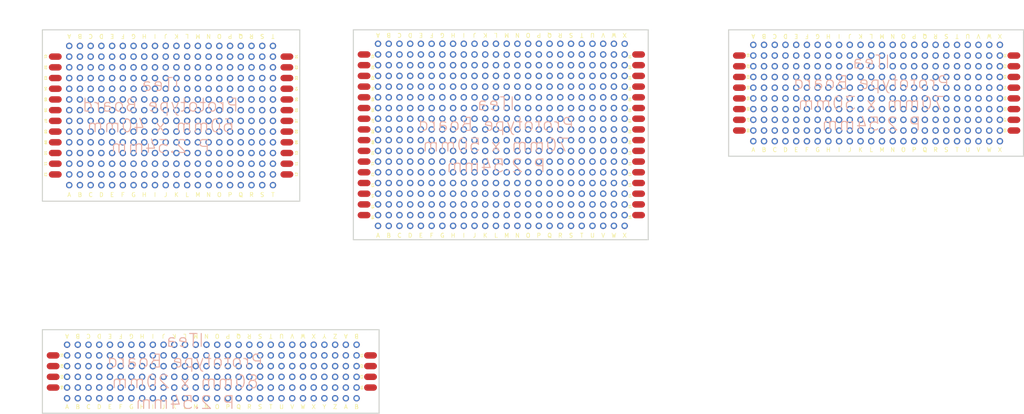
<source format=kicad_pcb>
(kicad_pcb (version 20241229) (generator "pcbnew") (generator_version "9.0")
  (layers (0 "F.Cu" signal) (2 "B.Cu" signal) (13 "F.Paste" user) (15 "B.Paste" user) (5 "F.SilkS" user) (7 "B.SilkS" user) (1 "F.Mask" user) (3 "B.Mask" user) (25 "Edge.Cuts" user))
  (net 0 "")
  (footprint "Prototype_Board_60x40mm:Prototype_Board_Pad" (layer "F.Cu") (at 165.354 32.512)
    (property "Reference" "REF**" (hide yes))
    (property "Value" "Prototype_Board_Pad" (hide yes))
    (pad "1" smd oval (at 0 0) (size 3.048 1.524) (layers "F.Cu" "F.Mask" "F.Paste"))
  )
  (footprint "Prototype_Board_60x40mm:Prototype_Board_Pad" (layer "F.Cu") (at 165.354 42.672)
    (property "Reference" "REF**" (hide yes))
    (property "Value" "Prototype_Board_Pad" (hide yes))
    (pad "1" smd oval (at 0 0) (size 3.048 1.524) (layers "F.Cu" "F.Mask" "F.Paste"))
  )
  (footprint "Prototype_Board_60x40mm:Prototype_Board_Pad" (layer "F.Cu") (at 100.33 47.752)
    (property "Reference" "REF**" (hide yes))
    (property "Value" "Prototype_Board_Pad" (hide yes))
    (pad "1" smd oval (at 0 0) (size 3.048 1.524) (layers "F.Cu" "F.Mask" "F.Paste"))
  )
  (footprint "MountingHole:MountingHole_2.2mm_M2" (layer "F.Cu") (at 165.354 26.416)
    (property "Reference" "REF**" (hide yes))
    (property "Value" "MountingHole_2.2mm_M2" (hide yes))
    (pad "" np_thru_hole circle (at 0 0) (size 2.2 2.2) (drill 2.2) (layers "*.Cu" "*.Mask"))
  )
  (footprint "Prototype_Board_60x40mm:Prototype_Board_Pad" (layer "F.Cu") (at 165.354 37.592)
    (property "Reference" "REF**" (hide yes))
    (property "Value" "Prototype_Board_Pad" (hide yes))
    (pad "1" smd oval (at 0 0) (size 3.048 1.524) (layers "F.Cu" "F.Mask" "F.Paste"))
  )
  (footprint "Prototype_Board_60x40mm:Prototype_Board_Pad" (layer "F.Cu") (at 100.33 40.132)
    (property "Reference" "REF**" (hide yes))
    (property "Value" "Prototype_Board_Pad" (hide yes))
    (pad "1" smd oval (at 0 0) (size 3.048 1.524) (layers "F.Cu" "F.Mask" "F.Paste"))
  )
  (footprint "Prototype_Board_60x40mm:Prototype_Board_Pad" (layer "F.Cu") (at 165.354 52.832)
    (property "Reference" "REF**" (hide yes))
    (property "Value" "Prototype_Board_Pad" (hide yes))
    (pad "1" smd oval (at 0 0) (size 3.048 1.524) (layers "F.Cu" "F.Mask" "F.Paste"))
  )
  (footprint "Prototype_Board_60x40mm:Prototype_Board_Pad" (layer "F.Cu") (at 165.354 35.052)
    (property "Reference" "REF**" (hide yes))
    (property "Value" "Prototype_Board_Pad" (hide yes))
    (pad "1" smd oval (at 0 0) (size 3.048 1.524) (layers "F.Cu" "F.Mask" "F.Paste"))
  )
  (footprint "Prototype_Board_60x40mm:Prototype_Board_Pad" (layer "F.Cu") (at 100.33 37.592)
    (property "Reference" "REF**" (hide yes))
    (property "Value" "Prototype_Board_Pad" (hide yes))
    (pad "1" smd oval (at 0 0) (size 3.048 1.524) (layers "F.Cu" "F.Mask" "F.Paste"))
  )
  (footprint "Prototype_Board_60x40mm:Prototype_Board_Pad" (layer "F.Cu") (at 100.33 57.912)
    (property "Reference" "REF**" (hide yes))
    (property "Value" "Prototype_Board_Pad" (hide yes))
    (pad "1" smd oval (at 0 0) (size 3.048 1.524) (layers "F.Cu" "F.Mask" "F.Paste"))
  )
  (footprint "Prototype_Board_60x40mm:Prototype_Board_Pad" (layer "F.Cu") (at 100.33 32.512)
    (property "Reference" "REF**" (hide yes))
    (property "Value" "Prototype_Board_Pad" (hide yes))
    (pad "1" smd oval (at 0 0) (size 3.048 1.524) (layers "F.Cu" "F.Mask" "F.Paste"))
  )
  (footprint "Prototype_Board_60x40mm:Prototype_Board_Pad" (layer "F.Cu") (at 165.354 55.372)
    (property "Reference" "REF**" (hide yes))
    (property "Value" "Prototype_Board_Pad" (hide yes))
    (pad "1" smd oval (at 0 0) (size 3.048 1.524) (layers "F.Cu" "F.Mask" "F.Paste"))
  )
  (footprint "Prototype_Board_60x40mm:Prototype_Board_Pad" (layer "F.Cu") (at 100.33 42.672)
    (property "Reference" "REF**" (hide yes))
    (property "Value" "Prototype_Board_Pad" (hide yes))
    (pad "1" smd oval (at 0 0) (size 3.048 1.524) (layers "F.Cu" "F.Mask" "F.Paste"))
  )
  (footprint "Prototype_Board_60x40mm:Prototype_Board_Pad" (layer "F.Cu") (at 165.354 45.212)
    (property "Reference" "REF**" (hide yes))
    (property "Value" "Prototype_Board_Pad" (hide yes))
    (pad "1" smd oval (at 0 0) (size 3.048 1.524) (layers "F.Cu" "F.Mask" "F.Paste"))
  )
  (footprint "Prototype_Board_60x40mm:Prototype_Board_Pad" (layer "F.Cu") (at 100.33 35.052)
    (property "Reference" "REF**" (hide yes))
    (property "Value" "Prototype_Board_Pad" (hide yes))
    (pad "1" smd oval (at 0 0) (size 3.048 1.524) (layers "F.Cu" "F.Mask" "F.Paste"))
  )
  (footprint "Prototype_Board_60x40mm:Prototype_Board_Pad" (layer "F.Cu") (at 165.354 40.132)
    (property "Reference" "REF**" (hide yes))
    (property "Value" "Prototype_Board_Pad" (hide yes))
    (pad "1" smd oval (at 0 0) (size 3.048 1.524) (layers "F.Cu" "F.Mask" "F.Paste"))
  )
  (footprint "Prototype_Board_60x40mm:Prototype_Board_Pad" (layer "F.Cu") (at 165.354 47.752)
    (property "Reference" "REF**" (hide yes))
    (property "Value" "Prototype_Board_Pad" (hide yes))
    (pad "1" smd oval (at 0 0) (size 3.048 1.524) (layers "F.Cu" "F.Mask" "F.Paste"))
  )
  (footprint "Prototype_Board_60x40mm:Prototype_Board_Pad" (layer "F.Cu") (at 100.33 55.372)
    (property "Reference" "REF**" (hide yes))
    (property "Value" "Prototype_Board_Pad" (hide yes))
    (pad "1" smd oval (at 0 0) (size 3.048 1.524) (layers "F.Cu" "F.Mask" "F.Paste"))
  )
  (footprint "Prototype_Board_60x40mm:Prototype_Board_Pad" (layer "F.Cu") (at 100.33 52.832)
    (property "Reference" "REF**" (hide yes))
    (property "Value" "Prototype_Board_Pad" (hide yes))
    (pad "1" smd oval (at 0 0) (size 3.048 1.524) (layers "F.Cu" "F.Mask" "F.Paste"))
  )
  (footprint "Prototype_Board_60x40mm:Prototype_Board_Pad" (layer "F.Cu") (at 165.354 50.292)
    (property "Reference" "REF**" (hide yes))
    (property "Value" "Prototype_Board_Pad" (hide yes))
    (pad "1" smd oval (at 0 0) (size 3.048 1.524) (layers "F.Cu" "F.Mask" "F.Paste"))
  )
  (footprint "Prototype_Board_60x40mm:Prototype_Board_Pad" (layer "F.Cu") (at 100.33 29.972)
    (property "Reference" "REF**" (hide yes))
    (property "Value" "Prototype_Board_Pad" (hide yes))
    (pad "1" smd oval (at 0 0) (size 3.048 1.524) (layers "F.Cu" "F.Mask" "F.Paste"))
  )
  (footprint "Prototype_Board_60x40mm:Prototype_Board_Pad" (layer "F.Cu") (at 165.354 57.912)
    (property "Reference" "REF**" (hide yes))
    (property "Value" "Prototype_Board_Pad" (hide yes))
    (pad "1" smd oval (at 0 0) (size 3.048 1.524) (layers "F.Cu" "F.Mask" "F.Paste"))
  )
  (footprint "Prototype_Board_60x40mm:Prototype_Board_Pad" (layer "F.Cu") (at 100.33 45.212)
    (property "Reference" "REF**" (hide yes))
    (property "Value" "Prototype_Board_Pad" (hide yes))
    (pad "1" smd oval (at 0 0) (size 3.048 1.524) (layers "F.Cu" "F.Mask" "F.Paste"))
  )
  (footprint "Prototype_Board_60x40mm:Prototype_Board_Pad" (layer "F.Cu") (at 100.33 50.292)
    (property "Reference" "REF**" (hide yes))
    (property "Value" "Prototype_Board_Pad" (hide yes))
    (pad "1" smd oval (at 0 0) (size 3.048 1.524) (layers "F.Cu" "F.Mask" "F.Paste"))
  )
  (footprint "Prototype_Board_60x40mm:Prototype_Board_Pad" (layer "F.Cu") (at 165.354 29.972)
    (property "Reference" "REF**" (hide yes))
    (property "Value" "Prototype_Board_Pad" (hide yes))
    (pad "1" smd oval (at 0 0) (size 3.048 1.524) (layers "F.Cu" "F.Mask" "F.Paste"))
  )
  (footprint "Prototype_Board_60x40mm:Prototype_Board_Pad" (layer "F.Cu") (at 100.33 68.072)
    (property "Reference" "REF**" (hide yes))
    (property "Value" "Prototype_Board_Pad" (hide yes))
    (pad "1" smd oval (at 0 0) (size 3.048 1.524) (layers "F.Cu" "F.Mask" "F.Paste"))
  )
  (footprint "Prototype_Board_60x40mm:Prototype_Board_Pad" (layer "F.Cu") (at 100.33 65.532)
    (property "Reference" "REF**" (hide yes))
    (property "Value" "Prototype_Board_Pad" (hide yes))
    (pad "1" smd oval (at 0 0) (size 3.048 1.524) (layers "F.Cu" "F.Mask" "F.Paste"))
  )
  (footprint "Prototype_Board_60x40mm:Prototype_Board_Pad" (layer "F.Cu") (at 100.33 62.992)
    (property "Reference" "REF**" (hide yes))
    (property "Value" "Prototype_Board_Pad" (hide yes))
    (pad "1" smd oval (at 0 0) (size 3.048 1.524) (layers "F.Cu" "F.Mask" "F.Paste"))
  )
  (footprint "Prototype_Board_60x40mm:Prototype_Board_Pad" (layer "F.Cu") (at 100.33 60.452)
    (property "Reference" "REF**" (hide yes))
    (property "Value" "Prototype_Board_Pad" (hide yes))
    (pad "1" smd oval (at 0 0) (size 3.048 1.524) (layers "F.Cu" "F.Mask" "F.Paste"))
  )
  (footprint "Prototype_Board_60x40mm:Prototype_Board_Pad" (layer "F.Cu") (at 165.354 62.992)
    (property "Reference" "REF**" (hide yes))
    (property "Value" "Prototype_Board_Pad" (hide yes))
    (pad "1" smd oval (at 0 0) (size 3.048 1.524) (layers "F.Cu" "F.Mask" "F.Paste"))
  )
  (footprint "Prototype_Board_60x40mm:Prototype_Board_Pad" (layer "F.Cu") (at 165.354 60.452)
    (property "Reference" "REF**" (hide yes))
    (property "Value" "Prototype_Board_Pad" (hide yes))
    (pad "1" smd oval (at 0 0) (size 3.048 1.524) (layers "F.Cu" "F.Mask" "F.Paste"))
  )
  (footprint "Prototype_Board_60x40mm:Prototype_Board_Pad" (layer "F.Cu") (at 165.354 65.532)
    (property "Reference" "REF**" (hide yes))
    (property "Value" "Prototype_Board_Pad" (hide yes))
    (pad "1" smd oval (at 0 0) (size 3.048 1.524) (layers "F.Cu" "F.Mask" "F.Paste"))
  )
  (footprint "Prototype_Board_60x40mm:Prototype_Board_Pad" (layer "F.Cu") (at 165.354 68.072)
    (property "Reference" "REF**" (hide yes))
    (property "Value" "Prototype_Board_Pad" (hide yes))
    (pad "1" smd oval (at 0 0) (size 3.048 1.524) (layers "F.Cu" "F.Mask" "F.Paste"))
  )
  (footprint "Prototype_Board_60x40mm:Prototype_Board_Pad" (layer "F.Cu") (at 26.67 108.966)
    (property "Reference" "REF**" (hide yes))
    (property "Value" "Prototype_Board_Pad" (hide yes))
    (pad "1" smd oval (at 0 0) (size 3.048 1.524) (layers "F.Cu" "F.Mask" "F.Paste"))
  )
  (footprint "Prototype_Board_60x40mm:Prototype_Board_Pad" (layer "F.Cu") (at 26.67 101.346)
    (property "Reference" "REF**" (hide yes))
    (property "Value" "Prototype_Board_Pad" (hide yes))
    (pad "1" smd oval (at 0 0) (size 3.048 1.524) (layers "F.Cu" "F.Mask" "F.Paste"))
  )
  (footprint "Prototype_Board_60x40mm:Prototype_Board_Pad" (layer "F.Cu") (at 26.67 106.426)
    (property "Reference" "REF**" (hide yes))
    (property "Value" "Prototype_Board_Pad" (hide yes))
    (pad "1" smd oval (at 0 0) (size 3.048 1.524) (layers "F.Cu" "F.Mask" "F.Paste"))
  )
  (footprint "MountingHole:MountingHole_2.2mm_M2" (layer "F.Cu") (at 26.67 112.522)
    (property "Reference" "REF**" (hide yes))
    (property "Value" "MountingHole_2.2mm_M2" (hide yes))
    (pad "" np_thru_hole circle (at 0 0) (size 2.2 2.2) (drill 2.2) (layers "*.Cu" "*.Mask"))
  )
  (footprint "Prototype_Board_60x40mm:Prototype_Board_Pad" (layer "F.Cu") (at 101.854 101.346)
    (property "Reference" "REF**" (hide yes))
    (property "Value" "Prototype_Board_Pad" (hide yes))
    (pad "1" smd oval (at 0 0) (size 3.048 1.524) (layers "F.Cu" "F.Mask" "F.Paste"))
  )
  (footprint "MountingHole:MountingHole_2.2mm_M2" (layer "F.Cu") (at 101.6 97.536)
    (property "Reference" "REF**" (hide yes))
    (property "Value" "MountingHole_2.2mm_M2" (hide yes))
    (pad "" np_thru_hole circle (at 0 0) (size 2.2 2.2) (drill 2.2) (layers "*.Cu" "*.Mask"))
  )
  (footprint "Prototype_Board_60x40mm:Prototype_Board_Pad" (layer "F.Cu") (at 101.854 108.966)
    (property "Reference" "REF**" (hide yes))
    (property "Value" "Prototype_Board_Pad" (hide yes))
    (pad "1" smd oval (at 0 0) (size 3.048 1.524) (layers "F.Cu" "F.Mask" "F.Paste"))
  )
  (footprint "Prototype_Board_60x40mm:Prototype_Board_Pad" (layer "F.Cu") (at 101.854 106.426)
    (property "Reference" "REF**" (hide yes))
    (property "Value" "Prototype_Board_Pad" (hide yes))
    (pad "1" smd oval (at 0 0) (size 3.048 1.524) (layers "F.Cu" "F.Mask" "F.Paste"))
  )
  (footprint "Prototype_Board_60x40mm:Prototype_Board_Pad" (layer "F.Cu") (at 101.854 103.886)
    (property "Reference" "REF**" (hide yes))
    (property "Value" "Prototype_Board_Pad" (hide yes))
    (pad "1" smd oval (at 0 0) (size 3.048 1.524) (layers "F.Cu" "F.Mask" "F.Paste"))
  )
  (footprint "MountingHole:MountingHole_2.2mm_M2" (layer "F.Cu") (at 26.67 97.79)
    (property "Reference" "REF**" (hide yes))
    (property "Value" "MountingHole_2.2mm_M2" (hide yes))
    (pad "" np_thru_hole circle (at 0 0) (size 2.2 2.2) (drill 2.2) (layers "*.Cu" "*.Mask"))
  )
  (footprint "Prototype_Board_60x40mm:Prototype_Board_Pad" (layer "F.Cu") (at 26.67 103.886)
    (property "Reference" "REF**" (hide yes))
    (property "Value" "Prototype_Board_Pad" (hide yes))
    (pad "1" smd oval (at 0 0) (size 3.048 1.524) (layers "F.Cu" "F.Mask" "F.Paste"))
  )
  (footprint "MountingHole:MountingHole_2.2mm_M2" (layer "F.Cu") (at 101.6 112.776)
    (property "Reference" "REF**" (hide yes))
    (property "Value" "MountingHole_2.2mm_M2" (hide yes))
    (pad "" np_thru_hole circle (at 0 0) (size 2.2 2.2) (drill 2.2) (layers "*.Cu" "*.Mask"))
  )
  (footprint "MountingHole:MountingHole_2.2mm_M2" (layer "F.Cu") (at 100.33 26.416)
    (property "Reference" "REF**" (hide yes))
    (property "Value" "MountingHole_2.2mm_M2" (hide yes))
    (pad "" np_thru_hole circle (at 0 0) (size 2.2 2.2) (drill 2.2) (layers "*.Cu" "*.Mask"))
  )
  (footprint "MountingHole:MountingHole_2.2mm_M2" (layer "F.Cu") (at 100.33 71.374)
    (property "Reference" "REF**" (hide yes))
    (property "Value" "MountingHole_2.2mm_M2" (hide yes))
    (pad "" np_thru_hole circle (at 0 0) (size 2.2 2.2) (drill 2.2) (layers "*.Cu" "*.Mask"))
  )
  (footprint "MountingHole:MountingHole_2.2mm_M2" (layer "F.Cu") (at 165.354 71.374)
    (property "Reference" "REF**" (hide yes))
    (property "Value" "MountingHole_2.2mm_M2" (hide yes))
    (pad "" np_thru_hole circle (at 0 0) (size 2.2 2.2) (drill 2.2) (layers "*.Cu" "*.Mask"))
  )
  (footprint "MountingHole:MountingHole_2.2mm_M2" (layer "F.Cu") (at 189.23 51.562)
    (property "Reference" "REF**" (hide yes))
    (property "Value" "MountingHole_2.2mm_M2" (hide yes))
    (pad "" np_thru_hole circle (at 0 0) (size 2.2 2.2) (drill 2.2) (layers "*.Cu" "*.Mask"))
  )
  (footprint "Prototype_Board_60x40mm:Prototype_Board_Pad" (layer "F.Cu") (at 254.254 32.766)
    (property "Reference" "REF**" (hide yes))
    (property "Value" "Prototype_Board_Pad" (hide yes))
    (pad "1" smd oval (at 0 0) (size 3.048 1.524) (layers "F.Cu" "F.Mask" "F.Paste"))
  )
  (footprint "Prototype_Board_60x40mm:Prototype_Board_Pad" (layer "F.Cu") (at 189.23 40.386)
    (property "Reference" "REF**" (hide yes))
    (property "Value" "Prototype_Board_Pad" (hide yes))
    (pad "1" smd oval (at 0 0) (size 3.048 1.524) (layers "F.Cu" "F.Mask" "F.Paste"))
  )
  (footprint "MountingHole:MountingHole_2.2mm_M2" (layer "F.Cu") (at 254 26.67)
    (property "Reference" "REF**" (hide yes))
    (property "Value" "MountingHole_2.2mm_M2" (hide yes))
    (pad "" np_thru_hole circle (at 0 0) (size 2.2 2.2) (drill 2.2) (layers "*.Cu" "*.Mask"))
  )
  (footprint "Prototype_Board_60x40mm:Prototype_Board_Pad" (layer "F.Cu") (at 254.254 42.926)
    (property "Reference" "REF**" (hide yes))
    (property "Value" "Prototype_Board_Pad" (hide yes))
    (pad "1" smd oval (at 0 0) (size 3.048 1.524) (layers "F.Cu" "F.Mask" "F.Paste"))
  )
  (footprint "Prototype_Board_60x40mm:Prototype_Board_Pad" (layer "F.Cu") (at 189.23 48.006)
    (property "Reference" "REF**" (hide yes))
    (property "Value" "Prototype_Board_Pad" (hide yes))
    (pad "1" smd oval (at 0 0) (size 3.048 1.524) (layers "F.Cu" "F.Mask" "F.Paste"))
  )
  (footprint "Prototype_Board_60x40mm:Prototype_Board_Pad" (layer "F.Cu") (at 254.254 37.846)
    (property "Reference" "REF**" (hide yes))
    (property "Value" "Prototype_Board_Pad" (hide yes))
    (pad "1" smd oval (at 0 0) (size 3.048 1.524) (layers "F.Cu" "F.Mask" "F.Paste"))
  )
  (footprint "MountingHole:MountingHole_2.2mm_M2" (layer "F.Cu") (at 254 51.562)
    (property "Reference" "REF**" (hide yes))
    (property "Value" "MountingHole_2.2mm_M2" (hide yes))
    (pad "" np_thru_hole circle (at 0 0) (size 2.2 2.2) (drill 2.2) (layers "*.Cu" "*.Mask"))
  )
  (footprint "Prototype_Board_60x40mm:Prototype_Board_Pad" (layer "F.Cu") (at 254.254 35.306)
    (property "Reference" "REF**" (hide yes))
    (property "Value" "Prototype_Board_Pad" (hide yes))
    (pad "1" smd oval (at 0 0) (size 3.048 1.524) (layers "F.Cu" "F.Mask" "F.Paste"))
  )
  (footprint "Prototype_Board_60x40mm:Prototype_Board_Pad" (layer "F.Cu") (at 189.23 37.846)
    (property "Reference" "REF**" (hide yes))
    (property "Value" "Prototype_Board_Pad" (hide yes))
    (pad "1" smd oval (at 0 0) (size 3.048 1.524) (layers "F.Cu" "F.Mask" "F.Paste"))
  )
  (footprint "Prototype_Board_60x40mm:Prototype_Board_Pad" (layer "F.Cu") (at 189.23 30.226)
    (property "Reference" "REF**" (hide yes))
    (property "Value" "Prototype_Board_Pad" (hide yes))
    (pad "1" smd oval (at 0 0) (size 3.048 1.524) (layers "F.Cu" "F.Mask" "F.Paste"))
  )
  (footprint "Prototype_Board_60x40mm:Prototype_Board_Pad" (layer "F.Cu") (at 189.23 32.766)
    (property "Reference" "REF**" (hide yes))
    (property "Value" "Prototype_Board_Pad" (hide yes))
    (pad "1" smd oval (at 0 0) (size 3.048 1.524) (layers "F.Cu" "F.Mask" "F.Paste"))
  )
  (footprint "Prototype_Board_60x40mm:Prototype_Board_Pad" (layer "F.Cu") (at 189.23 42.926)
    (property "Reference" "REF**" (hide yes))
    (property "Value" "Prototype_Board_Pad" (hide yes))
    (pad "1" smd oval (at 0 0) (size 3.048 1.524) (layers "F.Cu" "F.Mask" "F.Paste"))
  )
  (footprint "Prototype_Board_60x40mm:Prototype_Board_Pad" (layer "F.Cu") (at 254.254 45.466)
    (property "Reference" "REF**" (hide yes))
    (property "Value" "Prototype_Board_Pad" (hide yes))
    (pad "1" smd oval (at 0 0) (size 3.048 1.524) (layers "F.Cu" "F.Mask" "F.Paste"))
  )
  (footprint "Prototype_Board_60x40mm:Prototype_Board_Pad" (layer "F.Cu") (at 189.23 35.306)
    (property "Reference" "REF**" (hide yes))
    (property "Value" "Prototype_Board_Pad" (hide yes))
    (pad "1" smd oval (at 0 0) (size 3.048 1.524) (layers "F.Cu" "F.Mask" "F.Paste"))
  )
  (footprint "Prototype_Board_60x40mm:Prototype_Board_Pad" (layer "F.Cu") (at 254.254 40.386)
    (property "Reference" "REF**" (hide yes))
    (property "Value" "Prototype_Board_Pad" (hide yes))
    (pad "1" smd oval (at 0 0) (size 3.048 1.524) (layers "F.Cu" "F.Mask" "F.Paste"))
  )
  (footprint "Prototype_Board_60x40mm:Prototype_Board_Pad" (layer "F.Cu") (at 254.254 48.006)
    (property "Reference" "REF**" (hide yes))
    (property "Value" "Prototype_Board_Pad" (hide yes))
    (pad "1" smd oval (at 0 0) (size 3.048 1.524) (layers "F.Cu" "F.Mask" "F.Paste"))
  )
  (footprint "Prototype_Board_60x40mm:Prototype_Board_Pad" (layer "F.Cu") (at 189.23 45.466)
    (property "Reference" "REF**" (hide yes))
    (property "Value" "Prototype_Board_Pad" (hide yes))
    (pad "1" smd oval (at 0 0) (size 3.048 1.524) (layers "F.Cu" "F.Mask" "F.Paste"))
  )
  (footprint "Prototype_Board_60x40mm:Prototype_Board_Pad" (layer "F.Cu") (at 254.254 30.226)
    (property "Reference" "REF**" (hide yes))
    (property "Value" "Prototype_Board_Pad" (hide yes))
    (pad "1" smd oval (at 0 0) (size 3.048 1.524) (layers "F.Cu" "F.Mask" "F.Paste"))
  )
  (footprint "MountingHole:MountingHole_2.2mm_M2" (layer "F.Cu") (at 189.23 26.67)
    (property "Reference" "REF**" (hide yes))
    (property "Value" "MountingHole_2.2mm_M2" (hide yes))
    (pad "" np_thru_hole circle (at 0 0) (size 2.2 2.2) (drill 2.2) (layers "*.Cu" "*.Mask"))
  )
  (footprint "Prototype_Board_60x40mm:Prototype_Board_Pad" (layer "F.Cu") (at 82.042 30.48)
    (property "Reference" "REF**" (hide yes))
    (property "Value" "Prototype_Board_Pad" (hide yes))
    (pad "1" smd oval (at 0 0) (size 3.048 1.524) (layers "F.Cu" "F.Mask" "F.Paste"))
  )
  (footprint "Prototype_Board_60x40mm:Prototype_Board_Pad" (layer "F.Cu") (at 82.042 33.02)
    (property "Reference" "REF**" (hide yes))
    (property "Value" "Prototype_Board_Pad" (hide yes))
    (pad "1" smd oval (at 0 0) (size 3.048 1.524) (layers "F.Cu" "F.Mask" "F.Paste"))
  )
  (footprint "Prototype_Board_60x40mm:Prototype_Board_Pad" (layer "F.Cu") (at 82.042 35.56)
    (property "Reference" "REF**" (hide yes))
    (property "Value" "Prototype_Board_Pad" (hide yes))
    (pad "1" smd oval (at 0 0) (size 3.048 1.524) (layers "F.Cu" "F.Mask" "F.Paste"))
  )
  (footprint "Prototype_Board_60x40mm:Prototype_Board_Pad" (layer "F.Cu") (at 82.042 38.1)
    (property "Reference" "REF**" (hide yes))
    (property "Value" "Prototype_Board_Pad" (hide yes))
    (pad "1" smd oval (at 0 0) (size 3.048 1.524) (layers "F.Cu" "F.Mask" "F.Paste"))
  )
  (footprint "Prototype_Board_60x40mm:Prototype_Board_Pad" (layer "F.Cu") (at 82.042 40.64)
    (property "Reference" "REF**" (hide yes))
    (property "Value" "Prototype_Board_Pad" (hide yes))
    (pad "1" smd oval (at 0 0) (size 3.048 1.524) (layers "F.Cu" "F.Mask" "F.Paste"))
  )
  (footprint "Prototype_Board_60x40mm:Prototype_Board_Pad" (layer "F.Cu") (at 82.042 43.18)
    (property "Reference" "REF**" (hide yes))
    (property "Value" "Prototype_Board_Pad" (hide yes))
    (pad "1" smd oval (at 0 0) (size 3.048 1.524) (layers "F.Cu" "F.Mask" "F.Paste"))
  )
  (footprint "Prototype_Board_60x40mm:Prototype_Board_Pad" (layer "F.Cu") (at 82.042 45.72)
    (property "Reference" "REF**" (hide yes))
    (property "Value" "Prototype_Board_Pad" (hide yes))
    (pad "1" smd oval (at 0 0) (size 3.048 1.524) (layers "F.Cu" "F.Mask" "F.Paste"))
  )
  (footprint "Prototype_Board_60x40mm:Prototype_Board_Pad" (layer "F.Cu") (at 82.042 48.26)
    (property "Reference" "REF**" (hide yes))
    (property "Value" "Prototype_Board_Pad" (hide yes))
    (pad "1" smd oval (at 0 0) (size 3.048 1.524) (layers "F.Cu" "F.Mask" "F.Paste"))
  )
  (footprint "Prototype_Board_60x40mm:Prototype_Board_Pad" (layer "F.Cu") (at 82.042 50.8)
    (property "Reference" "REF**" (hide yes))
    (property "Value" "Prototype_Board_Pad" (hide yes))
    (pad "1" smd oval (at 0 0) (size 3.048 1.524) (layers "F.Cu" "F.Mask" "F.Paste"))
  )
  (footprint "Prototype_Board_60x40mm:Prototype_Board_Pad" (layer "F.Cu") (at 82.042 53.34)
    (property "Reference" "REF**" (hide yes))
    (property "Value" "Prototype_Board_Pad" (hide yes))
    (pad "1" smd oval (at 0 0) (size 3.048 1.524) (layers "F.Cu" "F.Mask" "F.Paste"))
  )
  (footprint "Prototype_Board_60x40mm:Prototype_Board_Pad" (layer "F.Cu") (at 82.042 55.88)
    (property "Reference" "REF**" (hide yes))
    (property "Value" "Prototype_Board_Pad" (hide yes))
    (pad "1" smd oval (at 0 0) (size 3.048 1.524) (layers "F.Cu" "F.Mask" "F.Paste"))
  )
  (footprint "Prototype_Board_60x40mm:Prototype_Board_Pad" (layer "F.Cu") (at 82.042 58.42)
    (property "Reference" "REF**" (hide yes))
    (property "Value" "Prototype_Board_Pad" (hide yes))
    (pad "1" smd oval (at 0 0) (size 3.048 1.524) (layers "F.Cu" "F.Mask" "F.Paste"))
  )
  (footprint "Prototype_Board_60x40mm:Prototype_Board_Pad" (layer "F.Cu") (at 27.178 30.48)
    (property "Reference" "REF**" (hide yes))
    (property "Value" "Prototype_Board_Pad" (hide yes))
    (pad "1" smd oval (at 0 0) (size 3.048 1.524) (layers "F.Cu" "F.Mask" "F.Paste"))
  )
  (footprint "MountingHole:MountingHole_2.2mm_M2" (layer "F.Cu") (at 82.042 26.924)
    (property "Reference" "REF**" (hide yes))
    (property "Value" "MountingHole_2.2mm_M2" (hide yes))
    (pad "" np_thru_hole circle (at 0 0) (size 2.2 2.2) (drill 2.2) (layers "*.Cu" "*.Mask"))
  )
  (footprint "MountingHole:MountingHole_2.2mm_M2" (layer "F.Cu") (at 27.178 26.924)
    (property "Reference" "REF**" (hide yes))
    (property "Value" "MountingHole_2.2mm_M2" (hide yes))
    (pad "" np_thru_hole circle (at 0 0) (size 2.2 2.2) (drill 2.2) (layers "*.Cu" "*.Mask"))
  )
  (footprint "Prototype_Board_60x40mm:Prototype_Board_Pad" (layer "F.Cu") (at 27.178 33.02)
    (property "Reference" "REF**" (hide yes))
    (property "Value" "Prototype_Board_Pad" (hide yes))
    (pad "1" smd oval (at 0 0) (size 3.048 1.524) (layers "F.Cu" "F.Mask" "F.Paste"))
  )
  (footprint "Prototype_Board_60x40mm:Prototype_Board_Pad" (layer "F.Cu") (at 27.178 35.56)
    (property "Reference" "REF**" (hide yes))
    (property "Value" "Prototype_Board_Pad" (hide yes))
    (pad "1" smd oval (at 0 0) (size 3.048 1.524) (layers "F.Cu" "F.Mask" "F.Paste"))
  )
  (footprint "Prototype_Board_60x40mm:Prototype_Board_Pad" (layer "F.Cu") (at 27.178 38.1)
    (property "Reference" "REF**" (hide yes))
    (property "Value" "Prototype_Board_Pad" (hide yes))
    (pad "1" smd oval (at 0 0) (size 3.048 1.524) (layers "F.Cu" "F.Mask" "F.Paste"))
  )
  (footprint "Prototype_Board_60x40mm:Prototype_Board_Pad" (layer "F.Cu") (at 27.178 40.64)
    (property "Reference" "REF**" (hide yes))
    (property "Value" "Prototype_Board_Pad" (hide yes))
    (pad "1" smd oval (at 0 0) (size 3.048 1.524) (layers "F.Cu" "F.Mask" "F.Paste"))
  )
  (footprint "Prototype_Board_60x40mm:Prototype_Board_Pad" (layer "F.Cu") (at 27.178 43.18)
    (property "Reference" "REF**" (hide yes))
    (property "Value" "Prototype_Board_Pad" (hide yes))
    (pad "1" smd oval (at 0 0) (size 3.048 1.524) (layers "F.Cu" "F.Mask" "F.Paste"))
  )
  (footprint "Prototype_Board_60x40mm:Prototype_Board_Pad" (layer "F.Cu") (at 27.178 45.72)
    (property "Reference" "REF**" (hide yes))
    (property "Value" "Prototype_Board_Pad" (hide yes))
    (pad "1" smd oval (at 0 0) (size 3.048 1.524) (layers "F.Cu" "F.Mask" "F.Paste"))
  )
  (footprint "Prototype_Board_60x40mm:Prototype_Board_Pad" (layer "F.Cu") (at 27.178 48.26)
    (property "Reference" "REF**" (hide yes))
    (property "Value" "Prototype_Board_Pad" (hide yes))
    (pad "1" smd oval (at 0 0) (size 3.048 1.524) (layers "F.Cu" "F.Mask" "F.Paste"))
  )
  (footprint "Prototype_Board_60x40mm:Prototype_Board_Pad" (layer "F.Cu") (at 27.178 50.8)
    (property "Reference" "REF**" (hide yes))
    (property "Value" "Prototype_Board_Pad" (hide yes))
    (pad "1" smd oval (at 0 0) (size 3.048 1.524) (layers "F.Cu" "F.Mask" "F.Paste"))
  )
  (footprint "Prototype_Board_60x40mm:Prototype_Board_Pad" (layer "F.Cu") (at 27.178 53.34)
    (property "Reference" "REF**" (hide yes))
    (property "Value" "Prototype_Board_Pad" (hide yes))
    (pad "1" smd oval (at 0 0) (size 3.048 1.524) (layers "F.Cu" "F.Mask" "F.Paste"))
  )
  (footprint "Prototype_Board_60x40mm:Prototype_Board_Pad" (layer "F.Cu") (at 27.178 55.88)
    (property "Reference" "REF**" (hide yes))
    (property "Value" "Prototype_Board_Pad" (hide yes))
    (pad "1" smd oval (at 0 0) (size 3.048 1.524) (layers "F.Cu" "F.Mask" "F.Paste"))
  )
  (footprint "Prototype_Board_60x40mm:Prototype_Board_Pad" (layer "F.Cu") (at 27.178 58.42)
    (property "Reference" "REF**" (hide yes))
    (property "Value" "Prototype_Board_Pad" (hide yes))
    (pad "1" smd oval (at 0 0) (size 3.048 1.524) (layers "F.Cu" "F.Mask" "F.Paste"))
  )
  (footprint "MountingHole:MountingHole_2.2mm_M2" (layer "F.Cu") (at 27.178 61.976)
    (property "Reference" "REF**" (hide yes))
    (property "Value" "MountingHole_2.2mm_M2" (hide yes))
    (pad "" np_thru_hole circle (at 0 0) (size 2.2 2.2) (drill 2.2) (layers "*.Cu" "*.Mask"))
  )
  (footprint "MountingHole:MountingHole_2.2mm_M2" (layer "F.Cu") (at 82.042 61.976)
    (property "Reference" "REF**" (hide yes))
    (property "Value" "MountingHole_2.2mm_M2" (hide yes))
    (pad "" np_thru_hole circle (at 0 0) (size 2.2 2.2) (drill 2.2) (layers "*.Cu" "*.Mask"))
  )
  (gr_line (start 24.13 64.77) (end 24.13 24.13) (stroke (width 0.254)) (layer "Edge.Cuts"))
  (gr_line (start 97.79 24.13) (end 167.64 24.13) (stroke (width 0.254)) (layer "Edge.Cuts"))
  (gr_line (start 167.64 73.914) (end 97.79 73.914) (stroke (width 0.254)) (layer "Edge.Cuts"))
  (gr_line (start 24.13 95.25) (end 103.886 95.25) (stroke (width 0.254)) (layer "Edge.Cuts"))
  (gr_line (start 103.886 95.25) (end 103.886 115.062) (stroke (width 0.254)) (layer "Edge.Cuts"))
  (gr_line (start 24.13 115.062) (end 24.13 95.25) (stroke (width 0.254)) (layer "Edge.Cuts"))
  (gr_line (start 103.886 115.062) (end 24.13 115.062) (stroke (width 0.254)) (layer "Edge.Cuts"))
  (gr_line (start 256.54 24.13) (end 256.54 54.102) (stroke (width 0.254)) (layer "Edge.Cuts"))
  (gr_line (start 186.69 24.13) (end 256.54 24.13) (stroke (width 0.254)) (layer "Edge.Cuts"))
  (gr_line (start 256.54 54.102) (end 186.69 54.102) (stroke (width 0.254)) (layer "Edge.Cuts"))
  (gr_line (start 186.69 54.102) (end 186.69 24.13) (stroke (width 0.254)) (layer "Edge.Cuts"))
  (gr_line (start 85.09 24.13) (end 85.09 64.77) (stroke (width 0.254)) (layer "Edge.Cuts"))
  (gr_line (start 97.79 73.914) (end 97.79 24.13) (stroke (width 0.254)) (layer "Edge.Cuts"))
  (gr_line (start 167.64 24.13) (end 167.64 73.914) (stroke (width 0.254)) (layer "Edge.Cuts"))
  (gr_line (start 85.09 64.77) (end 24.13 64.77) (stroke (width 0.254)) (layer "Edge.Cuts"))
  (gr_line (start 24.13 24.13) (end 85.09 24.13) (stroke (width 0.254)) (layer "Edge.Cuts"))
  (gr_text "K" (at 129.032 25.4 180) (layer "F.SilkS") (effects (font (size 1 1))))
  (gr_text "B" (at 106.172 25.4 180) (layer "F.SilkS") (effects (font (size 1 1))))
  (gr_text "G" (at 118.872 72.898 0) (layer "F.SilkS") (effects (font (size 1 1))))
  (gr_text "09" (at 102.362 50.8 270) (layer "F.SilkS") (effects (font (size 0.508 0.508) (thickness 0.127))))
  (gr_text "R" (at 146.812 72.898 0) (layer "F.SilkS") (effects (font (size 1 1))))
  (gr_text "A" (at 103.632 25.4 180) (layer "F.SilkS") (effects (font (size 1 1))))
  (gr_text "F" (at 116.332 72.898 0) (layer "F.SilkS") (effects (font (size 1 1))))
  (gr_text "10" (at 163.322 53.34 90) (layer "F.SilkS") (effects (font (size 0.508 0.508) (thickness 0.127))))
  (gr_text "O" (at 139.192 25.4 180) (layer "F.SilkS") (effects (font (size 1 1))))
  (gr_text "11" (at 102.362 55.88 270) (layer "F.SilkS") (effects (font (size 0.508 0.508) (thickness 0.127))))
  (gr_text "03" (at 102.362 35.56 270) (layer "F.SilkS") (effects (font (size 0.508 0.508) (thickness 0.127))))
  (gr_text "H" (at 121.412 72.898 0) (layer "F.SilkS") (effects (font (size 1 1))))
  (gr_text "E" (at 113.792 72.898 0) (layer "F.SilkS") (effects (font (size 1 1))))
  (gr_text "08" (at 163.322 48.26 90) (layer "F.SilkS") (effects (font (size 0.508 0.508) (thickness 0.127))))
  (gr_text "11" (at 163.322 55.88 90) (layer "F.SilkS") (effects (font (size 0.508 0.508) (thickness 0.127))))
  (gr_text "02" (at 163.322 33.02 90) (layer "F.SilkS") (effects (font (size 0.508 0.508) (thickness 0.127))))
  (gr_text "07" (at 163.322 45.72 90) (layer "F.SilkS") (effects (font (size 0.508 0.508) (thickness 0.127))))
  (gr_text "T" (at 151.892 25.4 180) (layer "F.SilkS") (effects (font (size 1 1))))
  (gr_text "G" (at 118.872 25.4 180) (layer "F.SilkS") (effects (font (size 1 1))))
  (gr_text "A" (at 103.632 72.898 0) (layer "F.SilkS") (effects (font (size 1 1))))
  (gr_text "04" (at 163.322 38.1 90) (layer "F.SilkS") (effects (font (size 0.508 0.508) (thickness 0.127))))
  (gr_text "I" (at 123.952 25.4 180) (layer "F.SilkS") (effects (font (size 1 1))))
  (gr_text "Q" (at 144.272 72.898 0) (layer "F.SilkS") (effects (font (size 1 1))))
  (gr_text "S" (at 149.352 25.4 180) (layer "F.SilkS") (effects (font (size 1 1))))
  (gr_text "01" (at 102.362 30.48 270) (layer "F.SilkS") (effects (font (size 0.508 0.508) (thickness 0.127))))
  (gr_text "C" (at 108.712 72.898 0) (layer "F.SilkS") (effects (font (size 1 1))))
  (gr_text "12" (at 102.362 58.42 270) (layer "F.SilkS") (effects (font (size 0.508 0.508) (thickness 0.127))))
  (gr_text "D" (at 111.252 25.4 180) (layer "F.SilkS") (effects (font (size 1 1))))
  (gr_text "M" (at 134.112 25.4 180) (layer "F.SilkS") (effects (font (size 1 1))))
  (gr_text "L" (at 131.572 25.4 180) (layer "F.SilkS") (effects (font (size 1 1))))
  (gr_text "06" (at 163.322 43.18 90) (layer "F.SilkS") (effects (font (size 0.508 0.508) (thickness 0.127))))
  (gr_text "K" (at 129.032 72.898 0) (layer "F.SilkS") (effects (font (size 1 1))))
  (gr_text "N" (at 136.652 72.898 0) (layer "F.SilkS") (effects (font (size 1 1))))
  (gr_text "07" (at 102.362 45.72 270) (layer "F.SilkS") (effects (font (size 0.508 0.508) (thickness 0.127))))
  (gr_text "F" (at 116.332 25.4 180) (layer "F.SilkS") (effects (font (size 1 1))))
  (gr_text "J" (at 126.492 72.898 0) (layer "F.SilkS") (effects (font (size 1 1))))
  (gr_text "I" (at 123.952 72.898 0) (layer "F.SilkS") (effects (font (size 1 1))))
  (gr_text "U" (at 154.432 25.4 180) (layer "F.SilkS") (effects (font (size 1 1))))
  (gr_text "V" (at 156.972 25.4 180) (layer "F.SilkS") (effects (font (size 1 1))))
  (gr_text "W" (at 159.512 25.4 180) (layer "F.SilkS") (effects (font (size 1 1))))
  (gr_text "X" (at 162.052 25.4 180) (layer "F.SilkS") (effects (font (size 1 1))))
  (gr_text "U" (at 154.432 72.898 0) (layer "F.SilkS") (effects (font (size 1 1))))
  (gr_text "V" (at 156.972 72.898 0) (layer "F.SilkS") (effects (font (size 1 1))))
  (gr_text "W" (at 159.512 72.898 0) (layer "F.SilkS") (effects (font (size 1 1))))
  (gr_text "X" (at 162.052 72.898 0) (layer "F.SilkS") (effects (font (size 1 1))))
  (gr_text "14" (at 163.322 63.5 90) (layer "F.SilkS") (effects (font (size 0.508 0.508) (thickness 0.127))))
  (gr_text "15" (at 163.322 66.04 90) (layer "F.SilkS") (effects (font (size 0.508 0.508) (thickness 0.127))))
  (gr_text "13" (at 163.322 60.96 90) (layer "F.SilkS") (effects (font (size 0.508 0.508) (thickness 0.127))))
  (gr_text "16" (at 163.322 68.58 90) (layer "F.SilkS") (effects (font (size 0.508 0.508) (thickness 0.127))))
  (gr_text "R" (at 73.152 96.774 180) (layer "F.SilkS") (effects (font (size 1 1))))
  (gr_text "S" (at 75.692 96.774 180) (layer "F.SilkS") (effects (font (size 1 1))))
  (gr_text "D" (at 37.592 113.538 0) (layer "F.SilkS") (effects (font (size 1 1))))
  (gr_text "03" (at 99.822 106.426 90) (layer "F.SilkS") (effects (font (size 0.508 0.508) (thickness 0.127))))
  (gr_text "15" (at 102.362 66.04 270) (layer "F.SilkS") (effects (font (size 0.508 0.508) (thickness 0.127))))
  (gr_text "16" (at 102.362 68.58 270) (layer "F.SilkS") (effects (font (size 0.508 0.508) (thickness 0.127))))
  (gr_text "W" (at 85.852 113.538 0) (layer "F.SilkS") (effects (font (size 1 1))))
  (gr_text "K" (at 55.372 113.538 0) (layer "F.SilkS") (effects (font (size 1 1))))
  (gr_text "01" (at 28.702 101.346 270) (layer "F.SilkS") (effects (font (size 0.508 0.508) (thickness 0.127))))
  (gr_text "I" (at 50.292 113.538 0) (layer "F.SilkS") (effects (font (size 1 1))))
  (gr_text "01" (at 99.822 101.346 90) (layer "F.SilkS") (effects (font (size 0.508 0.508) (thickness 0.127))))
  (gr_text "04" (at 99.822 108.966 90) (layer "F.SilkS") (effects (font (size 0.508 0.508) (thickness 0.127))))
  (gr_text "04" (at 28.702 108.966 270) (layer "F.SilkS") (effects (font (size 0.508 0.508) (thickness 0.127))))
  (gr_text "H" (at 47.752 113.538 0) (layer "F.SilkS") (effects (font (size 1 1))))
  (gr_text "O" (at 65.532 113.538 0) (layer "F.SilkS") (effects (font (size 1 1))))
  (gr_text "P" (at 68.072 113.538 0) (layer "F.SilkS") (effects (font (size 1 1))))
  (gr_text "E" (at 40.132 96.774 180) (layer "F.SilkS") (effects (font (size 1 1))))
  (gr_text "J" (at 52.832 96.774 180) (layer "F.SilkS") (effects (font (size 1 1))))
  (gr_text "A" (at 29.972 113.538 0) (layer "F.SilkS") (effects (font (size 1 1))))
  (gr_text "E" (at 40.132 113.538 0) (layer "F.SilkS") (effects (font (size 1 1))))
  (gr_text "02" (at 99.822 103.886 90) (layer "F.SilkS") (effects (font (size 0.508 0.508) (thickness 0.127))))
  (gr_text "Q" (at 70.612 113.538 0) (layer "F.SilkS") (effects (font (size 1 1))))
  (gr_text "S" (at 75.692 113.538 0) (layer "F.SilkS") (effects (font (size 1 1))))
  (gr_text "H" (at 47.752 96.774 180) (layer "F.SilkS") (effects (font (size 1 1))))
  (gr_text "I" (at 50.292 96.774 180) (layer "F.SilkS") (effects (font (size 1 1))))
  (gr_text "N" (at 62.992 113.538 0) (layer "F.SilkS") (effects (font (size 1 1))))
  (gr_text "M" (at 60.452 96.774 180) (layer "F.SilkS") (effects (font (size 1 1))))
  (gr_text "B" (at 32.512 113.538 0) (layer "F.SilkS") (effects (font (size 1 1))))
  (gr_text "C" (at 35.052 113.538 0) (layer "F.SilkS") (effects (font (size 1 1))))
  (gr_text "N" (at 62.992 96.774 180) (layer "F.SilkS") (effects (font (size 1 1))))
  (gr_text "03" (at 28.702 106.426 270) (layer "F.SilkS") (effects (font (size 0.508 0.508) (thickness 0.127))))
  (gr_text "J" (at 52.832 113.538 0) (layer "F.SilkS") (effects (font (size 1 1))))
  (gr_text "C" (at 35.052 96.774 180) (layer "F.SilkS") (effects (font (size 1 1))))
  (gr_text "F" (at 42.672 113.538 0) (layer "F.SilkS") (effects (font (size 1 1))))
  (gr_text "V" (at 83.312 96.774 180) (layer "F.SilkS") (effects (font (size 1 1))))
  (gr_text "R" (at 73.152 113.538 0) (layer "F.SilkS") (effects (font (size 1 1))))
  (gr_text "U" (at 80.772 113.538 0) (layer "F.SilkS") (effects (font (size 1 1))))
  (gr_text "O" (at 65.532 96.774 180) (layer "F.SilkS") (effects (font (size 1 1))))
  (gr_text "V" (at 83.312 113.538 0) (layer "F.SilkS") (effects (font (size 1 1))))
  (gr_text "A" (at 29.972 96.774 180) (layer "F.SilkS") (effects (font (size 1 1))))
  (gr_text "G" (at 45.212 113.538 0) (layer "F.SilkS") (effects (font (size 1 1))))
  (gr_text "P" (at 68.072 96.774 180) (layer "F.SilkS") (effects (font (size 1 1))))
  (gr_text "X" (at 88.392 96.774 180) (layer "F.SilkS") (effects (font (size 1 1))))
  (gr_text "K" (at 55.372 96.774 180) (layer "F.SilkS") (effects (font (size 1 1))))
  (gr_text "B" (at 32.512 96.774 180) (layer "F.SilkS") (effects (font (size 1 1))))
  (gr_text "L" (at 57.912 96.774 180) (layer "F.SilkS") (effects (font (size 1 1))))
  (gr_text "02" (at 28.702 103.886 270) (layer "F.SilkS") (effects (font (size 0.508 0.508) (thickness 0.127))))
  (gr_text "G" (at 45.212 96.774 180) (layer "F.SilkS") (effects (font (size 1 1))))
  (gr_text "Q" (at 70.612 96.774 180) (layer "F.SilkS") (effects (font (size 1 1))))
  (gr_text "D" (at 37.592 96.774 180) (layer "F.SilkS") (effects (font (size 1 1))))
  (gr_text "U" (at 80.772 96.774 180) (layer "F.SilkS") (effects (font (size 1 1))))
  (gr_text "X" (at 88.392 113.538 0) (layer "F.SilkS") (effects (font (size 1 1))))
  (gr_text "W" (at 85.852 96.774 180) (layer "F.SilkS") (effects (font (size 1 1))))
  (gr_text "M" (at 60.452 113.538 0) (layer "F.SilkS") (effects (font (size 1 1))))
  (gr_text "F" (at 42.672 96.774 180) (layer "F.SilkS") (effects (font (size 1 1))))
  (gr_text "T" (at 78.232 113.538 0) (layer "F.SilkS") (effects (font (size 1 1))))
  (gr_text "T" (at 78.232 96.774 180) (layer "F.SilkS") (effects (font (size 1 1))))
  (gr_text "L" (at 57.912 113.538 0) (layer "F.SilkS") (effects (font (size 1 1))))
  (gr_text "Y" (at 90.932 96.774 180) (layer "F.SilkS") (effects (font (size 1 1))))
  (gr_text "Z" (at 93.472 96.774 180) (layer "F.SilkS") (effects (font (size 1 1))))
  (gr_text "A" (at 96.012 96.774 180) (layer "F.SilkS") (effects (font (size 1 1))))
  (gr_text "B" (at 98.552 96.774 180) (layer "F.SilkS") (effects (font (size 1 1))))
  (gr_text "Y" (at 90.932 113.538 0) (layer "F.SilkS") (effects (font (size 1 1))))
  (gr_text "Z" (at 93.472 113.538 0) (layer "F.SilkS") (effects (font (size 1 1))))
  (gr_text "A" (at 96.012 113.538 0) (layer "F.SilkS") (effects (font (size 1 1))))
  (gr_text "B" (at 98.552 113.538 0) (layer "F.SilkS") (effects (font (size 1 1))))
  (gr_text "B" (at 195.072 25.654 180) (layer "F.SilkS") (effects (font (size 1 1))))
  (gr_text "K" (at 217.932 25.654 180) (layer "F.SilkS") (effects (font (size 1 1))))
  (gr_text "X" (at 250.952 25.654 180) (layer "F.SilkS") (effects (font (size 1 1))))
  (gr_text "P" (at 230.632 25.654 180) (layer "F.SilkS") (effects (font (size 1 1))))
  (gr_text "G" (at 207.772 52.578 0) (layer "F.SilkS") (effects (font (size 1 1))))
  (gr_text "A" (at 192.532 25.654 180) (layer "F.SilkS") (effects (font (size 1 1))))
  (gr_text "V" (at 245.872 52.578 0) (layer "F.SilkS") (effects (font (size 1 1))))
  (gr_text "O" (at 228.092 25.654 180) (layer "F.SilkS") (effects (font (size 1 1))))
  (gr_text "U" (at 243.332 52.578 0) (layer "F.SilkS") (effects (font (size 1 1))))
  (gr_text "R" (at 235.712 52.578 0) (layer "F.SilkS") (effects (font (size 1 1))))
  (gr_text "V" (at 245.872 25.654 180) (layer "F.SilkS") (effects (font (size 1 1))))
  (gr_text "F" (at 205.232 52.578 0) (layer "F.SilkS") (effects (font (size 1 1))))
  (gr_text "03" (at 191.262 35.306 270) (layer "F.SilkS") (effects (font (size 0.508 0.508) (thickness 0.127))))
  (gr_text "H" (at 210.312 52.578 0) (layer "F.SilkS") (effects (font (size 1 1))))
  (gr_text "04" (at 191.262 37.846 270) (layer "F.SilkS") (effects (font (size 0.508 0.508) (thickness 0.127))))
  (gr_text "03" (at 252.222 35.306 90) (layer "F.SilkS") (effects (font (size 0.508 0.508) (thickness 0.127))))
  (gr_text "O" (at 228.092 52.578 0) (layer "F.SilkS") (effects (font (size 1 1))))
  (gr_text "02" (at 252.222 32.766 90) (layer "F.SilkS") (effects (font (size 0.508 0.508) (thickness 0.127))))
  (gr_text "H" (at 210.312 25.654 180) (layer "F.SilkS") (effects (font (size 1 1))))
  (gr_text "E" (at 202.692 52.578 0) (layer "F.SilkS") (effects (font (size 1 1))))
  (gr_text "P" (at 230.632 52.578 0) (layer "F.SilkS") (effects (font (size 1 1))))
  (gr_text "08" (at 252.222 48.006 90) (layer "F.SilkS") (effects (font (size 0.508 0.508) (thickness 0.127))))
  (gr_text "Q" (at 233.172 25.654 180) (layer "F.SilkS") (effects (font (size 1 1))))
  (gr_text "L" (at 220.472 52.578 0) (layer "F.SilkS") (effects (font (size 1 1))))
  (gr_text "07" (at 252.222 45.466 90) (layer "F.SilkS") (effects (font (size 0.508 0.508) (thickness 0.127))))
  (gr_text "R" (at 235.712 25.654 180) (layer "F.SilkS") (effects (font (size 1 1))))
  (gr_text "T" (at 240.792 25.654 180) (layer "F.SilkS") (effects (font (size 1 1))))
  (gr_text "G" (at 207.772 25.654 180) (layer "F.SilkS") (effects (font (size 1 1))))
  (gr_text "J" (at 215.392 25.654 180) (layer "F.SilkS") (effects (font (size 1 1))))
  (gr_text "A" (at 192.532 52.578 0) (layer "F.SilkS") (effects (font (size 1 1))))
  (gr_text "04" (at 252.222 37.846 90) (layer "F.SilkS") (effects (font (size 0.508 0.508) (thickness 0.127))))
  (gr_text "I" (at 212.852 25.654 180) (layer "F.SilkS") (effects (font (size 1 1))))
  (gr_text "Q" (at 233.172 52.578 0) (layer "F.SilkS") (effects (font (size 1 1))))
  (gr_text "S" (at 238.252 25.654 180) (layer "F.SilkS") (effects (font (size 1 1))))
  (gr_text "N" (at 225.552 25.654 180) (layer "F.SilkS") (effects (font (size 1 1))))
  (gr_text "01" (at 191.262 30.226 270) (layer "F.SilkS") (effects (font (size 0.508 0.508) (thickness 0.127))))
  (gr_text "06" (at 191.262 42.926 270) (layer "F.SilkS") (effects (font (size 0.508 0.508) (thickness 0.127))))
  (gr_text "B" (at 195.072 52.578 0) (layer "F.SilkS") (effects (font (size 1 1))))
  (gr_text "C" (at 197.612 52.578 0) (layer "F.SilkS") (effects (font (size 1 1))))
  (gr_text "E" (at 202.692 25.654 180) (layer "F.SilkS") (effects (font (size 1 1))))
  (gr_text "D" (at 200.152 25.654 180) (layer "F.SilkS") (effects (font (size 1 1))))
  (gr_text "M" (at 223.012 25.654 180) (layer "F.SilkS") (effects (font (size 1 1))))
  (gr_text "L" (at 220.472 25.654 180) (layer "F.SilkS") (effects (font (size 1 1))))
  (gr_text "T" (at 240.792 52.578 0) (layer "F.SilkS") (effects (font (size 1 1))))
  (gr_text "06" (at 252.222 42.926 90) (layer "F.SilkS") (effects (font (size 0.508 0.508) (thickness 0.127))))
  (gr_text "05" (at 252.222 40.386 90) (layer "F.SilkS") (effects (font (size 0.508 0.508) (thickness 0.127))))
  (gr_text "K" (at 217.932 52.578 0) (layer "F.SilkS") (effects (font (size 1 1))))
  (gr_text "C" (at 197.612 25.654 180) (layer "F.SilkS") (effects (font (size 1 1))))
  (gr_text "02" (at 191.262 32.766 270) (layer "F.SilkS") (effects (font (size 0.508 0.508) (thickness 0.127))))
  (gr_text "N" (at 225.552 52.578 0) (layer "F.SilkS") (effects (font (size 1 1))))
  (gr_text "D" (at 200.152 52.578 0) (layer "F.SilkS") (effects (font (size 1 1))))
  (gr_text "07" (at 191.262 45.466 270) (layer "F.SilkS") (effects (font (size 0.508 0.508) (thickness 0.127))))
  (gr_text "S" (at 238.252 52.578 0) (layer "F.SilkS") (effects (font (size 1 1))))
  (gr_text "F" (at 205.232 25.654 180) (layer "F.SilkS") (effects (font (size 1 1))))
  (gr_text "J" (at 215.392 52.578 0) (layer "F.SilkS") (effects (font (size 1 1))))
  (gr_text "M" (at 223.012 52.578 0) (layer "F.SilkS") (effects (font (size 1 1))))
  (gr_text "08" (at 191.262 48.006 270) (layer "F.SilkS") (effects (font (size 0.508 0.508) (thickness 0.127))))
  (gr_text "01" (at 252.222 30.226 90) (layer "F.SilkS") (effects (font (size 0.508 0.508) (thickness 0.127))))
  (gr_text "I" (at 212.852 52.578 0) (layer "F.SilkS") (effects (font (size 1 1))))
  (gr_text "05" (at 191.262 40.386 270) (layer "F.SilkS") (effects (font (size 0.508 0.508) (thickness 0.127))))
  (gr_text "W" (at 248.412 52.578 0) (layer "F.SilkS") (effects (font (size 1 1))))
  (gr_text "W" (at 248.412 25.654 180) (layer "F.SilkS") (effects (font (size 1 1))))
  (gr_text "X" (at 250.952 52.578 0) (layer "F.SilkS") (effects (font (size 1 1))))
  (gr_text "U" (at 243.332 25.654 180) (layer "F.SilkS") (effects (font (size 1 1))))
  (gr_text "B" (at 33.02 25.654 180) (layer "F.SilkS") (effects (font (size 1 1))))
  (gr_text "C" (at 35.56 25.654 180) (layer "F.SilkS") (effects (font (size 1 1))))
  (gr_text "D" (at 38.1 25.654 180) (layer "F.SilkS") (effects (font (size 1 1))))
  (gr_text "E" (at 40.64 25.654 180) (layer "F.SilkS") (effects (font (size 1 1))))
  (gr_text "F" (at 43.18 25.654 180) (layer "F.SilkS") (effects (font (size 1 1))))
  (gr_text "G" (at 45.72 25.654 180) (layer "F.SilkS") (effects (font (size 1 1))))
  (gr_text "H" (at 48.26 25.654 180) (layer "F.SilkS") (effects (font (size 1 1))))
  (gr_text "I" (at 50.8 25.654 180) (layer "F.SilkS") (effects (font (size 1 1))))
  (gr_text "J" (at 53.34 25.654 180) (layer "F.SilkS") (effects (font (size 1 1))))
  (gr_text "K" (at 55.88 25.654 180) (layer "F.SilkS") (effects (font (size 1 1))))
  (gr_text "L" (at 58.42 25.654 180) (layer "F.SilkS") (effects (font (size 1 1))))
  (gr_text "M" (at 60.96 25.654 180) (layer "F.SilkS") (effects (font (size 1 1))))
  (gr_text "N" (at 63.5 25.654 180) (layer "F.SilkS") (effects (font (size 1 1))))
  (gr_text "O" (at 66.04 25.654 180) (layer "F.SilkS") (effects (font (size 1 1))))
  (gr_text "P" (at 68.58 25.654 180) (layer "F.SilkS") (effects (font (size 1 1))))
  (gr_text "Q" (at 71.12 25.654 180) (layer "F.SilkS") (effects (font (size 1 1))))
  (gr_text "R" (at 73.66 25.654 180) (layer "F.SilkS") (effects (font (size 1 1))))
  (gr_text "S" (at 76.2 25.654 180) (layer "F.SilkS") (effects (font (size 1 1))))
  (gr_text "T" (at 78.74 25.654 180) (layer "F.SilkS") (effects (font (size 1 1))))
  (gr_text "A" (at 30.48 63.246 0) (layer "F.SilkS") (effects (font (size 1 1))))
  (gr_text "B" (at 33.02 63.246 0) (layer "F.SilkS") (effects (font (size 1 1))))
  (gr_text "C" (at 35.56 63.246 0) (layer "F.SilkS") (effects (font (size 1 1))))
  (gr_text "D" (at 38.1 63.246 0) (layer "F.SilkS") (effects (font (size 1 1))))
  (gr_text "E" (at 40.64 63.246 0) (layer "F.SilkS") (effects (font (size 1 1))))
  (gr_text "F" (at 43.18 63.246 0) (layer "F.SilkS") (effects (font (size 1 1))))
  (gr_text "G" (at 45.72 63.246 0) (layer "F.SilkS") (effects (font (size 1 1))))
  (gr_text "H" (at 48.26 63.246 0) (layer "F.SilkS") (effects (font (size 1 1))))
  (gr_text "I" (at 50.8 63.246 0) (layer "F.SilkS") (effects (font (size 1 1))))
  (gr_text "J" (at 53.34 63.246 0) (layer "F.SilkS") (effects (font (size 1 1))))
  (gr_text "K" (at 55.88 63.246 0) (layer "F.SilkS") (effects (font (size 1 1))))
  (gr_text "L" (at 58.42 63.246 0) (layer "F.SilkS") (effects (font (size 1 1))))
  (gr_text "M" (at 60.96 63.246 0) (layer "F.SilkS") (effects (font (size 1 1))))
  (gr_text "N" (at 63.5 63.246 0) (layer "F.SilkS") (effects (font (size 1 1))))
  (gr_text "O" (at 66.04 63.246 0) (layer "F.SilkS") (effects (font (size 1 1))))
  (gr_text "P" (at 68.58 63.246 0) (layer "F.SilkS") (effects (font (size 1 1))))
  (gr_text "Q" (at 71.12 63.246 0) (layer "F.SilkS") (effects (font (size 1 1))))
  (gr_text "R" (at 73.66 63.246 0) (layer "F.SilkS") (effects (font (size 1 1))))
  (gr_text "S" (at 76.2 63.246 0) (layer "F.SilkS") (effects (font (size 1 1))))
  (gr_text "T" (at 78.74 63.246 0) (layer "F.SilkS") (effects (font (size 1 1))))
  (gr_text "02" (at 24.892 33.02 270) (layer "F.SilkS") (effects (font (size 0.508 0.508) (thickness 0.127))))
  (gr_text "03" (at 24.892 35.56 270) (layer "F.SilkS") (effects (font (size 0.508 0.508) (thickness 0.127))))
  (gr_text "04" (at 24.892 38.1 270) (layer "F.SilkS") (effects (font (size 0.508 0.508) (thickness 0.127))))
  (gr_text "05" (at 24.892 40.64 270) (layer "F.SilkS") (effects (font (size 0.508 0.508) (thickness 0.127))))
  (gr_text "06" (at 24.892 43.18 270) (layer "F.SilkS") (effects (font (size 0.508 0.508) (thickness 0.127))))
  (gr_text "07" (at 24.892 45.72 270) (layer "F.SilkS") (effects (font (size 0.508 0.508) (thickness 0.127))))
  (gr_text "08" (at 24.892 48.26 270) (layer "F.SilkS") (effects (font (size 0.508 0.508) (thickness 0.127))))
  (gr_text "09" (at 24.892 50.8 270) (layer "F.SilkS") (effects (font (size 0.508 0.508) (thickness 0.127))))
  (gr_text "10" (at 24.892 53.34 270) (layer "F.SilkS") (effects (font (size 0.508 0.508) (thickness 0.127))))
  (gr_text "11" (at 24.892 55.88 270) (layer "F.SilkS") (effects (font (size 0.508 0.508) (thickness 0.127))))
  (gr_text "12" (at 24.892 58.42 270) (layer "F.SilkS") (effects (font (size 0.508 0.508) (thickness 0.127))))
  (gr_text "02" (at 84.328 33.02 90) (layer "F.SilkS") (effects (font (size 0.508 0.508) (thickness 0.127))))
  (gr_text "03" (at 84.328 35.56 90) (layer "F.SilkS") (effects (font (size 0.508 0.508) (thickness 0.127))))
  (gr_text "04" (at 84.328 38.1 90) (layer "F.SilkS") (effects (font (size 0.508 0.508) (thickness 0.127))))
  (gr_text "01" (at 84.328 30.48 90) (layer "F.SilkS") (effects (font (size 0.508 0.508) (thickness 0.127))))
  (gr_text "08" (at 84.328 48.26 90) (layer "F.SilkS") (effects (font (size 0.508 0.508) (thickness 0.127))))
  (gr_text "09" (at 84.328 50.8 90) (layer "F.SilkS") (effects (font (size 0.508 0.508) (thickness 0.127))))
  (gr_text "05" (at 84.328 40.64 90) (layer "F.SilkS") (effects (font (size 0.508 0.508) (thickness 0.127))))
  (gr_text "11" (at 84.328 55.88 90) (layer "F.SilkS") (effects (font (size 0.508 0.508) (thickness 0.127))))
  (gr_text "10" (at 84.328 53.34 90) (layer "F.SilkS") (effects (font (size 0.508 0.508) (thickness 0.127))))
  (gr_text "06" (at 84.328 43.18 90) (layer "F.SilkS") (effects (font (size 0.508 0.508) (thickness 0.127))))
  (gr_text "07" (at 84.328 45.72 90) (layer "F.SilkS") (effects (font (size 0.508 0.508) (thickness 0.127))))
  (gr_text "12" (at 84.328 58.42 90) (layer "F.SilkS") (effects (font (size 0.508 0.508) (thickness 0.127))))
  (gr_text "A" (at 30.48 25.654 180) (layer "F.SilkS") (effects (font (size 1 1))))
  (gr_text "02" (at 102.362 33.02 270) (layer "F.SilkS") (effects (font (size 0.508 0.508) (thickness 0.127))))
  (gr_text "T" (at 151.892 72.898 0) (layer "F.SilkS") (effects (font (size 1 1))))
  (gr_text "01" (at 24.892 30.48 270) (layer "F.SilkS") (effects (font (size 0.508 0.508) (thickness 0.127))))
  (gr_text "E" (at 113.792 25.4 180) (layer "F.SilkS") (effects (font (size 1 1))))
  (gr_text "01" (at 163.322 30.48 90) (layer "F.SilkS") (effects (font (size 0.508 0.508) (thickness 0.127))))
  (gr_text "14" (at 102.362 63.5 270) (layer "F.SilkS") (effects (font (size 0.508 0.508) (thickness 0.127))))
  (gr_text "05" (at 102.362 40.64 270) (layer "F.SilkS") (effects (font (size 0.508 0.508) (thickness 0.127))))
  (gr_text "S" (at 149.352 72.898 0) (layer "F.SilkS") (effects (font (size 1 1))))
  (gr_text "Q" (at 144.272 25.4 180) (layer "F.SilkS") (effects (font (size 1 1))))
  (gr_text "08" (at 102.362 48.26 270) (layer "F.SilkS") (effects (font (size 0.508 0.508) (thickness 0.127))))
  (gr_text "B" (at 106.172 72.898 0) (layer "F.SilkS") (effects (font (size 1 1))))
  (gr_text "M" (at 134.112 72.898 0) (layer "F.SilkS") (effects (font (size 1 1))))
  (gr_text "C" (at 108.712 25.4 180) (layer "F.SilkS") (effects (font (size 1 1))))
  (gr_text "D" (at 111.252 72.898 0) (layer "F.SilkS") (effects (font (size 1 1))))
  (gr_text "10" (at 102.362 53.34 270) (layer "F.SilkS") (effects (font (size 0.508 0.508) (thickness 0.127))))
  (gr_text "04" (at 102.362 38.1 270) (layer "F.SilkS") (effects (font (size 0.508 0.508) (thickness 0.127))))
  (gr_text "J" (at 126.492 25.4 180) (layer "F.SilkS") (effects (font (size 1 1))))
  (gr_text "06" (at 102.362 43.18 270) (layer "F.SilkS") (effects (font (size 0.508 0.508) (thickness 0.127))))
  (gr_text "P" (at 141.732 25.4 180) (layer "F.SilkS") (effects (font (size 1 1))))
  (gr_text "L" (at 131.572 72.898 0) (layer "F.SilkS") (effects (font (size 1 1))))
  (gr_text "P" (at 141.732 72.898 0) (layer "F.SilkS") (effects (font (size 1 1))))
  (gr_text "N" (at 136.652 25.4 180) (layer "F.SilkS") (effects (font (size 1 1))))
  (gr_text "O" (at 139.192 72.898 0) (layer "F.SilkS") (effects (font (size 1 1))))
  (gr_text "09" (at 163.322 50.8 90) (layer "F.SilkS") (effects (font (size 0.508 0.508) (thickness 0.127))))
  (gr_text "05" (at 163.322 40.64 90) (layer "F.SilkS") (effects (font (size 0.508 0.508) (thickness 0.127))))
  (gr_text "R" (at 146.812 25.4 180) (layer "F.SilkS") (effects (font (size 1 1))))
  (gr_text "03" (at 163.322 35.56 90) (layer "F.SilkS") (effects (font (size 0.508 0.508) (thickness 0.127))))
  (gr_text "13" (at 102.362 60.96 270) (layer "F.SilkS") (effects (font (size 0.508 0.508) (thickness 0.127))))
  (gr_text "H" (at 121.412 25.4 180) (layer "F.SilkS") (effects (font (size 1 1))))
  (gr_text "12" (at 163.322 58.42 90) (layer "F.SilkS") (effects (font (size 0.508 0.508) (thickness 0.127))))
  (gr_text "ITea\nPrototype Board\n70mm x 50mm\nP 2.54mm" (at 131.572 49.022 0) (layer "B.SilkS") (effects (font (size 3.048 3.048) (thickness 0.254)) (justify mirror)))
  (gr_text "ITea\nPrototype Board\n80mm x 20mm\nP 2.54mm" (at 57.912 105.156 0) (layer "B.SilkS") (effects (font (size 3.048 3.048) (thickness 0.254)) (justify mirror)))
  (gr_text "ITea\nPrototype Board\n70mm x 30mm\nP 2.54mm" (at 220.472 39.116 0) (layer "B.SilkS") (effects (font (size 3.048 3.048) (thickness 0.254)) (justify mirror)))
  (gr_text "ITea\nPrototype Board\n60mm x 40mm\nP 2.54mm" (at 52.07 44.45 0) (layer "B.SilkS") (effects (font (size 3.048 3.048) (thickness 0.254)) (justify mirror)))
  (via (at 113.792 35.052) (size 1.524) (drill 0.9144) (layers "F.Cu" "B.Cu") (net 0))
  (via (at 129.032 50.292) (size 1.524) (drill 0.9144) (layers "F.Cu" "B.Cu") (net 0))
  (via (at 131.572 50.292) (size 1.524) (drill 0.9144) (layers "F.Cu" "B.Cu") (net 0))
  (via (at 126.492 37.592) (size 1.524) (drill 0.9144) (layers "F.Cu" "B.Cu") (net 0))
  (via (at 129.032 37.592) (size 1.524) (drill 0.9144) (layers "F.Cu" "B.Cu") (net 0))
  (via (at 116.332 47.752) (size 1.524) (drill 0.9144) (layers "F.Cu" "B.Cu") (net 0))
  (via (at 118.872 47.752) (size 1.524) (drill 0.9144) (layers "F.Cu" "B.Cu") (net 0))
  (via (at 139.192 45.212) (size 1.524) (drill 0.9144) (layers "F.Cu" "B.Cu") (net 0))
  (via (at 149.352 50.292) (size 1.524) (drill 0.9144) (layers "F.Cu" "B.Cu") (net 0))
  (via (at 151.892 50.292) (size 1.524) (drill 0.9144) (layers "F.Cu" "B.Cu") (net 0))
  (via (at 30.48 27.94) (size 1.524) (drill 0.9144) (layers "F.Cu" "B.Cu") (net 0))
  (via (at 123.952 47.752) (size 1.524) (drill 0.9144) (layers "F.Cu" "B.Cu") (net 0))
  (via (at 126.492 47.752) (size 1.524) (drill 0.9144) (layers "F.Cu" "B.Cu") (net 0))
  (via (at 33.02 27.94) (size 1.524) (drill 0.9144) (layers "F.Cu" "B.Cu") (net 0))
  (via (at 136.652 47.752) (size 1.524) (drill 0.9144) (layers "F.Cu" "B.Cu") (net 0))
  (via (at 35.56 27.94) (size 1.524) (drill 0.9144) (layers "F.Cu" "B.Cu") (net 0))
  (via (at 131.572 35.052) (size 1.524) (drill 0.9144) (layers "F.Cu" "B.Cu") (net 0))
  (via (at 38.1 27.94) (size 1.524) (drill 0.9144) (layers "F.Cu" "B.Cu") (net 0))
  (via (at 40.64 27.94) (size 1.524) (drill 0.9144) (layers "F.Cu" "B.Cu") (net 0))
  (via (at 149.352 35.052) (size 1.524) (drill 0.9144) (layers "F.Cu" "B.Cu") (net 0))
  (via (at 43.18 27.94) (size 1.524) (drill 0.9144) (layers "F.Cu" "B.Cu") (net 0))
  (via (at 126.492 55.372) (size 1.524) (drill 0.9144) (layers "F.Cu" "B.Cu") (net 0))
  (via (at 45.72 27.94) (size 1.524) (drill 0.9144) (layers "F.Cu" "B.Cu") (net 0))
  (via (at 108.712 55.372) (size 1.524) (drill 0.9144) (layers "F.Cu" "B.Cu") (net 0))
  (via (at 48.26 27.94) (size 1.524) (drill 0.9144) (layers "F.Cu" "B.Cu") (net 0))
  (via (at 50.8 27.94) (size 1.524) (drill 0.9144) (layers "F.Cu" "B.Cu") (net 0))
  (via (at 53.34 27.94) (size 1.524) (drill 0.9144) (layers "F.Cu" "B.Cu") (net 0))
  (via (at 55.88 27.94) (size 1.524) (drill 0.9144) (layers "F.Cu" "B.Cu") (net 0))
  (via (at 58.42 27.94) (size 1.524) (drill 0.9144) (layers "F.Cu" "B.Cu") (net 0))
  (via (at 113.792 45.212) (size 1.524) (drill 0.9144) (layers "F.Cu" "B.Cu") (net 0))
  (via (at 60.96 27.94) (size 1.524) (drill 0.9144) (layers "F.Cu" "B.Cu") (net 0))
  (via (at 123.952 45.212) (size 1.524) (drill 0.9144) (layers "F.Cu" "B.Cu") (net 0))
  (via (at 66.04 27.94) (size 1.524) (drill 0.9144) (layers "F.Cu" "B.Cu") (net 0))
  (via (at 68.58 27.94) (size 1.524) (drill 0.9144) (layers "F.Cu" "B.Cu") (net 0))
  (via (at 71.12 27.94) (size 1.524) (drill 0.9144) (layers "F.Cu" "B.Cu") (net 0))
  (via (at 73.66 27.94) (size 1.524) (drill 0.9144) (layers "F.Cu" "B.Cu") (net 0))
  (via (at 131.572 42.672) (size 1.524) (drill 0.9144) (layers "F.Cu" "B.Cu") (net 0))
  (via (at 76.2 27.94) (size 1.524) (drill 0.9144) (layers "F.Cu" "B.Cu") (net 0))
  (via (at 139.192 52.832) (size 1.524) (drill 0.9144) (layers "F.Cu" "B.Cu") (net 0))
  (via (at 78.74 27.94) (size 1.524) (drill 0.9144) (layers "F.Cu" "B.Cu") (net 0))
  (via (at 30.48 30.48) (size 1.524) (drill 0.9144) (layers "F.Cu" "B.Cu") (net 0))
  (via (at 134.112 47.752) (size 1.524) (drill 0.9144) (layers "F.Cu" "B.Cu") (net 0))
  (via (at 33.02 30.48) (size 1.524) (drill 0.9144) (layers "F.Cu" "B.Cu") (net 0))
  (via (at 151.892 42.672) (size 1.524) (drill 0.9144) (layers "F.Cu" "B.Cu") (net 0))
  (via (at 35.56 30.48) (size 1.524) (drill 0.9144) (layers "F.Cu" "B.Cu") (net 0))
  (via (at 116.332 37.592) (size 1.524) (drill 0.9144) (layers "F.Cu" "B.Cu") (net 0))
  (via (at 38.1 30.48) (size 1.524) (drill 0.9144) (layers "F.Cu" "B.Cu") (net 0))
  (via (at 151.892 32.512) (size 1.524) (drill 0.9144) (layers "F.Cu" "B.Cu") (net 0))
  (via (at 40.64 30.48) (size 1.524) (drill 0.9144) (layers "F.Cu" "B.Cu") (net 0))
  (via (at 146.812 27.432) (size 1.524) (drill 0.9144) (layers "F.Cu" "B.Cu") (net 0))
  (via (at 43.18 30.48) (size 1.524) (drill 0.9144) (layers "F.Cu" "B.Cu") (net 0))
  (via (at 118.872 29.972) (size 1.524) (drill 0.9144) (layers "F.Cu" "B.Cu") (net 0))
  (via (at 45.72 30.48) (size 1.524) (drill 0.9144) (layers "F.Cu" "B.Cu") (net 0))
  (via (at 113.792 29.972) (size 1.524) (drill 0.9144) (layers "F.Cu" "B.Cu") (net 0))
  (via (at 48.26 30.48) (size 1.524) (drill 0.9144) (layers "F.Cu" "B.Cu") (net 0))
  (via (at 111.252 27.432) (size 1.524) (drill 0.9144) (layers "F.Cu" "B.Cu") (net 0))
  (via (at 50.8 30.48) (size 1.524) (drill 0.9144) (layers "F.Cu" "B.Cu") (net 0))
  (via (at 53.34 30.48) (size 1.524) (drill 0.9144) (layers "F.Cu" "B.Cu") (net 0))
  (via (at 136.652 55.372) (size 1.524) (drill 0.9144) (layers "F.Cu" "B.Cu") (net 0))
  (via (at 55.88 30.48) (size 1.524) (drill 0.9144) (layers "F.Cu" "B.Cu") (net 0))
  (via (at 58.42 30.48) (size 1.524) (drill 0.9144) (layers "F.Cu" "B.Cu") (net 0))
  (via (at 141.732 47.752) (size 1.524) (drill 0.9144) (layers "F.Cu" "B.Cu") (net 0))
  (via (at 60.96 30.48) (size 1.524) (drill 0.9144) (layers "F.Cu" "B.Cu") (net 0))
  (via (at 121.412 60.452) (size 1.524) (drill 0.9144) (layers "F.Cu" "B.Cu") (net 0))
  (via (at 63.5 30.48) (size 1.524) (drill 0.9144) (layers "F.Cu" "B.Cu") (net 0))
  (via (at 66.04 30.48) (size 1.524) (drill 0.9144) (layers "F.Cu" "B.Cu") (net 0))
  (via (at 68.58 30.48) (size 1.524) (drill 0.9144) (layers "F.Cu" "B.Cu") (net 0))
  (via (at 71.12 30.48) (size 1.524) (drill 0.9144) (layers "F.Cu" "B.Cu") (net 0))
  (via (at 73.66 30.48) (size 1.524) (drill 0.9144) (layers "F.Cu" "B.Cu") (net 0))
  (via (at 76.2 30.48) (size 1.524) (drill 0.9144) (layers "F.Cu" "B.Cu") (net 0))
  (via (at 123.952 29.972) (size 1.524) (drill 0.9144) (layers "F.Cu" "B.Cu") (net 0))
  (via (at 78.74 30.48) (size 1.524) (drill 0.9144) (layers "F.Cu" "B.Cu") (net 0))
  (via (at 113.792 52.832) (size 1.524) (drill 0.9144) (layers "F.Cu" "B.Cu") (net 0))
  (via (at 30.48 33.02) (size 1.524) (drill 0.9144) (layers "F.Cu" "B.Cu") (net 0))
  (via (at 144.272 60.452) (size 1.524) (drill 0.9144) (layers "F.Cu" "B.Cu") (net 0))
  (via (at 33.02 33.02) (size 1.524) (drill 0.9144) (layers "F.Cu" "B.Cu") (net 0))
  (via (at 116.332 29.972) (size 1.524) (drill 0.9144) (layers "F.Cu" "B.Cu") (net 0))
  (via (at 35.56 33.02) (size 1.524) (drill 0.9144) (layers "F.Cu" "B.Cu") (net 0))
  (via (at 108.712 42.672) (size 1.524) (drill 0.9144) (layers "F.Cu" "B.Cu") (net 0))
  (via (at 40.64 33.02) (size 1.524) (drill 0.9144) (layers "F.Cu" "B.Cu") (net 0))
  (via (at 43.18 33.02) (size 1.524) (drill 0.9144) (layers "F.Cu" "B.Cu") (net 0))
  (via (at 45.72 33.02) (size 1.524) (drill 0.9144) (layers "F.Cu" "B.Cu") (net 0))
  (via (at 48.26 33.02) (size 1.524) (drill 0.9144) (layers "F.Cu" "B.Cu") (net 0))
  (via (at 50.8 33.02) (size 1.524) (drill 0.9144) (layers "F.Cu" "B.Cu") (net 0))
  (via (at 53.34 33.02) (size 1.524) (drill 0.9144) (layers "F.Cu" "B.Cu") (net 0))
  (via (at 55.88 33.02) (size 1.524) (drill 0.9144) (layers "F.Cu" "B.Cu") (net 0))
  (via (at 149.352 45.212) (size 1.524) (drill 0.9144) (layers "F.Cu" "B.Cu") (net 0))
  (via (at 58.42 33.02) (size 1.524) (drill 0.9144) (layers "F.Cu" "B.Cu") (net 0))
  (via (at 103.632 40.132) (size 1.524) (drill 0.9144) (layers "F.Cu" "B.Cu") (net 0))
  (via (at 63.5 33.02) (size 1.524) (drill 0.9144) (layers "F.Cu" "B.Cu") (net 0))
  (via (at 66.04 33.02) (size 1.524) (drill 0.9144) (layers "F.Cu" "B.Cu") (net 0))
  (via (at 68.58 33.02) (size 1.524) (drill 0.9144) (layers "F.Cu" "B.Cu") (net 0))
  (via (at 73.66 33.02) (size 1.524) (drill 0.9144) (layers "F.Cu" "B.Cu") (net 0))
  (via (at 76.2 33.02) (size 1.524) (drill 0.9144) (layers "F.Cu" "B.Cu") (net 0))
  (via (at 78.74 33.02) (size 1.524) (drill 0.9144) (layers "F.Cu" "B.Cu") (net 0))
  (via (at 30.48 35.56) (size 1.524) (drill 0.9144) (layers "F.Cu" "B.Cu") (net 0))
  (via (at 121.412 42.672) (size 1.524) (drill 0.9144) (layers "F.Cu" "B.Cu") (net 0))
  (via (at 33.02 35.56) (size 1.524) (drill 0.9144) (layers "F.Cu" "B.Cu") (net 0))
  (via (at 134.112 42.672) (size 1.524) (drill 0.9144) (layers "F.Cu" "B.Cu") (net 0))
  (via (at 38.1 35.56) (size 1.524) (drill 0.9144) (layers "F.Cu" "B.Cu") (net 0))
  (via (at 40.64 35.56) (size 1.524) (drill 0.9144) (layers "F.Cu" "B.Cu") (net 0))
  (via (at 43.18 35.56) (size 1.524) (drill 0.9144) (layers "F.Cu" "B.Cu") (net 0))
  (via (at 45.72 35.56) (size 1.524) (drill 0.9144) (layers "F.Cu" "B.Cu") (net 0))
  (via (at 48.26 35.56) (size 1.524) (drill 0.9144) (layers "F.Cu" "B.Cu") (net 0))
  (via (at 103.632 42.672) (size 1.524) (drill 0.9144) (layers "F.Cu" "B.Cu") (net 0))
  (via (at 50.8 35.56) (size 1.524) (drill 0.9144) (layers "F.Cu" "B.Cu") (net 0))
  (via (at 118.872 32.512) (size 1.524) (drill 0.9144) (layers "F.Cu" "B.Cu") (net 0))
  (via (at 55.88 35.56) (size 1.524) (drill 0.9144) (layers "F.Cu" "B.Cu") (net 0))
  (via (at 58.42 35.56) (size 1.524) (drill 0.9144) (layers "F.Cu" "B.Cu") (net 0))
  (via (at 60.96 35.56) (size 1.524) (drill 0.9144) (layers "F.Cu" "B.Cu") (net 0))
  (via (at 63.5 35.56) (size 1.524) (drill 0.9144) (layers "F.Cu" "B.Cu") (net 0))
  (via (at 113.792 60.452) (size 1.524) (drill 0.9144) (layers "F.Cu" "B.Cu") (net 0))
  (via (at 66.04 35.56) (size 1.524) (drill 0.9144) (layers "F.Cu" "B.Cu") (net 0))
  (via (at 68.58 35.56) (size 1.524) (drill 0.9144) (layers "F.Cu" "B.Cu") (net 0))
  (via (at 71.12 35.56) (size 1.524) (drill 0.9144) (layers "F.Cu" "B.Cu") (net 0))
  (via (at 73.66 35.56) (size 1.524) (drill 0.9144) (layers "F.Cu" "B.Cu") (net 0))
  (via (at 76.2 35.56) (size 1.524) (drill 0.9144) (layers "F.Cu" "B.Cu") (net 0))
  (via (at 123.952 50.292) (size 1.524) (drill 0.9144) (layers "F.Cu" "B.Cu") (net 0))
  (via (at 78.74 35.56) (size 1.524) (drill 0.9144) (layers "F.Cu" "B.Cu") (net 0))
  (via (at 139.192 50.292) (size 1.524) (drill 0.9144) (layers "F.Cu" "B.Cu") (net 0))
  (via (at 30.48 38.1) (size 1.524) (drill 0.9144) (layers "F.Cu" "B.Cu") (net 0))
  (via (at 33.02 38.1) (size 1.524) (drill 0.9144) (layers "F.Cu" "B.Cu") (net 0))
  (via (at 129.032 52.832) (size 1.524) (drill 0.9144) (layers "F.Cu" "B.Cu") (net 0))
  (via (at 35.56 38.1) (size 1.524) (drill 0.9144) (layers "F.Cu" "B.Cu") (net 0))
  (via (at 139.192 60.452) (size 1.524) (drill 0.9144) (layers "F.Cu" "B.Cu") (net 0))
  (via (at 38.1 38.1) (size 1.524) (drill 0.9144) (layers "F.Cu" "B.Cu") (net 0))
  (via (at 139.192 27.432) (size 1.524) (drill 0.9144) (layers "F.Cu" "B.Cu") (net 0))
  (via (at 40.64 38.1) (size 1.524) (drill 0.9144) (layers "F.Cu" "B.Cu") (net 0))
  (via (at 126.492 27.432) (size 1.524) (drill 0.9144) (layers "F.Cu" "B.Cu") (net 0))
  (via (at 43.18 38.1) (size 1.524) (drill 0.9144) (layers "F.Cu" "B.Cu") (net 0))
  (via (at 149.352 42.672) (size 1.524) (drill 0.9144) (layers "F.Cu" "B.Cu") (net 0))
  (via (at 45.72 38.1) (size 1.524) (drill 0.9144) (layers "F.Cu" "B.Cu") (net 0))
  (via (at 129.032 29.972) (size 1.524) (drill 0.9144) (layers "F.Cu" "B.Cu") (net 0))
  (via (at 48.26 38.1) (size 1.524) (drill 0.9144) (layers "F.Cu" "B.Cu") (net 0))
  (via (at 118.872 55.372) (size 1.524) (drill 0.9144) (layers "F.Cu" "B.Cu") (net 0))
  (via (at 50.8 38.1) (size 1.524) (drill 0.9144) (layers "F.Cu" "B.Cu") (net 0))
  (via (at 144.272 35.052) (size 1.524) (drill 0.9144) (layers "F.Cu" "B.Cu") (net 0))
  (via (at 53.34 38.1) (size 1.524) (drill 0.9144) (layers "F.Cu" "B.Cu") (net 0))
  (via (at 55.88 38.1) (size 1.524) (drill 0.9144) (layers "F.Cu" "B.Cu") (net 0))
  (via (at 58.42 38.1) (size 1.524) (drill 0.9144) (layers "F.Cu" "B.Cu") (net 0))
  (via (at 144.272 55.372) (size 1.524) (drill 0.9144) (layers "F.Cu" "B.Cu") (net 0))
  (via (at 60.96 38.1) (size 1.524) (drill 0.9144) (layers "F.Cu" "B.Cu") (net 0))
  (via (at 103.632 47.752) (size 1.524) (drill 0.9144) (layers "F.Cu" "B.Cu") (net 0))
  (via (at 66.04 38.1) (size 1.524) (drill 0.9144) (layers "F.Cu" "B.Cu") (net 0))
  (via (at 68.58 38.1) (size 1.524) (drill 0.9144) (layers "F.Cu" "B.Cu") (net 0))
  (via (at 71.12 38.1) (size 1.524) (drill 0.9144) (layers "F.Cu" "B.Cu") (net 0))
  (via (at 73.66 38.1) (size 1.524) (drill 0.9144) (layers "F.Cu" "B.Cu") (net 0))
  (via (at 126.492 57.912) (size 1.524) (drill 0.9144) (layers "F.Cu" "B.Cu") (net 0))
  (via (at 76.2 38.1) (size 1.524) (drill 0.9144) (layers "F.Cu" "B.Cu") (net 0))
  (via (at 103.632 52.832) (size 1.524) (drill 0.9144) (layers "F.Cu" "B.Cu") (net 0))
  (via (at 78.74 38.1) (size 1.524) (drill 0.9144) (layers "F.Cu" "B.Cu") (net 0))
  (via (at 144.272 40.132) (size 1.524) (drill 0.9144) (layers "F.Cu" "B.Cu") (net 0))
  (via (at 30.48 40.64) (size 1.524) (drill 0.9144) (layers "F.Cu" "B.Cu") (net 0))
  (via (at 151.892 52.832) (size 1.524) (drill 0.9144) (layers "F.Cu" "B.Cu") (net 0))
  (via (at 33.02 40.64) (size 1.524) (drill 0.9144) (layers "F.Cu" "B.Cu") (net 0))
  (via (at 146.812 55.372) (size 1.524) (drill 0.9144) (layers "F.Cu" "B.Cu") (net 0))
  (via (at 35.56 40.64) (size 1.524) (drill 0.9144) (layers "F.Cu" "B.Cu") (net 0))
  (via (at 146.812 40.132) (size 1.524) (drill 0.9144) (layers "F.Cu" "B.Cu") (net 0))
  (via (at 38.1 40.64) (size 1.524) (drill 0.9144) (layers "F.Cu" "B.Cu") (net 0))
  (via (at 40.64 40.64) (size 1.524) (drill 0.9144) (layers "F.Cu" "B.Cu") (net 0))
  (via (at 43.18 40.64) (size 1.524) (drill 0.9144) (layers "F.Cu" "B.Cu") (net 0))
  (via (at 45.72 40.64) (size 1.524) (drill 0.9144) (layers "F.Cu" "B.Cu") (net 0))
  (via (at 48.26 40.64) (size 1.524) (drill 0.9144) (layers "F.Cu" "B.Cu") (net 0))
  (via (at 50.8 40.64) (size 1.524) (drill 0.9144) (layers "F.Cu" "B.Cu") (net 0))
  (via (at 53.34 40.64) (size 1.524) (drill 0.9144) (layers "F.Cu" "B.Cu") (net 0))
  (via (at 55.88 40.64) (size 1.524) (drill 0.9144) (layers "F.Cu" "B.Cu") (net 0))
  (via (at 58.42 40.64) (size 1.524) (drill 0.9144) (layers "F.Cu" "B.Cu") (net 0))
  (via (at 60.96 40.64) (size 1.524) (drill 0.9144) (layers "F.Cu" "B.Cu") (net 0))
  (via (at 63.5 40.64) (size 1.524) (drill 0.9144) (layers "F.Cu" "B.Cu") (net 0))
  (via (at 66.04 40.64) (size 1.524) (drill 0.9144) (layers "F.Cu" "B.Cu") (net 0))
  (via (at 68.58 40.64) (size 1.524) (drill 0.9144) (layers "F.Cu" "B.Cu") (net 0))
  (via (at 71.12 40.64) (size 1.524) (drill 0.9144) (layers "F.Cu" "B.Cu") (net 0))
  (via (at 113.792 50.292) (size 1.524) (drill 0.9144) (layers "F.Cu" "B.Cu") (net 0))
  (via (at 73.66 40.64) (size 1.524) (drill 0.9144) (layers "F.Cu" "B.Cu") (net 0))
  (via (at 78.74 40.64) (size 1.524) (drill 0.9144) (layers "F.Cu" "B.Cu") (net 0))
  (via (at 30.48 43.18) (size 1.524) (drill 0.9144) (layers "F.Cu" "B.Cu") (net 0))
  (via (at 33.02 43.18) (size 1.524) (drill 0.9144) (layers "F.Cu" "B.Cu") (net 0))
  (via (at 35.56 43.18) (size 1.524) (drill 0.9144) (layers "F.Cu" "B.Cu") (net 0))
  (via (at 123.952 40.132) (size 1.524) (drill 0.9144) (layers "F.Cu" "B.Cu") (net 0))
  (via (at 38.1 43.18) (size 1.524) (drill 0.9144) (layers "F.Cu" "B.Cu") (net 0))
  (via (at 126.492 45.212) (size 1.524) (drill 0.9144) (layers "F.Cu" "B.Cu") (net 0))
  (via (at 40.64 43.18) (size 1.524) (drill 0.9144) (layers "F.Cu" "B.Cu") (net 0))
  (via (at 121.412 45.212) (size 1.524) (drill 0.9144) (layers "F.Cu" "B.Cu") (net 0))
  (via (at 43.18 43.18) (size 1.524) (drill 0.9144) (layers "F.Cu" "B.Cu") (net 0))
  (via (at 126.492 40.132) (size 1.524) (drill 0.9144) (layers "F.Cu" "B.Cu") (net 0))
  (via (at 45.72 43.18) (size 1.524) (drill 0.9144) (layers "F.Cu" "B.Cu") (net 0))
  (via (at 103.632 45.212) (size 1.524) (drill 0.9144) (layers "F.Cu" "B.Cu") (net 0))
  (via (at 48.26 43.18) (size 1.524) (drill 0.9144) (layers "F.Cu" "B.Cu") (net 0))
  (via (at 144.272 45.212) (size 1.524) (drill 0.9144) (layers "F.Cu" "B.Cu") (net 0))
  (via (at 50.8 43.18) (size 1.524) (drill 0.9144) (layers "F.Cu" "B.Cu") (net 0))
  (via (at 53.34 43.18) (size 1.524) (drill 0.9144) (layers "F.Cu" "B.Cu") (net 0))
  (via (at 55.88 43.18) (size 1.524) (drill 0.9144) (layers "F.Cu" "B.Cu") (net 0))
  (via (at 58.42 43.18) (size 1.524) (drill 0.9144) (layers "F.Cu" "B.Cu") (net 0))
  (via (at 60.96 43.18) (size 1.524) (drill 0.9144) (layers "F.Cu" "B.Cu") (net 0))
  (via (at 63.5 43.18) (size 1.524) (drill 0.9144) (layers "F.Cu" "B.Cu") (net 0))
  (via (at 111.252 40.132) (size 1.524) (drill 0.9144) (layers "F.Cu" "B.Cu") (net 0))
  (via (at 68.58 43.18) (size 1.524) (drill 0.9144) (layers "F.Cu" "B.Cu") (net 0))
  (via (at 71.12 43.18) (size 1.524) (drill 0.9144) (layers "F.Cu" "B.Cu") (net 0))
  (via (at 73.66 43.18) (size 1.524) (drill 0.9144) (layers "F.Cu" "B.Cu") (net 0))
  (via (at 76.2 43.18) (size 1.524) (drill 0.9144) (layers "F.Cu" "B.Cu") (net 0))
  (via (at 108.712 47.752) (size 1.524) (drill 0.9144) (layers "F.Cu" "B.Cu") (net 0))
  (via (at 78.74 43.18) (size 1.524) (drill 0.9144) (layers "F.Cu" "B.Cu") (net 0))
  (via (at 30.48 45.72) (size 1.524) (drill 0.9144) (layers "F.Cu" "B.Cu") (net 0))
  (via (at 144.272 27.432) (size 1.524) (drill 0.9144) (layers "F.Cu" "B.Cu") (net 0))
  (via (at 33.02 45.72) (size 1.524) (drill 0.9144) (layers "F.Cu" "B.Cu") (net 0))
  (via (at 134.112 32.512) (size 1.524) (drill 0.9144) (layers "F.Cu" "B.Cu") (net 0))
  (via (at 35.56 45.72) (size 1.524) (drill 0.9144) (layers "F.Cu" "B.Cu") (net 0))
  (via (at 108.712 32.512) (size 1.524) (drill 0.9144) (layers "F.Cu" "B.Cu") (net 0))
  (via (at 38.1 45.72) (size 1.524) (drill 0.9144) (layers "F.Cu" "B.Cu") (net 0))
  (via (at 134.112 29.972) (size 1.524) (drill 0.9144) (layers "F.Cu" "B.Cu") (net 0))
  (via (at 40.64 45.72) (size 1.524) (drill 0.9144) (layers "F.Cu" "B.Cu") (net 0))
  (via (at 43.18 45.72) (size 1.524) (drill 0.9144) (layers "F.Cu" "B.Cu") (net 0))
  (via (at 141.732 32.512) (size 1.524) (drill 0.9144) (layers "F.Cu" "B.Cu") (net 0))
  (via (at 45.72 45.72) (size 1.524) (drill 0.9144) (layers "F.Cu" "B.Cu") (net 0))
  (via (at 103.632 57.912) (size 1.524) (drill 0.9144) (layers "F.Cu" "B.Cu") (net 0))
  (via (at 48.26 45.72) (size 1.524) (drill 0.9144) (layers "F.Cu" "B.Cu") (net 0))
  (via (at 118.872 37.592) (size 1.524) (drill 0.9144) (layers "F.Cu" "B.Cu") (net 0))
  (via (at 50.8 45.72) (size 1.524) (drill 0.9144) (layers "F.Cu" "B.Cu") (net 0))
  (via (at 53.34 45.72) (size 1.524) (drill 0.9144) (layers "F.Cu" "B.Cu") (net 0))
  (via (at 134.112 27.432) (size 1.524) (drill 0.9144) (layers "F.Cu" "B.Cu") (net 0))
  (via (at 55.88 45.72) (size 1.524) (drill 0.9144) (layers "F.Cu" "B.Cu") (net 0))
  (via (at 58.42 45.72) (size 1.524) (drill 0.9144) (layers "F.Cu" "B.Cu") (net 0))
  (via (at 60.96 45.72) (size 1.524) (drill 0.9144) (layers "F.Cu" "B.Cu") (net 0))
  (via (at 121.412 57.912) (size 1.524) (drill 0.9144) (layers "F.Cu" "B.Cu") (net 0))
  (via (at 63.5 45.72) (size 1.524) (drill 0.9144) (layers "F.Cu" "B.Cu") (net 0))
  (via (at 66.04 45.72) (size 1.524) (drill 0.9144) (layers "F.Cu" "B.Cu") (net 0))
  (via (at 68.58 45.72) (size 1.524) (drill 0.9144) (layers "F.Cu" "B.Cu") (net 0))
  (via (at 71.12 45.72) (size 1.524) (drill 0.9144) (layers "F.Cu" "B.Cu") (net 0))
  (via (at 73.66 45.72) (size 1.524) (drill 0.9144) (layers "F.Cu" "B.Cu") (net 0))
  (via (at 144.272 57.912) (size 1.524) (drill 0.9144) (layers "F.Cu" "B.Cu") (net 0))
  (via (at 76.2 45.72) (size 1.524) (drill 0.9144) (layers "F.Cu" "B.Cu") (net 0))
  (via (at 30.48 48.26) (size 1.524) (drill 0.9144) (layers "F.Cu" "B.Cu") (net 0))
  (via (at 33.02 48.26) (size 1.524) (drill 0.9144) (layers "F.Cu" "B.Cu") (net 0))
  (via (at 35.56 48.26) (size 1.524) (drill 0.9144) (layers "F.Cu" "B.Cu") (net 0))
  (via (at 40.64 48.26) (size 1.524) (drill 0.9144) (layers "F.Cu" "B.Cu") (net 0))
  (via (at 43.18 48.26) (size 1.524) (drill 0.9144) (layers "F.Cu" "B.Cu") (net 0))
  (via (at 45.72 48.26) (size 1.524) (drill 0.9144) (layers "F.Cu" "B.Cu") (net 0))
  (via (at 48.26 48.26) (size 1.524) (drill 0.9144) (layers "F.Cu" "B.Cu") (net 0))
  (via (at 131.572 37.592) (size 1.524) (drill 0.9144) (layers "F.Cu" "B.Cu") (net 0))
  (via (at 50.8 48.26) (size 1.524) (drill 0.9144) (layers "F.Cu" "B.Cu") (net 0))
  (via (at 116.332 52.832) (size 1.524) (drill 0.9144) (layers "F.Cu" "B.Cu") (net 0))
  (via (at 53.34 48.26) (size 1.524) (drill 0.9144) (layers "F.Cu" "B.Cu") (net 0))
  (via (at 55.88 48.26) (size 1.524) (drill 0.9144) (layers "F.Cu" "B.Cu") (net 0))
  (via (at 139.192 37.592) (size 1.524) (drill 0.9144) (layers "F.Cu" "B.Cu") (net 0))
  (via (at 58.42 48.26) (size 1.524) (drill 0.9144) (layers "F.Cu" "B.Cu") (net 0))
  (via (at 121.412 50.292) (size 1.524) (drill 0.9144) (layers "F.Cu" "B.Cu") (net 0))
  (via (at 60.96 48.26) (size 1.524) (drill 0.9144) (layers "F.Cu" "B.Cu") (net 0))
  (via (at 136.652 35.052) (size 1.524) (drill 0.9144) (layers "F.Cu" "B.Cu") (net 0))
  (via (at 63.5 48.26) (size 1.524) (drill 0.9144) (layers "F.Cu" "B.Cu") (net 0))
  (via (at 136.652 29.972) (size 1.524) (drill 0.9144) (layers "F.Cu" "B.Cu") (net 0))
  (via (at 66.04 48.26) (size 1.524) (drill 0.9144) (layers "F.Cu" "B.Cu") (net 0))
  (via (at 106.172 52.832) (size 1.524) (drill 0.9144) (layers "F.Cu" "B.Cu") (net 0))
  (via (at 68.58 48.26) (size 1.524) (drill 0.9144) (layers "F.Cu" "B.Cu") (net 0))
  (via (at 121.412 35.052) (size 1.524) (drill 0.9144) (layers "F.Cu" "B.Cu") (net 0))
  (via (at 71.12 48.26) (size 1.524) (drill 0.9144) (layers "F.Cu" "B.Cu") (net 0))
  (via (at 118.872 40.132) (size 1.524) (drill 0.9144) (layers "F.Cu" "B.Cu") (net 0))
  (via (at 73.66 48.26) (size 1.524) (drill 0.9144) (layers "F.Cu" "B.Cu") (net 0))
  (via (at 103.632 29.972) (size 1.524) (drill 0.9144) (layers "F.Cu" "B.Cu") (net 0))
  (via (at 76.2 48.26) (size 1.524) (drill 0.9144) (layers "F.Cu" "B.Cu") (net 0))
  (via (at 139.192 32.512) (size 1.524) (drill 0.9144) (layers "F.Cu" "B.Cu") (net 0))
  (via (at 78.74 48.26) (size 1.524) (drill 0.9144) (layers "F.Cu" "B.Cu") (net 0))
  (via (at 149.352 29.972) (size 1.524) (drill 0.9144) (layers "F.Cu" "B.Cu") (net 0))
  (via (at 30.48 50.8) (size 1.524) (drill 0.9144) (layers "F.Cu" "B.Cu") (net 0))
  (via (at 141.732 29.972) (size 1.524) (drill 0.9144) (layers "F.Cu" "B.Cu") (net 0))
  (via (at 33.02 50.8) (size 1.524) (drill 0.9144) (layers "F.Cu" "B.Cu") (net 0))
  (via (at 126.492 29.972) (size 1.524) (drill 0.9144) (layers "F.Cu" "B.Cu") (net 0))
  (via (at 35.56 50.8) (size 1.524) (drill 0.9144) (layers "F.Cu" "B.Cu") (net 0))
  (via (at 108.712 35.052) (size 1.524) (drill 0.9144) (layers "F.Cu" "B.Cu") (net 0))
  (via (at 38.1 50.8) (size 1.524) (drill 0.9144) (layers "F.Cu" "B.Cu") (net 0))
  (via (at 40.64 50.8) (size 1.524) (drill 0.9144) (layers "F.Cu" "B.Cu") (net 0))
  (via (at 146.812 42.672) (size 1.524) (drill 0.9144) (layers "F.Cu" "B.Cu") (net 0))
  (via (at 43.18 50.8) (size 1.524) (drill 0.9144) (layers "F.Cu" "B.Cu") (net 0))
  (via (at 136.652 45.212) (size 1.524) (drill 0.9144) (layers "F.Cu" "B.Cu") (net 0))
  (via (at 45.72 50.8) (size 1.524) (drill 0.9144) (layers "F.Cu" "B.Cu") (net 0))
  (via (at 113.792 42.672) (size 1.524) (drill 0.9144) (layers "F.Cu" "B.Cu") (net 0))
  (via (at 48.26 50.8) (size 1.524) (drill 0.9144) (layers "F.Cu" "B.Cu") (net 0))
  (via (at 123.952 42.672) (size 1.524) (drill 0.9144) (layers "F.Cu" "B.Cu") (net 0))
  (via (at 50.8 50.8) (size 1.524) (drill 0.9144) (layers "F.Cu" "B.Cu") (net 0))
  (via (at 118.872 57.912) (size 1.524) (drill 0.9144) (layers "F.Cu" "B.Cu") (net 0))
  (via (at 53.34 50.8) (size 1.524) (drill 0.9144) (layers "F.Cu" "B.Cu") (net 0))
  (via (at 108.712 37.592) (size 1.524) (drill 0.9144) (layers "F.Cu" "B.Cu") (net 0))
  (via (at 55.88 50.8) (size 1.524) (drill 0.9144) (layers "F.Cu" "B.Cu") (net 0))
  (via (at 58.42 50.8) (size 1.524) (drill 0.9144) (layers "F.Cu" "B.Cu") (net 0))
  (via (at 60.96 50.8) (size 1.524) (drill 0.9144) (layers "F.Cu" "B.Cu") (net 0))
  (via (at 63.5 50.8) (size 1.524) (drill 0.9144) (layers "F.Cu" "B.Cu") (net 0))
  (via (at 66.04 50.8) (size 1.524) (drill 0.9144) (layers "F.Cu" "B.Cu") (net 0))
  (via (at 68.58 50.8) (size 1.524) (drill 0.9144) (layers "F.Cu" "B.Cu") (net 0))
  (via (at 71.12 50.8) (size 1.524) (drill 0.9144) (layers "F.Cu" "B.Cu") (net 0))
  (via (at 73.66 50.8) (size 1.524) (drill 0.9144) (layers "F.Cu" "B.Cu") (net 0))
  (via (at 76.2 50.8) (size 1.524) (drill 0.9144) (layers "F.Cu" "B.Cu") (net 0))
  (via (at 78.74 50.8) (size 1.524) (drill 0.9144) (layers "F.Cu" "B.Cu") (net 0))
  (via (at 30.48 53.34) (size 1.524) (drill 0.9144) (layers "F.Cu" "B.Cu") (net 0))
  (via (at 33.02 53.34) (size 1.524) (drill 0.9144) (layers "F.Cu" "B.Cu") (net 0))
  (via (at 35.56 53.34) (size 1.524) (drill 0.9144) (layers "F.Cu" "B.Cu") (net 0))
  (via (at 139.192 42.672) (size 1.524) (drill 0.9144) (layers "F.Cu" "B.Cu") (net 0))
  (via (at 38.1 53.34) (size 1.524) (drill 0.9144) (layers "F.Cu" "B.Cu") (net 0))
  (via (at 40.64 53.34) (size 1.524) (drill 0.9144) (layers "F.Cu" "B.Cu") (net 0))
  (via (at 134.112 60.452) (size 1.524) (drill 0.9144) (layers "F.Cu" "B.Cu") (net 0))
  (via (at 45.72 53.34) (size 1.524) (drill 0.9144) (layers "F.Cu" "B.Cu") (net 0))
  (via (at 48.26 53.34) (size 1.524) (drill 0.9144) (layers "F.Cu" "B.Cu") (net 0))
  (via (at 50.8 53.34) (size 1.524) (drill 0.9144) (layers "F.Cu" "B.Cu") (net 0))
  (via (at 53.34 53.34) (size 1.524) (drill 0.9144) (layers "F.Cu" "B.Cu") (net 0))
  (via (at 146.812 37.592) (size 1.524) (drill 0.9144) (layers "F.Cu" "B.Cu") (net 0))
  (via (at 55.88 53.34) (size 1.524) (drill 0.9144) (layers "F.Cu" "B.Cu") (net 0))
  (via (at 139.192 47.752) (size 1.524) (drill 0.9144) (layers "F.Cu" "B.Cu") (net 0))
  (via (at 58.42 53.34) (size 1.524) (drill 0.9144) (layers "F.Cu" "B.Cu") (net 0))
  (via (at 60.96 53.34) (size 1.524) (drill 0.9144) (layers "F.Cu" "B.Cu") (net 0))
  (via (at 106.172 50.292) (size 1.524) (drill 0.9144) (layers "F.Cu" "B.Cu") (net 0))
  (via (at 63.5 53.34) (size 1.524) (drill 0.9144) (layers "F.Cu" "B.Cu") (net 0))
  (via (at 111.252 29.972) (size 1.524) (drill 0.9144) (layers "F.Cu" "B.Cu") (net 0))
  (via (at 66.04 53.34) (size 1.524) (drill 0.9144) (layers "F.Cu" "B.Cu") (net 0))
  (via (at 136.652 32.512) (size 1.524) (drill 0.9144) (layers "F.Cu" "B.Cu") (net 0))
  (via (at 68.58 53.34) (size 1.524) (drill 0.9144) (layers "F.Cu" "B.Cu") (net 0))
  (via (at 108.712 29.972) (size 1.524) (drill 0.9144) (layers "F.Cu" "B.Cu") (net 0))
  (via (at 71.12 53.34) (size 1.524) (drill 0.9144) (layers "F.Cu" "B.Cu") (net 0))
  (via (at 136.652 60.452) (size 1.524) (drill 0.9144) (layers "F.Cu" "B.Cu") (net 0))
  (via (at 73.66 53.34) (size 1.524) (drill 0.9144) (layers "F.Cu" "B.Cu") (net 0))
  (via (at 111.252 35.052) (size 1.524) (drill 0.9144) (layers "F.Cu" "B.Cu") (net 0))
  (via (at 76.2 53.34) (size 1.524) (drill 0.9144) (layers "F.Cu" "B.Cu") (net 0))
  (via (at 151.892 47.752) (size 1.524) (drill 0.9144) (layers "F.Cu" "B.Cu") (net 0))
  (via (at 78.74 53.34) (size 1.524) (drill 0.9144) (layers "F.Cu" "B.Cu") (net 0))
  (via (at 108.712 52.832) (size 1.524) (drill 0.9144) (layers "F.Cu" "B.Cu") (net 0))
  (via (at 30.48 55.88) (size 1.524) (drill 0.9144) (layers "F.Cu" "B.Cu") (net 0))
  (via (at 123.952 35.052) (size 1.524) (drill 0.9144) (layers "F.Cu" "B.Cu") (net 0))
  (via (at 33.02 55.88) (size 1.524) (drill 0.9144) (layers "F.Cu" "B.Cu") (net 0))
  (via (at 108.712 57.912) (size 1.524) (drill 0.9144) (layers "F.Cu" "B.Cu") (net 0))
  (via (at 35.56 55.88) (size 1.524) (drill 0.9144) (layers "F.Cu" "B.Cu") (net 0))
  (via (at 38.1 55.88) (size 1.524) (drill 0.9144) (layers "F.Cu" "B.Cu") (net 0))
  (via (at 40.64 55.88) (size 1.524) (drill 0.9144) (layers "F.Cu" "B.Cu") (net 0))
  (via (at 134.112 35.052) (size 1.524) (drill 0.9144) (layers "F.Cu" "B.Cu") (net 0))
  (via (at 43.18 55.88) (size 1.524) (drill 0.9144) (layers "F.Cu" "B.Cu") (net 0))
  (via (at 149.352 27.432) (size 1.524) (drill 0.9144) (layers "F.Cu" "B.Cu") (net 0))
  (via (at 45.72 55.88) (size 1.524) (drill 0.9144) (layers "F.Cu" "B.Cu") (net 0))
  (via (at 134.112 50.292) (size 1.524) (drill 0.9144) (layers "F.Cu" "B.Cu") (net 0))
  (via (at 48.26 55.88) (size 1.524) (drill 0.9144) (layers "F.Cu" "B.Cu") (net 0))
  (via (at 146.812 52.832) (size 1.524) (drill 0.9144) (layers "F.Cu" "B.Cu") (net 0))
  (via (at 50.8 55.88) (size 1.524) (drill 0.9144) (layers "F.Cu" "B.Cu") (net 0))
  (via (at 53.34 55.88) (size 1.524) (drill 0.9144) (layers "F.Cu" "B.Cu") (net 0))
  (via (at 55.88 55.88) (size 1.524) (drill 0.9144) (layers "F.Cu" "B.Cu") (net 0))
  (via (at 151.892 35.052) (size 1.524) (drill 0.9144) (layers "F.Cu" "B.Cu") (net 0))
  (via (at 58.42 55.88) (size 1.524) (drill 0.9144) (layers "F.Cu" "B.Cu") (net 0))
  (via (at 60.96 55.88) (size 1.524) (drill 0.9144) (layers "F.Cu" "B.Cu") (net 0))
  (via (at 63.5 55.88) (size 1.524) (drill 0.9144) (layers "F.Cu" "B.Cu") (net 0))
  (via (at 66.04 55.88) (size 1.524) (drill 0.9144) (layers "F.Cu" "B.Cu") (net 0))
  (via (at 131.572 40.132) (size 1.524) (drill 0.9144) (layers "F.Cu" "B.Cu") (net 0))
  (via (at 68.58 55.88) (size 1.524) (drill 0.9144) (layers "F.Cu" "B.Cu") (net 0))
  (via (at 103.632 55.372) (size 1.524) (drill 0.9144) (layers "F.Cu" "B.Cu") (net 0))
  (via (at 71.12 55.88) (size 1.524) (drill 0.9144) (layers "F.Cu" "B.Cu") (net 0))
  (via (at 136.652 57.912) (size 1.524) (drill 0.9144) (layers "F.Cu" "B.Cu") (net 0))
  (via (at 73.66 55.88) (size 1.524) (drill 0.9144) (layers "F.Cu" "B.Cu") (net 0))
  (via (at 76.2 55.88) (size 1.524) (drill 0.9144) (layers "F.Cu" "B.Cu") (net 0))
  (via (at 78.74 55.88) (size 1.524) (drill 0.9144) (layers "F.Cu" "B.Cu") (net 0))
  (via (at 30.48 58.42) (size 1.524) (drill 0.9144) (layers "F.Cu" "B.Cu") (net 0))
  (via (at 33.02 58.42) (size 1.524) (drill 0.9144) (layers "F.Cu" "B.Cu") (net 0))
  (via (at 35.56 58.42) (size 1.524) (drill 0.9144) (layers "F.Cu" "B.Cu") (net 0))
  (via (at 38.1 58.42) (size 1.524) (drill 0.9144) (layers "F.Cu" "B.Cu") (net 0))
  (via (at 40.64 58.42) (size 1.524) (drill 0.9144) (layers "F.Cu" "B.Cu") (net 0))
  (via (at 43.18 58.42) (size 1.524) (drill 0.9144) (layers "F.Cu" "B.Cu") (net 0))
  (via (at 121.412 52.832) (size 1.524) (drill 0.9144) (layers "F.Cu" "B.Cu") (net 0))
  (via (at 45.72 58.42) (size 1.524) (drill 0.9144) (layers "F.Cu" "B.Cu") (net 0))
  (via (at 146.812 60.452) (size 1.524) (drill 0.9144) (layers "F.Cu" "B.Cu") (net 0))
  (via (at 48.26 58.42) (size 1.524) (drill 0.9144) (layers "F.Cu" "B.Cu") (net 0))
  (via (at 50.8 58.42) (size 1.524) (drill 0.9144) (layers "F.Cu" "B.Cu") (net 0))
  (via (at 53.34 58.42) (size 1.524) (drill 0.9144) (layers "F.Cu" "B.Cu") (net 0))
  (via (at 129.032 60.452) (size 1.524) (drill 0.9144) (layers "F.Cu" "B.Cu") (net 0))
  (via (at 55.88 58.42) (size 1.524) (drill 0.9144) (layers "F.Cu" "B.Cu") (net 0))
  (via (at 113.792 57.912) (size 1.524) (drill 0.9144) (layers "F.Cu" "B.Cu") (net 0))
  (via (at 58.42 58.42) (size 1.524) (drill 0.9144) (layers "F.Cu" "B.Cu") (net 0))
  (via (at 118.872 35.052) (size 1.524) (drill 0.9144) (layers "F.Cu" "B.Cu") (net 0))
  (via (at 63.5 58.42) (size 1.524) (drill 0.9144) (layers "F.Cu" "B.Cu") (net 0))
  (via (at 66.04 58.42) (size 1.524) (drill 0.9144) (layers "F.Cu" "B.Cu") (net 0))
  (via (at 68.58 58.42) (size 1.524) (drill 0.9144) (layers "F.Cu" "B.Cu") (net 0))
  (via (at 71.12 58.42) (size 1.524) (drill 0.9144) (layers "F.Cu" "B.Cu") (net 0))
  (via (at 131.572 57.912) (size 1.524) (drill 0.9144) (layers "F.Cu" "B.Cu") (net 0))
  (via (at 73.66 58.42) (size 1.524) (drill 0.9144) (layers "F.Cu" "B.Cu") (net 0))
  (via (at 151.892 60.452) (size 1.524) (drill 0.9144) (layers "F.Cu" "B.Cu") (net 0))
  (via (at 76.2 58.42) (size 1.524) (drill 0.9144) (layers "F.Cu" "B.Cu") (net 0))
  (via (at 136.652 40.132) (size 1.524) (drill 0.9144) (layers "F.Cu" "B.Cu") (net 0))
  (via (at 78.74 58.42) (size 1.524) (drill 0.9144) (layers "F.Cu" "B.Cu") (net 0))
  (via (at 151.892 27.432) (size 1.524) (drill 0.9144) (layers "F.Cu" "B.Cu") (net 0))
  (via (at 30.48 60.96) (size 1.524) (drill 0.9144) (layers "F.Cu" "B.Cu") (net 0))
  (via (at 123.952 37.592) (size 1.524) (drill 0.9144) (layers "F.Cu" "B.Cu") (net 0))
  (via (at 33.02 60.96) (size 1.524) (drill 0.9144) (layers "F.Cu" "B.Cu") (net 0))
  (via (at 116.332 42.672) (size 1.524) (drill 0.9144) (layers "F.Cu" "B.Cu") (net 0))
  (via (at 35.56 60.96) (size 1.524) (drill 0.9144) (layers "F.Cu" "B.Cu") (net 0))
  (via (at 38.1 60.96) (size 1.524) (drill 0.9144) (layers "F.Cu" "B.Cu") (net 0))
  (via (at 113.792 32.512) (size 1.524) (drill 0.9144) (layers "F.Cu" "B.Cu") (net 0))
  (via (at 40.64 60.96) (size 1.524) (drill 0.9144) (layers "F.Cu" "B.Cu") (net 0))
  (via (at 116.332 35.052) (size 1.524) (drill 0.9144) (layers "F.Cu" "B.Cu") (net 0))
  (via (at 43.18 60.96) (size 1.524) (drill 0.9144) (layers "F.Cu" "B.Cu") (net 0))
  (via (at 134.112 52.832) (size 1.524) (drill 0.9144) (layers "F.Cu" "B.Cu") (net 0))
  (via (at 45.72 60.96) (size 1.524) (drill 0.9144) (layers "F.Cu" "B.Cu") (net 0))
  (via (at 129.032 45.212) (size 1.524) (drill 0.9144) (layers "F.Cu" "B.Cu") (net 0))
  (via (at 48.26 60.96) (size 1.524) (drill 0.9144) (layers "F.Cu" "B.Cu") (net 0))
  (via (at 111.252 50.292) (size 1.524) (drill 0.9144) (layers "F.Cu" "B.Cu") (net 0))
  (via (at 50.8 60.96) (size 1.524) (drill 0.9144) (layers "F.Cu" "B.Cu") (net 0))
  (via (at 141.732 45.212) (size 1.524) (drill 0.9144) (layers "F.Cu" "B.Cu") (net 0))
  (via (at 53.34 60.96) (size 1.524) (drill 0.9144) (layers "F.Cu" "B.Cu") (net 0))
  (via (at 146.812 29.972) (size 1.524) (drill 0.9144) (layers "F.Cu" "B.Cu") (net 0))
  (via (at 55.88 60.96) (size 1.524) (drill 0.9144) (layers "F.Cu" "B.Cu") (net 0))
  (via (at 141.732 42.672) (size 1.524) (drill 0.9144) (layers "F.Cu" "B.Cu") (net 0))
  (via (at 58.42 60.96) (size 1.524) (drill 0.9144) (layers "F.Cu" "B.Cu") (net 0))
  (via (at 149.352 32.512) (size 1.524) (drill 0.9144) (layers "F.Cu" "B.Cu") (net 0))
  (via (at 60.96 60.96) (size 1.524) (drill 0.9144) (layers "F.Cu" "B.Cu") (net 0))
  (via (at 63.5 60.96) (size 1.524) (drill 0.9144) (layers "F.Cu" "B.Cu") (net 0))
  (via (at 66.04 60.96) (size 1.524) (drill 0.9144) (layers "F.Cu" "B.Cu") (net 0))
  (via (at 68.58 60.96) (size 1.524) (drill 0.9144) (layers "F.Cu" "B.Cu") (net 0))
  (via (at 71.12 60.96) (size 1.524) (drill 0.9144) (layers "F.Cu" "B.Cu") (net 0))
  (via (at 73.66 60.96) (size 1.524) (drill 0.9144) (layers "F.Cu" "B.Cu") (net 0))
  (via (at 76.2 60.96) (size 1.524) (drill 0.9144) (layers "F.Cu" "B.Cu") (net 0))
  (via (at 78.74 60.96) (size 1.524) (drill 0.9144) (layers "F.Cu" "B.Cu") (net 0))
  (via (at 154.432 50.292) (size 1.524) (drill 0.9144) (layers "F.Cu" "B.Cu") (net 0))
  (via (at 156.972 50.292) (size 1.524) (drill 0.9144) (layers "F.Cu" "B.Cu") (net 0))
  (via (at 159.512 50.292) (size 1.524) (drill 0.9144) (layers "F.Cu" "B.Cu") (net 0))
  (via (at 162.052 50.292) (size 1.524) (drill 0.9144) (layers "F.Cu" "B.Cu") (net 0))
  (via (at 154.432 42.672) (size 1.524) (drill 0.9144) (layers "F.Cu" "B.Cu") (net 0))
  (via (at 156.972 42.672) (size 1.524) (drill 0.9144) (layers "F.Cu" "B.Cu") (net 0))
  (via (at 159.512 42.672) (size 1.524) (drill 0.9144) (layers "F.Cu" "B.Cu") (net 0))
  (via (at 162.052 42.672) (size 1.524) (drill 0.9144) (layers "F.Cu" "B.Cu") (net 0))
  (via (at 154.432 32.512) (size 1.524) (drill 0.9144) (layers "F.Cu" "B.Cu") (net 0))
  (via (at 156.972 32.512) (size 1.524) (drill 0.9144) (layers "F.Cu" "B.Cu") (net 0))
  (via (at 159.512 32.512) (size 1.524) (drill 0.9144) (layers "F.Cu" "B.Cu") (net 0))
  (via (at 162.052 32.512) (size 1.524) (drill 0.9144) (layers "F.Cu" "B.Cu") (net 0))
  (via (at 154.432 45.212) (size 1.524) (drill 0.9144) (layers "F.Cu" "B.Cu") (net 0))
  (via (at 156.972 45.212) (size 1.524) (drill 0.9144) (layers "F.Cu" "B.Cu") (net 0))
  (via (at 159.512 45.212) (size 1.524) (drill 0.9144) (layers "F.Cu" "B.Cu") (net 0))
  (via (at 162.052 45.212) (size 1.524) (drill 0.9144) (layers "F.Cu" "B.Cu") (net 0))
  (via (at 154.432 37.592) (size 1.524) (drill 0.9144) (layers "F.Cu" "B.Cu") (net 0))
  (via (at 156.972 37.592) (size 1.524) (drill 0.9144) (layers "F.Cu" "B.Cu") (net 0))
  (via (at 159.512 37.592) (size 1.524) (drill 0.9144) (layers "F.Cu" "B.Cu") (net 0))
  (via (at 162.052 37.592) (size 1.524) (drill 0.9144) (layers "F.Cu" "B.Cu") (net 0))
  (via (at 154.432 52.832) (size 1.524) (drill 0.9144) (layers "F.Cu" "B.Cu") (net 0))
  (via (at 156.972 52.832) (size 1.524) (drill 0.9144) (layers "F.Cu" "B.Cu") (net 0))
  (via (at 159.512 52.832) (size 1.524) (drill 0.9144) (layers "F.Cu" "B.Cu") (net 0))
  (via (at 162.052 52.832) (size 1.524) (drill 0.9144) (layers "F.Cu" "B.Cu") (net 0))
  (via (at 154.432 29.972) (size 1.524) (drill 0.9144) (layers "F.Cu" "B.Cu") (net 0))
  (via (at 156.972 29.972) (size 1.524) (drill 0.9144) (layers "F.Cu" "B.Cu") (net 0))
  (via (at 159.512 29.972) (size 1.524) (drill 0.9144) (layers "F.Cu" "B.Cu") (net 0))
  (via (at 162.052 29.972) (size 1.524) (drill 0.9144) (layers "F.Cu" "B.Cu") (net 0))
  (via (at 154.432 55.372) (size 1.524) (drill 0.9144) (layers "F.Cu" "B.Cu") (net 0))
  (via (at 156.972 55.372) (size 1.524) (drill 0.9144) (layers "F.Cu" "B.Cu") (net 0))
  (via (at 159.512 55.372) (size 1.524) (drill 0.9144) (layers "F.Cu" "B.Cu") (net 0))
  (via (at 162.052 55.372) (size 1.524) (drill 0.9144) (layers "F.Cu" "B.Cu") (net 0))
  (via (at 154.432 57.912) (size 1.524) (drill 0.9144) (layers "F.Cu" "B.Cu") (net 0))
  (via (at 156.972 57.912) (size 1.524) (drill 0.9144) (layers "F.Cu" "B.Cu") (net 0))
  (via (at 159.512 57.912) (size 1.524) (drill 0.9144) (layers "F.Cu" "B.Cu") (net 0))
  (via (at 162.052 57.912) (size 1.524) (drill 0.9144) (layers "F.Cu" "B.Cu") (net 0))
  (via (at 154.432 47.752) (size 1.524) (drill 0.9144) (layers "F.Cu" "B.Cu") (net 0))
  (via (at 156.972 47.752) (size 1.524) (drill 0.9144) (layers "F.Cu" "B.Cu") (net 0))
  (via (at 159.512 47.752) (size 1.524) (drill 0.9144) (layers "F.Cu" "B.Cu") (net 0))
  (via (at 162.052 47.752) (size 1.524) (drill 0.9144) (layers "F.Cu" "B.Cu") (net 0))
  (via (at 154.432 35.052) (size 1.524) (drill 0.9144) (layers "F.Cu" "B.Cu") (net 0))
  (via (at 156.972 35.052) (size 1.524) (drill 0.9144) (layers "F.Cu" "B.Cu") (net 0))
  (via (at 159.512 35.052) (size 1.524) (drill 0.9144) (layers "F.Cu" "B.Cu") (net 0))
  (via (at 162.052 35.052) (size 1.524) (drill 0.9144) (layers "F.Cu" "B.Cu") (net 0))
  (via (at 154.432 60.452) (size 1.524) (drill 0.9144) (layers "F.Cu" "B.Cu") (net 0))
  (via (at 156.972 60.452) (size 1.524) (drill 0.9144) (layers "F.Cu" "B.Cu") (net 0))
  (via (at 159.512 60.452) (size 1.524) (drill 0.9144) (layers "F.Cu" "B.Cu") (net 0))
  (via (at 162.052 60.452) (size 1.524) (drill 0.9144) (layers "F.Cu" "B.Cu") (net 0))
  (via (at 154.432 27.432) (size 1.524) (drill 0.9144) (layers "F.Cu" "B.Cu") (net 0))
  (via (at 156.972 27.432) (size 1.524) (drill 0.9144) (layers "F.Cu" "B.Cu") (net 0))
  (via (at 159.512 27.432) (size 1.524) (drill 0.9144) (layers "F.Cu" "B.Cu") (net 0))
  (via (at 162.052 27.432) (size 1.524) (drill 0.9144) (layers "F.Cu" "B.Cu") (net 0))
  (via (at 154.432 40.132) (size 1.524) (drill 0.9144) (layers "F.Cu" "B.Cu") (net 0))
  (via (at 156.972 40.132) (size 1.524) (drill 0.9144) (layers "F.Cu" "B.Cu") (net 0))
  (via (at 159.512 40.132) (size 1.524) (drill 0.9144) (layers "F.Cu" "B.Cu") (net 0))
  (via (at 162.052 40.132) (size 1.524) (drill 0.9144) (layers "F.Cu" "B.Cu") (net 0))
  (via (at 111.252 62.992) (size 1.524) (drill 0.9144) (layers "F.Cu" "B.Cu") (net 0))
  (via (at 126.492 62.992) (size 1.524) (drill 0.9144) (layers "F.Cu" "B.Cu") (net 0))
  (via (at 129.032 62.992) (size 1.524) (drill 0.9144) (layers "F.Cu" "B.Cu") (net 0))
  (via (at 108.712 62.992) (size 1.524) (drill 0.9144) (layers "F.Cu" "B.Cu") (net 0))
  (via (at 154.432 65.532) (size 1.524) (drill 0.9144) (layers "F.Cu" "B.Cu") (net 0))
  (via (at 156.972 65.532) (size 1.524) (drill 0.9144) (layers "F.Cu" "B.Cu") (net 0))
  (via (at 136.652 62.992) (size 1.524) (drill 0.9144) (layers "F.Cu" "B.Cu") (net 0))
  (via (at 139.192 62.992) (size 1.524) (drill 0.9144) (layers "F.Cu" "B.Cu") (net 0))
  (via (at 149.352 65.532) (size 1.524) (drill 0.9144) (layers "F.Cu" "B.Cu") (net 0))
  (via (at 121.412 62.992) (size 1.524) (drill 0.9144) (layers "F.Cu" "B.Cu") (net 0))
  (via (at 141.732 62.992) (size 1.524) (drill 0.9144) (layers "F.Cu" "B.Cu") (net 0))
  (via (at 144.272 62.992) (size 1.524) (drill 0.9144) (layers "F.Cu" "B.Cu") (net 0))
  (via (at 131.572 62.992) (size 1.524) (drill 0.9144) (layers "F.Cu" "B.Cu") (net 0))
  (via (at 116.332 65.532) (size 1.524) (drill 0.9144) (layers "F.Cu" "B.Cu") (net 0))
  (via (at 121.412 68.072) (size 1.524) (drill 0.9144) (layers "F.Cu" "B.Cu") (net 0))
  (via (at 123.952 62.992) (size 1.524) (drill 0.9144) (layers "F.Cu" "B.Cu") (net 0))
  (via (at 141.732 68.072) (size 1.524) (drill 0.9144) (layers "F.Cu" "B.Cu") (net 0))
  (via (at 144.272 68.072) (size 1.524) (drill 0.9144) (layers "F.Cu" "B.Cu") (net 0))
  (via (at 139.192 65.532) (size 1.524) (drill 0.9144) (layers "F.Cu" "B.Cu") (net 0))
  (via (at 111.252 68.072) (size 1.524) (drill 0.9144) (layers "F.Cu" "B.Cu") (net 0))
  (via (at 113.792 68.072) (size 1.524) (drill 0.9144) (layers "F.Cu" "B.Cu") (net 0))
  (via (at 118.872 68.072) (size 1.524) (drill 0.9144) (layers "F.Cu" "B.Cu") (net 0))
  (via (at 139.192 68.072) (size 1.524) (drill 0.9144) (layers "F.Cu" "B.Cu") (net 0))
  (via (at 108.712 68.072) (size 1.524) (drill 0.9144) (layers "F.Cu" "B.Cu") (net 0))
  (via (at 118.872 62.992) (size 1.524) (drill 0.9144) (layers "F.Cu" "B.Cu") (net 0))
  (via (at 118.872 65.532) (size 1.524) (drill 0.9144) (layers "F.Cu" "B.Cu") (net 0))
  (via (at 126.492 65.532) (size 1.524) (drill 0.9144) (layers "F.Cu" "B.Cu") (net 0))
  (via (at 129.032 65.532) (size 1.524) (drill 0.9144) (layers "F.Cu" "B.Cu") (net 0))
  (via (at 113.792 62.992) (size 1.524) (drill 0.9144) (layers "F.Cu" "B.Cu") (net 0))
  (via (at 146.812 62.992) (size 1.524) (drill 0.9144) (layers "F.Cu" "B.Cu") (net 0))
  (via (at 149.352 62.992) (size 1.524) (drill 0.9144) (layers "F.Cu" "B.Cu") (net 0))
  (via (at 103.632 68.072) (size 1.524) (drill 0.9144) (layers "F.Cu" "B.Cu") (net 0))
  (via (at 151.892 62.992) (size 1.524) (drill 0.9144) (layers "F.Cu" "B.Cu") (net 0))
  (via (at 103.632 65.532) (size 1.524) (drill 0.9144) (layers "F.Cu" "B.Cu") (net 0))
  (via (at 151.892 65.532) (size 1.524) (drill 0.9144) (layers "F.Cu" "B.Cu") (net 0))
  (via (at 121.412 65.532) (size 1.524) (drill 0.9144) (layers "F.Cu" "B.Cu") (net 0))
  (via (at 123.952 65.532) (size 1.524) (drill 0.9144) (layers "F.Cu" "B.Cu") (net 0))
  (via (at 141.732 65.532) (size 1.524) (drill 0.9144) (layers "F.Cu" "B.Cu") (net 0))
  (via (at 144.272 65.532) (size 1.524) (drill 0.9144) (layers "F.Cu" "B.Cu") (net 0))
  (via (at 146.812 65.532) (size 1.524) (drill 0.9144) (layers "F.Cu" "B.Cu") (net 0))
  (via (at 131.572 68.072) (size 1.524) (drill 0.9144) (layers "F.Cu" "B.Cu") (net 0))
  (via (at 134.112 68.072) (size 1.524) (drill 0.9144) (layers "F.Cu" "B.Cu") (net 0))
  (via (at 149.352 68.072) (size 1.524) (drill 0.9144) (layers "F.Cu" "B.Cu") (net 0))
  (via (at 136.652 68.072) (size 1.524) (drill 0.9144) (layers "F.Cu" "B.Cu") (net 0))
  (via (at 116.332 68.072) (size 1.524) (drill 0.9144) (layers "F.Cu" "B.Cu") (net 0))
  (via (at 106.172 65.532) (size 1.524) (drill 0.9144) (layers "F.Cu" "B.Cu") (net 0))
  (via (at 108.712 65.532) (size 1.524) (drill 0.9144) (layers "F.Cu" "B.Cu") (net 0))
  (via (at 103.632 62.992) (size 1.524) (drill 0.9144) (layers "F.Cu" "B.Cu") (net 0))
  (via (at 106.172 62.992) (size 1.524) (drill 0.9144) (layers "F.Cu" "B.Cu") (net 0))
  (via (at 136.652 65.532) (size 1.524) (drill 0.9144) (layers "F.Cu" "B.Cu") (net 0))
  (via (at 146.812 68.072) (size 1.524) (drill 0.9144) (layers "F.Cu" "B.Cu") (net 0))
  (via (at 106.172 68.072) (size 1.524) (drill 0.9144) (layers "F.Cu" "B.Cu") (net 0))
  (via (at 126.492 68.072) (size 1.524) (drill 0.9144) (layers "F.Cu" "B.Cu") (net 0))
  (via (at 129.032 68.072) (size 1.524) (drill 0.9144) (layers "F.Cu" "B.Cu") (net 0))
  (via (at 111.252 65.532) (size 1.524) (drill 0.9144) (layers "F.Cu" "B.Cu") (net 0))
  (via (at 113.792 65.532) (size 1.524) (drill 0.9144) (layers "F.Cu" "B.Cu") (net 0))
  (via (at 131.572 65.532) (size 1.524) (drill 0.9144) (layers "F.Cu" "B.Cu") (net 0))
  (via (at 134.112 65.532) (size 1.524) (drill 0.9144) (layers "F.Cu" "B.Cu") (net 0))
  (via (at 151.892 68.072) (size 1.524) (drill 0.9144) (layers "F.Cu" "B.Cu") (net 0))
  (via (at 134.112 62.992) (size 1.524) (drill 0.9144) (layers "F.Cu" "B.Cu") (net 0))
  (via (at 116.332 62.992) (size 1.524) (drill 0.9144) (layers "F.Cu" "B.Cu") (net 0))
  (via (at 123.952 68.072) (size 1.524) (drill 0.9144) (layers "F.Cu" "B.Cu") (net 0))
  (via (at 156.972 62.992) (size 1.524) (drill 0.9144) (layers "F.Cu" "B.Cu") (net 0))
  (via (at 159.512 62.992) (size 1.524) (drill 0.9144) (layers "F.Cu" "B.Cu") (net 0))
  (via (at 154.432 68.072) (size 1.524) (drill 0.9144) (layers "F.Cu" "B.Cu") (net 0))
  (via (at 159.512 65.532) (size 1.524) (drill 0.9144) (layers "F.Cu" "B.Cu") (net 0))
  (via (at 162.052 65.532) (size 1.524) (drill 0.9144) (layers "F.Cu" "B.Cu") (net 0))
  (via (at 154.432 62.992) (size 1.524) (drill 0.9144) (layers "F.Cu" "B.Cu") (net 0))
  (via (at 156.972 68.072) (size 1.524) (drill 0.9144) (layers "F.Cu" "B.Cu") (net 0))
  (via (at 159.512 68.072) (size 1.524) (drill 0.9144) (layers "F.Cu" "B.Cu") (net 0))
  (via (at 162.052 68.072) (size 1.524) (drill 0.9144) (layers "F.Cu" "B.Cu") (net 0))
  (via (at 162.052 62.992) (size 1.524) (drill 0.9144) (layers "F.Cu" "B.Cu") (net 0))
  (via (at 134.112 70.612) (size 1.524) (drill 0.9144) (layers "F.Cu" "B.Cu") (net 0))
  (via (at 149.352 70.612) (size 1.524) (drill 0.9144) (layers "F.Cu" "B.Cu") (net 0))
  (via (at 131.572 70.612) (size 1.524) (drill 0.9144) (layers "F.Cu" "B.Cu") (net 0))
  (via (at 123.952 70.612) (size 1.524) (drill 0.9144) (layers "F.Cu" "B.Cu") (net 0))
  (via (at 154.432 70.612) (size 1.524) (drill 0.9144) (layers "F.Cu" "B.Cu") (net 0))
  (via (at 156.972 70.612) (size 1.524) (drill 0.9144) (layers "F.Cu" "B.Cu") (net 0))
  (via (at 159.512 70.612) (size 1.524) (drill 0.9144) (layers "F.Cu" "B.Cu") (net 0))
  (via (at 162.052 70.612) (size 1.524) (drill 0.9144) (layers "F.Cu" "B.Cu") (net 0))
  (via (at 144.272 70.612) (size 1.524) (drill 0.9144) (layers "F.Cu" "B.Cu") (net 0))
  (via (at 121.412 70.612) (size 1.524) (drill 0.9144) (layers "F.Cu" "B.Cu") (net 0))
  (via (at 136.652 70.612) (size 1.524) (drill 0.9144) (layers "F.Cu" "B.Cu") (net 0))
  (via (at 116.332 70.612) (size 1.524) (drill 0.9144) (layers "F.Cu" "B.Cu") (net 0))
  (via (at 146.812 70.612) (size 1.524) (drill 0.9144) (layers "F.Cu" "B.Cu") (net 0))
  (via (at 106.172 70.612) (size 1.524) (drill 0.9144) (layers "F.Cu" "B.Cu") (net 0))
  (via (at 126.492 70.612) (size 1.524) (drill 0.9144) (layers "F.Cu" "B.Cu") (net 0))
  (via (at 129.032 70.612) (size 1.524) (drill 0.9144) (layers "F.Cu" "B.Cu") (net 0))
  (via (at 151.892 70.612) (size 1.524) (drill 0.9144) (layers "F.Cu" "B.Cu") (net 0))
  (via (at 108.712 70.612) (size 1.524) (drill 0.9144) (layers "F.Cu" "B.Cu") (net 0))
  (via (at 118.872 70.612) (size 1.524) (drill 0.9144) (layers "F.Cu" "B.Cu") (net 0))
  (via (at 139.192 70.612) (size 1.524) (drill 0.9144) (layers "F.Cu" "B.Cu") (net 0))
  (via (at 103.632 70.612) (size 1.524) (drill 0.9144) (layers "F.Cu" "B.Cu") (net 0))
  (via (at 141.732 70.612) (size 1.524) (drill 0.9144) (layers "F.Cu" "B.Cu") (net 0))
  (via (at 111.252 70.612) (size 1.524) (drill 0.9144) (layers "F.Cu" "B.Cu") (net 0))
  (via (at 113.792 70.612) (size 1.524) (drill 0.9144) (layers "F.Cu" "B.Cu") (net 0))
  (via (at 80.772 108.966) (size 1.524) (drill 0.9144) (layers "F.Cu" "B.Cu") (net 0))
  (via (at 83.312 108.966) (size 1.524) (drill 0.9144) (layers "F.Cu" "B.Cu") (net 0))
  (via (at 85.852 108.966) (size 1.524) (drill 0.9144) (layers "F.Cu" "B.Cu") (net 0))
  (via (at 98.552 108.966) (size 1.524) (drill 0.9144) (layers "F.Cu" "B.Cu") (net 0))
  (via (at 50.292 106.426) (size 1.524) (drill 0.9144) (layers "F.Cu" "B.Cu") (net 0))
  (via (at 29.972 108.966) (size 1.524) (drill 0.9144) (layers "F.Cu" "B.Cu") (net 0))
  (via (at 32.512 106.426) (size 1.524) (drill 0.9144) (layers "F.Cu" "B.Cu") (net 0))
  (via (at 55.372 106.426) (size 1.524) (drill 0.9144) (layers "F.Cu" "B.Cu") (net 0))
  (via (at 60.452 106.426) (size 1.524) (drill 0.9144) (layers "F.Cu" "B.Cu") (net 0))
  (via (at 75.692 98.806) (size 1.524) (drill 0.9144) (layers "F.Cu" "B.Cu") (net 0))
  (via (at 78.232 106.426) (size 1.524) (drill 0.9144) (layers "F.Cu" "B.Cu") (net 0))
  (via (at 57.912 111.506) (size 1.524) (drill 0.9144) (layers "F.Cu" "B.Cu") (net 0))
  (via (at 60.452 111.506) (size 1.524) (drill 0.9144) (layers "F.Cu" "B.Cu") (net 0))
  (via (at 35.052 111.506) (size 1.524) (drill 0.9144) (layers "F.Cu" "B.Cu") (net 0))
  (via (at 45.212 106.426) (size 1.524) (drill 0.9144) (layers "F.Cu" "B.Cu") (net 0))
  (via (at 62.992 111.506) (size 1.524) (drill 0.9144) (layers "F.Cu" "B.Cu") (net 0))
  (via (at 65.532 111.506) (size 1.524) (drill 0.9144) (layers "F.Cu" "B.Cu") (net 0))
  (via (at 78.232 98.806) (size 1.524) (drill 0.9144) (layers "F.Cu" "B.Cu") (net 0))
  (via (at 50.292 108.966) (size 1.524) (drill 0.9144) (layers "F.Cu" "B.Cu") (net 0))
  (via (at 62.992 98.806) (size 1.524) (drill 0.9144) (layers "F.Cu" "B.Cu") (net 0))
  (via (at 29.972 106.426) (size 1.524) (drill 0.9144) (layers "F.Cu" "B.Cu") (net 0))
  (via (at 40.132 103.886) (size 1.524) (drill 0.9144) (layers "F.Cu" "B.Cu") (net 0))
  (via (at 47.752 103.886) (size 1.524) (drill 0.9144) (layers "F.Cu" "B.Cu") (net 0))
  (via (at 42.672 106.426) (size 1.524) (drill 0.9144) (layers "F.Cu" "B.Cu") (net 0))
  (via (at 29.972 103.886) (size 1.524) (drill 0.9144) (layers "F.Cu" "B.Cu") (net 0))
  (via (at 73.152 101.346) (size 1.524) (drill 0.9144) (layers "F.Cu" "B.Cu") (net 0))
  (via (at 65.532 106.426) (size 1.524) (drill 0.9144) (layers "F.Cu" "B.Cu") (net 0))
  (via (at 78.232 111.506) (size 1.524) (drill 0.9144) (layers "F.Cu" "B.Cu") (net 0))
  (via (at 75.692 103.886) (size 1.524) (drill 0.9144) (layers "F.Cu" "B.Cu") (net 0))
  (via (at 80.772 111.506) (size 1.524) (drill 0.9144) (layers "F.Cu" "B.Cu") (net 0))
  (via (at 83.312 111.506) (size 1.524) (drill 0.9144) (layers "F.Cu" "B.Cu") (net 0))
  (via (at 85.852 111.506) (size 1.524) (drill 0.9144) (layers "F.Cu" "B.Cu") (net 0))
  (via (at 98.552 111.506) (size 1.524) (drill 0.9144) (layers "F.Cu" "B.Cu") (net 0))
  (via (at 85.852 103.886) (size 1.524) (drill 0.9144) (layers "F.Cu" "B.Cu") (net 0))
  (via (at 40.132 98.806) (size 1.524) (drill 0.9144) (layers "F.Cu" "B.Cu") (net 0))
  (via (at 50.292 101.346) (size 1.524) (drill 0.9144) (layers "F.Cu" "B.Cu") (net 0))
  (via (at 40.132 111.506) (size 1.524) (drill 0.9144) (layers "F.Cu" "B.Cu") (net 0))
  (via (at 42.672 101.346) (size 1.524) (drill 0.9144) (layers "F.Cu" "B.Cu") (net 0))
  (via (at 47.752 98.806) (size 1.524) (drill 0.9144) (layers "F.Cu" "B.Cu") (net 0))
  (via (at 78.232 108.966) (size 1.524) (drill 0.9144) (layers "F.Cu" "B.Cu") (net 0))
  (via (at 29.972 111.506) (size 1.524) (drill 0.9144) (layers "F.Cu" "B.Cu") (net 0))
  (via (at 68.072 108.966) (size 1.524) (drill 0.9144) (layers "F.Cu" "B.Cu") (net 0))
  (via (at 45.212 103.886) (size 1.524) (drill 0.9144) (layers "F.Cu" "B.Cu") (net 0))
  (via (at 42.672 98.806) (size 1.524) (drill 0.9144) (layers "F.Cu" "B.Cu") (net 0))
  (via (at 65.532 98.806) (size 1.524) (drill 0.9144) (layers "F.Cu" "B.Cu") (net 0))
  (via (at 32.512 111.506) (size 1.524) (drill 0.9144) (layers "F.Cu" "B.Cu") (net 0))
  (via (at 83.312 101.346) (size 1.524) (drill 0.9144) (layers "F.Cu" "B.Cu") (net 0))
  (via (at 83.312 103.886) (size 1.524) (drill 0.9144) (layers "F.Cu" "B.Cu") (net 0))
  (via (at 85.852 98.806) (size 1.524) (drill 0.9144) (layers "F.Cu" "B.Cu") (net 0))
  (via (at 98.552 98.806) (size 1.524) (drill 0.9144) (layers "F.Cu" "B.Cu") (net 0))
  (via (at 80.772 106.426) (size 1.524) (drill 0.9144) (layers "F.Cu" "B.Cu") (net 0))
  (via (at 83.312 106.426) (size 1.524) (drill 0.9144) (layers "F.Cu" "B.Cu") (net 0))
  (via (at 80.772 98.806) (size 1.524) (drill 0.9144) (layers "F.Cu" "B.Cu") (net 0))
  (via (at 83.312 98.806) (size 1.524) (drill 0.9144) (layers "F.Cu" "B.Cu") (net 0))
  (via (at 85.852 101.346) (size 1.524) (drill 0.9144) (layers "F.Cu" "B.Cu") (net 0))
  (via (at 57.912 106.426) (size 1.524) (drill 0.9144) (layers "F.Cu" "B.Cu") (net 0))
  (via (at 40.132 108.966) (size 1.524) (drill 0.9144) (layers "F.Cu" "B.Cu") (net 0))
  (via (at 42.672 108.966) (size 1.524) (drill 0.9144) (layers "F.Cu" "B.Cu") (net 0))
  (via (at 78.232 103.886) (size 1.524) (drill 0.9144) (layers "F.Cu" "B.Cu") (net 0))
  (via (at 75.692 108.966) (size 1.524) (drill 0.9144) (layers "F.Cu" "B.Cu") (net 0))
  (via (at 73.152 98.806) (size 1.524) (drill 0.9144) (layers "F.Cu" "B.Cu") (net 0))
  (via (at 32.512 108.966) (size 1.524) (drill 0.9144) (layers "F.Cu" "B.Cu") (net 0))
  (via (at 45.212 101.346) (size 1.524) (drill 0.9144) (layers "F.Cu" "B.Cu") (net 0))
  (via (at 50.292 98.806) (size 1.524) (drill 0.9144) (layers "F.Cu" "B.Cu") (net 0))
  (via (at 40.132 101.346) (size 1.524) (drill 0.9144) (layers "F.Cu" "B.Cu") (net 0))
  (via (at 70.612 101.346) (size 1.524) (drill 0.9144) (layers "F.Cu" "B.Cu") (net 0))
  (via (at 37.592 98.806) (size 1.524) (drill 0.9144) (layers "F.Cu" "B.Cu") (net 0))
  (via (at 68.072 98.806) (size 1.524) (drill 0.9144) (layers "F.Cu" "B.Cu") (net 0))
  (via (at 70.612 106.426) (size 1.524) (drill 0.9144) (layers "F.Cu" "B.Cu") (net 0))
  (via (at 57.912 108.966) (size 1.524) (drill 0.9144) (layers "F.Cu" "B.Cu") (net 0))
  (via (at 60.452 108.966) (size 1.524) (drill 0.9144) (layers "F.Cu" "B.Cu") (net 0))
  (via (at 62.992 108.966) (size 1.524) (drill 0.9144) (layers "F.Cu" "B.Cu") (net 0))
  (via (at 65.532 108.966) (size 1.524) (drill 0.9144) (layers "F.Cu" "B.Cu") (net 0))
  (via (at 62.992 106.426) (size 1.524) (drill 0.9144) (layers "F.Cu" "B.Cu") (net 0))
  (via (at 37.592 103.886) (size 1.524) (drill 0.9144) (layers "F.Cu" "B.Cu") (net 0))
  (via (at 62.992 101.346) (size 1.524) (drill 0.9144) (layers "F.Cu" "B.Cu") (net 0))
  (via (at 52.832 106.426) (size 1.524) (drill 0.9144) (layers "F.Cu" "B.Cu") (net 0))
  (via (at 47.752 106.426) (size 1.524) (drill 0.9144) (layers "F.Cu" "B.Cu") (net 0))
  (via (at 55.372 103.886) (size 1.524) (drill 0.9144) (layers "F.Cu" "B.Cu") (net 0))
  (via (at 45.212 111.506) (size 1.524) (drill 0.9144) (layers "F.Cu" "B.Cu") (net 0))
  (via (at 55.372 98.806) (size 1.524) (drill 0.9144) (layers "F.Cu" "B.Cu") (net 0))
  (via (at 29.972 101.346) (size 1.524) (drill 0.9144) (layers "F.Cu" "B.Cu") (net 0))
  (via (at 32.512 101.346) (size 1.524) (drill 0.9144) (layers "F.Cu" "B.Cu") (net 0))
  (via (at 65.532 103.886) (size 1.524) (drill 0.9144) (layers "F.Cu" "B.Cu") (net 0))
  (via (at 75.692 101.346) (size 1.524) (drill 0.9144) (layers "F.Cu" "B.Cu") (net 0))
  (via (at 65.532 101.346) (size 1.524) (drill 0.9144) (layers "F.Cu" "B.Cu") (net 0))
  (via (at 68.072 101.346) (size 1.524) (drill 0.9144) (layers "F.Cu" "B.Cu") (net 0))
  (via (at 70.612 103.886) (size 1.524) (drill 0.9144) (layers "F.Cu" "B.Cu") (net 0))
  (via (at 52.832 101.346) (size 1.524) (drill 0.9144) (layers "F.Cu" "B.Cu") (net 0))
  (via (at 45.212 98.806) (size 1.524) (drill 0.9144) (layers "F.Cu" "B.Cu") (net 0))
  (via (at 35.052 106.426) (size 1.524) (drill 0.9144) (layers "F.Cu" "B.Cu") (net 0))
  (via (at 70.612 108.966) (size 1.524) (drill 0.9144) (layers "F.Cu" "B.Cu") (net 0))
  (via (at 73.152 108.966) (size 1.524) (drill 0.9144) (layers "F.Cu" "B.Cu") (net 0))
  (via (at 68.072 106.426) (size 1.524) (drill 0.9144) (layers "F.Cu" "B.Cu") (net 0))
  (via (at 57.912 98.806) (size 1.524) (drill 0.9144) (layers "F.Cu" "B.Cu") (net 0))
  (via (at 50.292 103.886) (size 1.524) (drill 0.9144) (layers "F.Cu" "B.Cu") (net 0))
  (via (at 37.592 101.346) (size 1.524) (drill 0.9144) (layers "F.Cu" "B.Cu") (net 0))
  (via (at 62.992 103.886) (size 1.524) (drill 0.9144) (layers "F.Cu" "B.Cu") (net 0))
  (via (at 35.052 101.346) (size 1.524) (drill 0.9144) (layers "F.Cu" "B.Cu") (net 0))
  (via (at 52.832 103.886) (size 1.524) (drill 0.9144) (layers "F.Cu" "B.Cu") (net 0))
  (via (at 37.592 106.426) (size 1.524) (drill 0.9144) (layers "F.Cu" "B.Cu") (net 0))
  (via (at 40.132 106.426) (size 1.524) (drill 0.9144) (layers "F.Cu" "B.Cu") (net 0))
  (via (at 52.832 108.966) (size 1.524) (drill 0.9144) (layers "F.Cu" "B.Cu") (net 0))
  (via (at 55.372 108.966) (size 1.524) (drill 0.9144) (layers "F.Cu" "B.Cu") (net 0))
  (via (at 75.692 106.426) (size 1.524) (drill 0.9144) (layers "F.Cu" "B.Cu") (net 0))
  (via (at 73.152 103.886) (size 1.524) (drill 0.9144) (layers "F.Cu" "B.Cu") (net 0))
  (via (at 57.912 101.346) (size 1.524) (drill 0.9144) (layers "F.Cu" "B.Cu") (net 0))
  (via (at 80.772 101.346) (size 1.524) (drill 0.9144) (layers "F.Cu" "B.Cu") (net 0))
  (via (at 29.972 98.806) (size 1.524) (drill 0.9144) (layers "F.Cu" "B.Cu") (net 0))
  (via (at 98.552 101.346) (size 1.524) (drill 0.9144) (layers "F.Cu" "B.Cu") (net 0))
  (via (at 85.852 106.426) (size 1.524) (drill 0.9144) (layers "F.Cu" "B.Cu") (net 0))
  (via (at 98.552 106.426) (size 1.524) (drill 0.9144) (layers "F.Cu" "B.Cu") (net 0))
  (via (at 98.552 103.886) (size 1.524) (drill 0.9144) (layers "F.Cu" "B.Cu") (net 0))
  (via (at 80.772 103.886) (size 1.524) (drill 0.9144) (layers "F.Cu" "B.Cu") (net 0))
  (via (at 52.832 98.806) (size 1.524) (drill 0.9144) (layers "F.Cu" "B.Cu") (net 0))
  (via (at 42.672 103.886) (size 1.524) (drill 0.9144) (layers "F.Cu" "B.Cu") (net 0))
  (via (at 55.372 101.346) (size 1.524) (drill 0.9144) (layers "F.Cu" "B.Cu") (net 0))
  (via (at 75.692 111.506) (size 1.524) (drill 0.9144) (layers "F.Cu" "B.Cu") (net 0))
  (via (at 35.052 98.806) (size 1.524) (drill 0.9144) (layers "F.Cu" "B.Cu") (net 0))
  (via (at 35.052 108.966) (size 1.524) (drill 0.9144) (layers "F.Cu" "B.Cu") (net 0))
  (via (at 37.592 108.966) (size 1.524) (drill 0.9144) (layers "F.Cu" "B.Cu") (net 0))
  (via (at 68.072 111.506) (size 1.524) (drill 0.9144) (layers "F.Cu" "B.Cu") (net 0))
  (via (at 70.612 111.506) (size 1.524) (drill 0.9144) (layers "F.Cu" "B.Cu") (net 0))
  (via (at 73.152 111.506) (size 1.524) (drill 0.9144) (layers "F.Cu" "B.Cu") (net 0))
  (via (at 47.752 111.506) (size 1.524) (drill 0.9144) (layers "F.Cu" "B.Cu") (net 0))
  (via (at 50.292 111.506) (size 1.524) (drill 0.9144) (layers "F.Cu" "B.Cu") (net 0))
  (via (at 42.672 111.506) (size 1.524) (drill 0.9144) (layers "F.Cu" "B.Cu") (net 0))
  (via (at 52.832 111.506) (size 1.524) (drill 0.9144) (layers "F.Cu" "B.Cu") (net 0))
  (via (at 55.372 111.506) (size 1.524) (drill 0.9144) (layers "F.Cu" "B.Cu") (net 0))
  (via (at 37.592 111.506) (size 1.524) (drill 0.9144) (layers "F.Cu" "B.Cu") (net 0))
  (via (at 70.612 98.806) (size 1.524) (drill 0.9144) (layers "F.Cu" "B.Cu") (net 0))
  (via (at 57.912 103.886) (size 1.524) (drill 0.9144) (layers "F.Cu" "B.Cu") (net 0))
  (via (at 60.452 103.886) (size 1.524) (drill 0.9144) (layers "F.Cu" "B.Cu") (net 0))
  (via (at 32.512 103.886) (size 1.524) (drill 0.9144) (layers "F.Cu" "B.Cu") (net 0))
  (via (at 35.052 103.886) (size 1.524) (drill 0.9144) (layers "F.Cu" "B.Cu") (net 0))
  (via (at 78.232 101.346) (size 1.524) (drill 0.9144) (layers "F.Cu" "B.Cu") (net 0))
  (via (at 60.452 101.346) (size 1.524) (drill 0.9144) (layers "F.Cu" "B.Cu") (net 0))
  (via (at 32.512 98.806) (size 1.524) (drill 0.9144) (layers "F.Cu" "B.Cu") (net 0))
  (via (at 68.072 103.886) (size 1.524) (drill 0.9144) (layers "F.Cu" "B.Cu") (net 0))
  (via (at 45.212 108.966) (size 1.524) (drill 0.9144) (layers "F.Cu" "B.Cu") (net 0))
  (via (at 47.752 108.966) (size 1.524) (drill 0.9144) (layers "F.Cu" "B.Cu") (net 0))
  (via (at 73.152 106.426) (size 1.524) (drill 0.9144) (layers "F.Cu" "B.Cu") (net 0))
  (via (at 60.452 98.806) (size 1.524) (drill 0.9144) (layers "F.Cu" "B.Cu") (net 0))
  (via (at 47.752 101.346) (size 1.524) (drill 0.9144) (layers "F.Cu" "B.Cu") (net 0))
  (via (at 88.392 108.966) (size 1.524) (drill 0.9144) (layers "F.Cu" "B.Cu") (net 0))
  (via (at 90.932 108.966) (size 1.524) (drill 0.9144) (layers "F.Cu" "B.Cu") (net 0))
  (via (at 93.472 108.966) (size 1.524) (drill 0.9144) (layers "F.Cu" "B.Cu") (net 0))
  (via (at 96.012 108.966) (size 1.524) (drill 0.9144) (layers "F.Cu" "B.Cu") (net 0))
  (via (at 88.392 111.506) (size 1.524) (drill 0.9144) (layers "F.Cu" "B.Cu") (net 0))
  (via (at 90.932 111.506) (size 1.524) (drill 0.9144) (layers "F.Cu" "B.Cu") (net 0))
  (via (at 93.472 111.506) (size 1.524) (drill 0.9144) (layers "F.Cu" "B.Cu") (net 0))
  (via (at 96.012 111.506) (size 1.524) (drill 0.9144) (layers "F.Cu" "B.Cu") (net 0))
  (via (at 88.392 103.886) (size 1.524) (drill 0.9144) (layers "F.Cu" "B.Cu") (net 0))
  (via (at 90.932 103.886) (size 1.524) (drill 0.9144) (layers "F.Cu" "B.Cu") (net 0))
  (via (at 93.472 103.886) (size 1.524) (drill 0.9144) (layers "F.Cu" "B.Cu") (net 0))
  (via (at 96.012 103.886) (size 1.524) (drill 0.9144) (layers "F.Cu" "B.Cu") (net 0))
  (via (at 88.392 98.806) (size 1.524) (drill 0.9144) (layers "F.Cu" "B.Cu") (net 0))
  (via (at 90.932 98.806) (size 1.524) (drill 0.9144) (layers "F.Cu" "B.Cu") (net 0))
  (via (at 93.472 98.806) (size 1.524) (drill 0.9144) (layers "F.Cu" "B.Cu") (net 0))
  (via (at 96.012 98.806) (size 1.524) (drill 0.9144) (layers "F.Cu" "B.Cu") (net 0))
  (via (at 88.392 101.346) (size 1.524) (drill 0.9144) (layers "F.Cu" "B.Cu") (net 0))
  (via (at 90.932 101.346) (size 1.524) (drill 0.9144) (layers "F.Cu" "B.Cu") (net 0))
  (via (at 93.472 101.346) (size 1.524) (drill 0.9144) (layers "F.Cu" "B.Cu") (net 0))
  (via (at 96.012 101.346) (size 1.524) (drill 0.9144) (layers "F.Cu" "B.Cu") (net 0))
  (via (at 88.392 106.426) (size 1.524) (drill 0.9144) (layers "F.Cu" "B.Cu") (net 0))
  (via (at 90.932 106.426) (size 1.524) (drill 0.9144) (layers "F.Cu" "B.Cu") (net 0))
  (via (at 93.472 106.426) (size 1.524) (drill 0.9144) (layers "F.Cu" "B.Cu") (net 0))
  (via (at 96.012 106.426) (size 1.524) (drill 0.9144) (layers "F.Cu" "B.Cu") (net 0))
  (via (at 202.692 35.306) (size 1.524) (drill 0.9144) (layers "F.Cu" "B.Cu") (net 0))
  (via (at 217.932 50.546) (size 1.524) (drill 0.9144) (layers "F.Cu" "B.Cu") (net 0))
  (via (at 215.392 37.846) (size 1.524) (drill 0.9144) (layers "F.Cu" "B.Cu") (net 0))
  (via (at 217.932 37.846) (size 1.524) (drill 0.9144) (layers "F.Cu" "B.Cu") (net 0))
  (via (at 205.232 48.006) (size 1.524) (drill 0.9144) (layers "F.Cu" "B.Cu") (net 0))
  (via (at 220.472 50.546) (size 1.524) (drill 0.9144) (layers "F.Cu" "B.Cu") (net 0))
  (via (at 248.412 42.926) (size 1.524) (drill 0.9144) (layers "F.Cu" "B.Cu") (net 0))
  (via (at 250.952 30.226) (size 1.524) (drill 0.9144) (layers "F.Cu" "B.Cu") (net 0))
  (via (at 243.332 42.926) (size 1.524) (drill 0.9144) (layers "F.Cu" "B.Cu") (net 0))
  (via (at 248.412 35.306) (size 1.524) (drill 0.9144) (layers "F.Cu" "B.Cu") (net 0))
  (via (at 250.952 35.306) (size 1.524) (drill 0.9144) (layers "F.Cu" "B.Cu") (net 0))
  (via (at 250.952 32.766) (size 1.524) (drill 0.9144) (layers "F.Cu" "B.Cu") (net 0))
  (via (at 207.772 48.006) (size 1.524) (drill 0.9144) (layers "F.Cu" "B.Cu") (net 0))
  (via (at 243.332 32.766) (size 1.524) (drill 0.9144) (layers "F.Cu" "B.Cu") (net 0))
  (via (at 202.692 45.466) (size 1.524) (drill 0.9144) (layers "F.Cu" "B.Cu") (net 0))
  (via (at 205.232 45.466) (size 1.524) (drill 0.9144) (layers "F.Cu" "B.Cu") (net 0))
  (via (at 212.852 45.466) (size 1.524) (drill 0.9144) (layers "F.Cu" "B.Cu") (net 0))
  (via (at 225.552 48.006) (size 1.524) (drill 0.9144) (layers "F.Cu" "B.Cu") (net 0))
  (via (at 235.712 48.006) (size 1.524) (drill 0.9144) (layers "F.Cu" "B.Cu") (net 0))
  (via (at 220.472 35.306) (size 1.524) (drill 0.9144) (layers "F.Cu" "B.Cu") (net 0))
  (via (at 240.792 50.546) (size 1.524) (drill 0.9144) (layers "F.Cu" "B.Cu") (net 0))
  (via (at 217.932 48.006) (size 1.524) (drill 0.9144) (layers "F.Cu" "B.Cu") (net 0))
  (via (at 212.852 48.006) (size 1.524) (drill 0.9144) (layers "F.Cu" "B.Cu") (net 0))
  (via (at 215.392 48.006) (size 1.524) (drill 0.9144) (layers "F.Cu" "B.Cu") (net 0))
  (via (at 250.952 48.006) (size 1.524) (drill 0.9144) (layers "F.Cu" "B.Cu") (net 0))
  (via (at 243.332 48.006) (size 1.524) (drill 0.9144) (layers "F.Cu" "B.Cu") (net 0))
  (via (at 228.092 45.466) (size 1.524) (drill 0.9144) (layers "F.Cu" "B.Cu") (net 0))
  (via (at 238.252 50.546) (size 1.524) (drill 0.9144) (layers "F.Cu" "B.Cu") (net 0))
  (via (at 192.532 27.686) (size 1.524) (drill 0.9144) (layers "F.Cu" "B.Cu") (net 0))
  (via (at 238.252 35.306) (size 1.524) (drill 0.9144) (layers "F.Cu" "B.Cu") (net 0))
  (via (at 250.952 42.926) (size 1.524) (drill 0.9144) (layers "F.Cu" "B.Cu") (net 0))
  (via (at 245.872 48.006) (size 1.524) (drill 0.9144) (layers "F.Cu" "B.Cu") (net 0))
  (via (at 248.412 48.006) (size 1.524) (drill 0.9144) (layers "F.Cu" "B.Cu") (net 0))
  (via (at 197.612 50.546) (size 1.524) (drill 0.9144) (layers "F.Cu" "B.Cu") (net 0))
  (via (at 235.712 32.766) (size 1.524) (drill 0.9144) (layers "F.Cu" "B.Cu") (net 0))
  (via (at 230.632 48.006) (size 1.524) (drill 0.9144) (layers "F.Cu" "B.Cu") (net 0))
  (via (at 217.932 42.926) (size 1.524) (drill 0.9144) (layers "F.Cu" "B.Cu") (net 0))
  (via (at 220.472 42.926) (size 1.524) (drill 0.9144) (layers "F.Cu" "B.Cu") (net 0))
  (via (at 220.472 30.226) (size 1.524) (drill 0.9144) (layers "F.Cu" "B.Cu") (net 0))
  (via (at 223.012 48.006) (size 1.524) (drill 0.9144) (layers "F.Cu" "B.Cu") (net 0))
  (via (at 240.792 42.926) (size 1.524) (drill 0.9144) (layers "F.Cu" "B.Cu") (net 0))
  (via (at 202.692 37.846) (size 1.524) (drill 0.9144) (layers "F.Cu" "B.Cu") (net 0))
  (via (at 205.232 37.846) (size 1.524) (drill 0.9144) (layers "F.Cu" "B.Cu") (net 0))
  (via (at 240.792 32.766) (size 1.524) (drill 0.9144) (layers "F.Cu" "B.Cu") (net 0))
  (via (at 238.252 37.846) (size 1.524) (drill 0.9144) (layers "F.Cu" "B.Cu") (net 0))
  (via (at 235.712 27.686) (size 1.524) (drill 0.9144) (layers "F.Cu" "B.Cu") (net 0))
  (via (at 195.072 37.846) (size 1.524) (drill 0.9144) (layers "F.Cu" "B.Cu") (net 0))
  (via (at 207.772 30.226) (size 1.524) (drill 0.9144) (layers "F.Cu" "B.Cu") (net 0))
  (via (at 212.852 27.686) (size 1.524) (drill 0.9144) (layers "F.Cu" "B.Cu") (net 0))
  (via (at 202.692 30.226) (size 1.524) (drill 0.9144) (layers "F.Cu" "B.Cu") (net 0))
  (via (at 233.172 30.226) (size 1.524) (drill 0.9144) (layers "F.Cu" "B.Cu") (net 0))
  (via (at 200.152 27.686) (size 1.524) (drill 0.9144) (layers "F.Cu" "B.Cu") (net 0))
  (via (at 230.632 27.686) (size 1.524) (drill 0.9144) (layers "F.Cu" "B.Cu") (net 0))
  (via (at 233.172 35.306) (size 1.524) (drill 0.9144) (layers "F.Cu" "B.Cu") (net 0))
  (via (at 240.792 45.466) (size 1.524) (drill 0.9144) (layers "F.Cu" "B.Cu") (net 0))
  (via (at 192.532 48.006) (size 1.524) (drill 0.9144) (layers "F.Cu" "B.Cu") (net 0))
  (via (at 202.692 42.926) (size 1.524) (drill 0.9144) (layers "F.Cu" "B.Cu") (net 0))
  (via (at 212.852 42.926) (size 1.524) (drill 0.9144) (layers "F.Cu" "B.Cu") (net 0))
  (via (at 233.172 48.006) (size 1.524) (drill 0.9144) (layers "F.Cu" "B.Cu") (net 0))
  (via (at 202.692 27.686) (size 1.524) (drill 0.9144) (layers "F.Cu" "B.Cu") (net 0))
  (via (at 212.852 30.226) (size 1.524) (drill 0.9144) (layers "F.Cu" "B.Cu") (net 0))
  (via (at 202.692 40.386) (size 1.524) (drill 0.9144) (layers "F.Cu" "B.Cu") (net 0))
  (via (at 205.232 30.226) (size 1.524) (drill 0.9144) (layers "F.Cu" "B.Cu") (net 0))
  (via (at 210.312 27.686) (size 1.524) (drill 0.9144) (layers "F.Cu" "B.Cu") (net 0))
  (via (at 197.612 42.926) (size 1.524) (drill 0.9144) (layers "F.Cu" "B.Cu") (net 0))
  (via (at 238.252 45.466) (size 1.524) (drill 0.9144) (layers "F.Cu" "B.Cu") (net 0))
  (via (at 240.792 37.846) (size 1.524) (drill 0.9144) (layers "F.Cu" "B.Cu") (net 0))
  (via (at 192.532 40.386) (size 1.524) (drill 0.9144) (layers "F.Cu" "B.Cu") (net 0))
  (via (at 207.772 42.926) (size 1.524) (drill 0.9144) (layers "F.Cu" "B.Cu") (net 0))
  (via (at 210.312 42.926) (size 1.524) (drill 0.9144) (layers "F.Cu" "B.Cu") (net 0))
  (via (at 230.632 37.846) (size 1.524) (drill 0.9144) (layers "F.Cu" "B.Cu") (net 0))
  (via (at 223.012 42.926) (size 1.524) (drill 0.9144) (layers "F.Cu" "B.Cu") (net 0))
  (via (at 192.532 42.926) (size 1.524) (drill 0.9144) (layers "F.Cu" "B.Cu") (net 0))
  (via (at 195.072 42.926) (size 1.524) (drill 0.9144) (layers "F.Cu" "B.Cu") (net 0))
  (via (at 207.772 32.766) (size 1.524) (drill 0.9144) (layers "F.Cu" "B.Cu") (net 0))
  (via (at 212.852 50.546) (size 1.524) (drill 0.9144) (layers "F.Cu" "B.Cu") (net 0))
  (via (at 215.392 50.546) (size 1.524) (drill 0.9144) (layers "F.Cu" "B.Cu") (net 0))
  (via (at 228.092 50.546) (size 1.524) (drill 0.9144) (layers "F.Cu" "B.Cu") (net 0))
  (via (at 230.632 50.546) (size 1.524) (drill 0.9144) (layers "F.Cu" "B.Cu") (net 0))
  (via (at 205.232 27.686) (size 1.524) (drill 0.9144) (layers "F.Cu" "B.Cu") (net 0))
  (via (at 228.092 27.686) (size 1.524) (drill 0.9144) (layers "F.Cu" "B.Cu") (net 0))
  (via (at 195.072 40.386) (size 1.524) (drill 0.9144) (layers "F.Cu" "B.Cu") (net 0))
  (via (at 215.392 27.686) (size 1.524) (drill 0.9144) (layers "F.Cu" "B.Cu") (net 0))
  (via (at 205.232 32.766) (size 1.524) (drill 0.9144) (layers "F.Cu" "B.Cu") (net 0))
  (via (at 238.252 42.926) (size 1.524) (drill 0.9144) (layers "F.Cu" "B.Cu") (net 0))
  (via (at 217.932 30.226) (size 1.524) (drill 0.9144) (layers "F.Cu" "B.Cu") (net 0))
  (via (at 238.252 40.386) (size 1.524) (drill 0.9144) (layers "F.Cu" "B.Cu") (net 0))
  (via (at 197.612 27.686) (size 1.524) (drill 0.9144) (layers "F.Cu" "B.Cu") (net 0))
  (via (at 197.612 37.846) (size 1.524) (drill 0.9144) (layers "F.Cu" "B.Cu") (net 0))
  (via (at 200.152 37.846) (size 1.524) (drill 0.9144) (layers "F.Cu" "B.Cu") (net 0))
  (via (at 230.632 40.386) (size 1.524) (drill 0.9144) (layers "F.Cu" "B.Cu") (net 0))
  (via (at 233.172 40.386) (size 1.524) (drill 0.9144) (layers "F.Cu" "B.Cu") (net 0))
  (via (at 235.712 40.386) (size 1.524) (drill 0.9144) (layers "F.Cu" "B.Cu") (net 0))
  (via (at 202.692 50.546) (size 1.524) (drill 0.9144) (layers "F.Cu" "B.Cu") (net 0))
  (via (at 205.232 50.546) (size 1.524) (drill 0.9144) (layers "F.Cu" "B.Cu") (net 0))
  (via (at 210.312 40.386) (size 1.524) (drill 0.9144) (layers "F.Cu" "B.Cu") (net 0))
  (via (at 212.852 40.386) (size 1.524) (drill 0.9144) (layers "F.Cu" "B.Cu") (net 0))
  (via (at 197.612 45.466) (size 1.524) (drill 0.9144) (layers "F.Cu" "B.Cu") (net 0))
  (via (at 215.392 45.466) (size 1.524) (drill 0.9144) (layers "F.Cu" "B.Cu") (net 0))
  (via (at 207.772 45.466) (size 1.524) (drill 0.9144) (layers "F.Cu" "B.Cu") (net 0))
  (via (at 210.312 45.466) (size 1.524) (drill 0.9144) (layers "F.Cu" "B.Cu") (net 0))
  (via (at 205.232 40.386) (size 1.524) (drill 0.9144) (layers "F.Cu" "B.Cu") (net 0))
  (via (at 215.392 40.386) (size 1.524) (drill 0.9144) (layers "F.Cu" "B.Cu") (net 0))
  (via (at 217.932 40.386) (size 1.524) (drill 0.9144) (layers "F.Cu" "B.Cu") (net 0))
  (via (at 192.532 45.466) (size 1.524) (drill 0.9144) (layers "F.Cu" "B.Cu") (net 0))
  (via (at 195.072 45.466) (size 1.524) (drill 0.9144) (layers "F.Cu" "B.Cu") (net 0))
  (via (at 233.172 45.466) (size 1.524) (drill 0.9144) (layers "F.Cu" "B.Cu") (net 0))
  (via (at 235.712 45.466) (size 1.524) (drill 0.9144) (layers "F.Cu" "B.Cu") (net 0))
  (via (at 200.152 40.386) (size 1.524) (drill 0.9144) (layers "F.Cu" "B.Cu") (net 0))
  (via (at 192.532 50.546) (size 1.524) (drill 0.9144) (layers "F.Cu" "B.Cu") (net 0))
  (via (at 197.612 48.006) (size 1.524) (drill 0.9144) (layers "F.Cu" "B.Cu") (net 0))
  (via (at 200.152 48.006) (size 1.524) (drill 0.9144) (layers "F.Cu" "B.Cu") (net 0))
  (via (at 220.472 45.466) (size 1.524) (drill 0.9144) (layers "F.Cu" "B.Cu") (net 0))
  (via (at 233.172 27.686) (size 1.524) (drill 0.9144) (layers "F.Cu" "B.Cu") (net 0))
  (via (at 220.472 32.766) (size 1.524) (drill 0.9144) (layers "F.Cu" "B.Cu") (net 0))
  (via (at 223.012 32.766) (size 1.524) (drill 0.9144) (layers "F.Cu" "B.Cu") (net 0))
  (via (at 195.072 32.766) (size 1.524) (drill 0.9144) (layers "F.Cu" "B.Cu") (net 0))
  (via (at 197.612 32.766) (size 1.524) (drill 0.9144) (layers "F.Cu" "B.Cu") (net 0))
  (via (at 240.792 30.226) (size 1.524) (drill 0.9144) (layers "F.Cu" "B.Cu") (net 0))
  (via (at 223.012 30.226) (size 1.524) (drill 0.9144) (layers "F.Cu" "B.Cu") (net 0))
  (via (at 195.072 27.686) (size 1.524) (drill 0.9144) (layers "F.Cu" "B.Cu") (net 0))
  (via (at 230.632 32.766) (size 1.524) (drill 0.9144) (layers "F.Cu" "B.Cu") (net 0))
  (via (at 207.772 37.846) (size 1.524) (drill 0.9144) (layers "F.Cu" "B.Cu") (net 0))
  (via (at 210.312 37.846) (size 1.524) (drill 0.9144) (layers "F.Cu" "B.Cu") (net 0))
  (via (at 235.712 35.306) (size 1.524) (drill 0.9144) (layers "F.Cu" "B.Cu") (net 0))
  (via (at 223.012 27.686) (size 1.524) (drill 0.9144) (layers "F.Cu" "B.Cu") (net 0))
  (via (at 210.312 30.226) (size 1.524) (drill 0.9144) (layers "F.Cu" "B.Cu") (net 0))
  (via (at 215.392 42.926) (size 1.524) (drill 0.9144) (layers "F.Cu" "B.Cu") (net 0))
  (via (at 220.472 37.846) (size 1.524) (drill 0.9144) (layers "F.Cu" "B.Cu") (net 0))
  (via (at 223.012 37.846) (size 1.524) (drill 0.9144) (layers "F.Cu" "B.Cu") (net 0))
  (via (at 225.552 37.846) (size 1.524) (drill 0.9144) (layers "F.Cu" "B.Cu") (net 0))
  (via (at 228.092 37.846) (size 1.524) (drill 0.9144) (layers "F.Cu" "B.Cu") (net 0))
  (via (at 207.772 50.546) (size 1.524) (drill 0.9144) (layers "F.Cu" "B.Cu") (net 0))
  (via (at 210.312 50.546) (size 1.524) (drill 0.9144) (layers "F.Cu" "B.Cu") (net 0))
  (via (at 225.552 35.306) (size 1.524) (drill 0.9144) (layers "F.Cu" "B.Cu") (net 0))
  (via (at 200.152 32.766) (size 1.524) (drill 0.9144) (layers "F.Cu" "B.Cu") (net 0))
  (via (at 225.552 30.226) (size 1.524) (drill 0.9144) (layers "F.Cu" "B.Cu") (net 0))
  (via (at 235.712 50.546) (size 1.524) (drill 0.9144) (layers "F.Cu" "B.Cu") (net 0))
  (via (at 215.392 35.306) (size 1.524) (drill 0.9144) (layers "F.Cu" "B.Cu") (net 0))
  (via (at 210.312 35.306) (size 1.524) (drill 0.9144) (layers "F.Cu" "B.Cu") (net 0))
  (via (at 217.932 32.766) (size 1.524) (drill 0.9144) (layers "F.Cu" "B.Cu") (net 0))
  (via (at 207.772 40.386) (size 1.524) (drill 0.9144) (layers "F.Cu" "B.Cu") (net 0))
  (via (at 217.932 27.686) (size 1.524) (drill 0.9144) (layers "F.Cu" "B.Cu") (net 0))
  (via (at 192.532 30.226) (size 1.524) (drill 0.9144) (layers "F.Cu" "B.Cu") (net 0))
  (via (at 195.072 30.226) (size 1.524) (drill 0.9144) (layers "F.Cu" "B.Cu") (net 0))
  (via (at 228.092 32.766) (size 1.524) (drill 0.9144) (layers "F.Cu" "B.Cu") (net 0))
  (via (at 238.252 30.226) (size 1.524) (drill 0.9144) (layers "F.Cu" "B.Cu") (net 0))
  (via (at 228.092 30.226) (size 1.524) (drill 0.9144) (layers "F.Cu" "B.Cu") (net 0))
  (via (at 230.632 30.226) (size 1.524) (drill 0.9144) (layers "F.Cu" "B.Cu") (net 0))
  (via (at 233.172 32.766) (size 1.524) (drill 0.9144) (layers "F.Cu" "B.Cu") (net 0))
  (via (at 215.392 30.226) (size 1.524) (drill 0.9144) (layers "F.Cu" "B.Cu") (net 0))
  (via (at 207.772 27.686) (size 1.524) (drill 0.9144) (layers "F.Cu" "B.Cu") (net 0))
  (via (at 197.612 35.306) (size 1.524) (drill 0.9144) (layers "F.Cu" "B.Cu") (net 0))
  (via (at 233.172 42.926) (size 1.524) (drill 0.9144) (layers "F.Cu" "B.Cu") (net 0))
  (via (at 235.712 42.926) (size 1.524) (drill 0.9144) (layers "F.Cu" "B.Cu") (net 0))
  (via (at 223.012 45.466) (size 1.524) (drill 0.9144) (layers "F.Cu" "B.Cu") (net 0))
  (via (at 225.552 45.466) (size 1.524) (drill 0.9144) (layers "F.Cu" "B.Cu") (net 0))
  (via (at 200.152 42.926) (size 1.524) (drill 0.9144) (layers "F.Cu" "B.Cu") (net 0))
  (via (at 225.552 42.926) (size 1.524) (drill 0.9144) (layers "F.Cu" "B.Cu") (net 0))
  (via (at 228.092 42.926) (size 1.524) (drill 0.9144) (layers "F.Cu" "B.Cu") (net 0))
  (via (at 233.172 37.846) (size 1.524) (drill 0.9144) (layers "F.Cu" "B.Cu") (net 0))
  (via (at 235.712 37.846) (size 1.524) (drill 0.9144) (layers "F.Cu" "B.Cu") (net 0))
  (via (at 230.632 35.306) (size 1.524) (drill 0.9144) (layers "F.Cu" "B.Cu") (net 0))
  (via (at 228.092 48.006) (size 1.524) (drill 0.9144) (layers "F.Cu" "B.Cu") (net 0))
  (via (at 220.472 27.686) (size 1.524) (drill 0.9144) (layers "F.Cu" "B.Cu") (net 0))
  (via (at 195.072 50.546) (size 1.524) (drill 0.9144) (layers "F.Cu" "B.Cu") (net 0))
  (via (at 212.852 32.766) (size 1.524) (drill 0.9144) (layers "F.Cu" "B.Cu") (net 0))
  (via (at 200.152 30.226) (size 1.524) (drill 0.9144) (layers "F.Cu" "B.Cu") (net 0))
  (via (at 225.552 32.766) (size 1.524) (drill 0.9144) (layers "F.Cu" "B.Cu") (net 0))
  (via (at 210.312 48.006) (size 1.524) (drill 0.9144) (layers "F.Cu" "B.Cu") (net 0))
  (via (at 197.612 30.226) (size 1.524) (drill 0.9144) (layers "F.Cu" "B.Cu") (net 0))
  (via (at 215.392 32.766) (size 1.524) (drill 0.9144) (layers "F.Cu" "B.Cu") (net 0))
  (via (at 202.692 48.006) (size 1.524) (drill 0.9144) (layers "F.Cu" "B.Cu") (net 0))
  (via (at 200.152 35.306) (size 1.524) (drill 0.9144) (layers "F.Cu" "B.Cu") (net 0))
  (via (at 238.252 48.006) (size 1.524) (drill 0.9144) (layers "F.Cu" "B.Cu") (net 0))
  (via (at 240.792 48.006) (size 1.524) (drill 0.9144) (layers "F.Cu" "B.Cu") (net 0))
  (via (at 212.852 35.306) (size 1.524) (drill 0.9144) (layers "F.Cu" "B.Cu") (net 0))
  (via (at 192.532 37.846) (size 1.524) (drill 0.9144) (layers "F.Cu" "B.Cu") (net 0))
  (via (at 195.072 35.306) (size 1.524) (drill 0.9144) (layers "F.Cu" "B.Cu") (net 0))
  (via (at 217.932 35.306) (size 1.524) (drill 0.9144) (layers "F.Cu" "B.Cu") (net 0))
  (via (at 223.012 35.306) (size 1.524) (drill 0.9144) (layers "F.Cu" "B.Cu") (net 0))
  (via (at 220.472 48.006) (size 1.524) (drill 0.9144) (layers "F.Cu" "B.Cu") (net 0))
  (via (at 238.252 27.686) (size 1.524) (drill 0.9144) (layers "F.Cu" "B.Cu") (net 0))
  (via (at 223.012 50.546) (size 1.524) (drill 0.9144) (layers "F.Cu" "B.Cu") (net 0))
  (via (at 225.552 50.546) (size 1.524) (drill 0.9144) (layers "F.Cu" "B.Cu") (net 0))
  (via (at 240.792 35.306) (size 1.524) (drill 0.9144) (layers "F.Cu" "B.Cu") (net 0))
  (via (at 233.172 50.546) (size 1.524) (drill 0.9144) (layers "F.Cu" "B.Cu") (net 0))
  (via (at 220.472 40.386) (size 1.524) (drill 0.9144) (layers "F.Cu" "B.Cu") (net 0))
  (via (at 223.012 40.386) (size 1.524) (drill 0.9144) (layers "F.Cu" "B.Cu") (net 0))
  (via (at 197.612 40.386) (size 1.524) (drill 0.9144) (layers "F.Cu" "B.Cu") (net 0))
  (via (at 207.772 35.306) (size 1.524) (drill 0.9144) (layers "F.Cu" "B.Cu") (net 0))
  (via (at 225.552 40.386) (size 1.524) (drill 0.9144) (layers "F.Cu" "B.Cu") (net 0))
  (via (at 228.092 40.386) (size 1.524) (drill 0.9144) (layers "F.Cu" "B.Cu") (net 0))
  (via (at 240.792 27.686) (size 1.524) (drill 0.9144) (layers "F.Cu" "B.Cu") (net 0))
  (via (at 212.852 37.846) (size 1.524) (drill 0.9144) (layers "F.Cu" "B.Cu") (net 0))
  (via (at 225.552 27.686) (size 1.524) (drill 0.9144) (layers "F.Cu" "B.Cu") (net 0))
  (via (at 205.232 42.926) (size 1.524) (drill 0.9144) (layers "F.Cu" "B.Cu") (net 0))
  (via (at 192.532 35.306) (size 1.524) (drill 0.9144) (layers "F.Cu" "B.Cu") (net 0))
  (via (at 202.692 32.766) (size 1.524) (drill 0.9144) (layers "F.Cu" "B.Cu") (net 0))
  (via (at 210.312 32.766) (size 1.524) (drill 0.9144) (layers "F.Cu" "B.Cu") (net 0))
  (via (at 205.232 35.306) (size 1.524) (drill 0.9144) (layers "F.Cu" "B.Cu") (net 0))
  (via (at 200.152 45.466) (size 1.524) (drill 0.9144) (layers "F.Cu" "B.Cu") (net 0))
  (via (at 192.532 32.766) (size 1.524) (drill 0.9144) (layers "F.Cu" "B.Cu") (net 0))
  (via (at 217.932 45.466) (size 1.524) (drill 0.9144) (layers "F.Cu" "B.Cu") (net 0))
  (via (at 200.152 50.546) (size 1.524) (drill 0.9144) (layers "F.Cu" "B.Cu") (net 0))
  (via (at 195.072 48.006) (size 1.524) (drill 0.9144) (layers "F.Cu" "B.Cu") (net 0))
  (via (at 230.632 45.466) (size 1.524) (drill 0.9144) (layers "F.Cu" "B.Cu") (net 0))
  (via (at 235.712 30.226) (size 1.524) (drill 0.9144) (layers "F.Cu" "B.Cu") (net 0))
  (via (at 228.092 35.306) (size 1.524) (drill 0.9144) (layers "F.Cu" "B.Cu") (net 0))
  (via (at 230.632 42.926) (size 1.524) (drill 0.9144) (layers "F.Cu" "B.Cu") (net 0))
  (via (at 240.792 40.386) (size 1.524) (drill 0.9144) (layers "F.Cu" "B.Cu") (net 0))
  (via (at 238.252 32.766) (size 1.524) (drill 0.9144) (layers "F.Cu" "B.Cu") (net 0))
  (via (at 245.872 45.466) (size 1.524) (drill 0.9144) (layers "F.Cu" "B.Cu") (net 0))
  (via (at 245.872 42.926) (size 1.524) (drill 0.9144) (layers "F.Cu" "B.Cu") (net 0))
  (via (at 250.952 50.546) (size 1.524) (drill 0.9144) (layers "F.Cu" "B.Cu") (net 0))
  (via (at 245.872 50.546) (size 1.524) (drill 0.9144) (layers "F.Cu" "B.Cu") (net 0))
  (via (at 243.332 40.386) (size 1.524) (drill 0.9144) (layers "F.Cu" "B.Cu") (net 0))
  (via (at 245.872 40.386) (size 1.524) (drill 0.9144) (layers "F.Cu" "B.Cu") (net 0))
  (via (at 248.412 40.386) (size 1.524) (drill 0.9144) (layers "F.Cu" "B.Cu") (net 0))
  (via (at 250.952 40.386) (size 1.524) (drill 0.9144) (layers "F.Cu" "B.Cu") (net 0))
  (via (at 248.412 32.766) (size 1.524) (drill 0.9144) (layers "F.Cu" "B.Cu") (net 0))
  (via (at 243.332 37.846) (size 1.524) (drill 0.9144) (layers "F.Cu" "B.Cu") (net 0))
  (via (at 245.872 37.846) (size 1.524) (drill 0.9144) (layers "F.Cu" "B.Cu") (net 0))
  (via (at 248.412 50.546) (size 1.524) (drill 0.9144) (layers "F.Cu" "B.Cu") (net 0))
  (via (at 243.332 45.466) (size 1.524) (drill 0.9144) (layers "F.Cu" "B.Cu") (net 0))
  (via (at 248.412 37.846) (size 1.524) (drill 0.9144) (layers "F.Cu" "B.Cu") (net 0))
  (via (at 250.952 37.846) (size 1.524) (drill 0.9144) (layers "F.Cu" "B.Cu") (net 0))
  (via (at 243.332 50.546) (size 1.524) (drill 0.9144) (layers "F.Cu" "B.Cu") (net 0))
  (via (at 250.952 45.466) (size 1.524) (drill 0.9144) (layers "F.Cu" "B.Cu") (net 0))
  (via (at 243.332 30.226) (size 1.524) (drill 0.9144) (layers "F.Cu" "B.Cu") (net 0))
  (via (at 245.872 30.226) (size 1.524) (drill 0.9144) (layers "F.Cu" "B.Cu") (net 0))
  (via (at 245.872 32.766) (size 1.524) (drill 0.9144) (layers "F.Cu" "B.Cu") (net 0))
  (via (at 248.412 27.686) (size 1.524) (drill 0.9144) (layers "F.Cu" "B.Cu") (net 0))
  (via (at 250.952 27.686) (size 1.524) (drill 0.9144) (layers "F.Cu" "B.Cu") (net 0))
  (via (at 243.332 35.306) (size 1.524) (drill 0.9144) (layers "F.Cu" "B.Cu") (net 0))
  (via (at 245.872 35.306) (size 1.524) (drill 0.9144) (layers "F.Cu" "B.Cu") (net 0))
  (via (at 248.412 45.466) (size 1.524) (drill 0.9144) (layers "F.Cu" "B.Cu") (net 0))
  (via (at 243.332 27.686) (size 1.524) (drill 0.9144) (layers "F.Cu" "B.Cu") (net 0))
  (via (at 245.872 27.686) (size 1.524) (drill 0.9144) (layers "F.Cu" "B.Cu") (net 0))
  (via (at 248.412 30.226) (size 1.524) (drill 0.9144) (layers "F.Cu" "B.Cu") (net 0))
  (via (at 106.172 45.212) (size 1.524) (drill 0.9144) (layers "F.Cu" "B.Cu") (net 0))
  (via (at 139.192 35.052) (size 1.524) (drill 0.9144) (layers "F.Cu" "B.Cu") (net 0))
  (via (at 116.332 57.912) (size 1.524) (drill 0.9144) (layers "F.Cu" "B.Cu") (net 0))
  (via (at 141.732 37.592) (size 1.524) (drill 0.9144) (layers "F.Cu" "B.Cu") (net 0))
  (via (at 146.812 57.912) (size 1.524) (drill 0.9144) (layers "F.Cu" "B.Cu") (net 0))
  (via (at 134.112 55.372) (size 1.524) (drill 0.9144) (layers "F.Cu" "B.Cu") (net 0))
  (via (at 113.792 27.432) (size 1.524) (drill 0.9144) (layers "F.Cu" "B.Cu") (net 0))
  (via (at 129.032 40.132) (size 1.524) (drill 0.9144) (layers "F.Cu" "B.Cu") (net 0))
  (via (at 151.892 40.132) (size 1.524) (drill 0.9144) (layers "F.Cu" "B.Cu") (net 0))
  (via (at 129.032 47.752) (size 1.524) (drill 0.9144) (layers "F.Cu" "B.Cu") (net 0))
  (via (at 149.352 40.132) (size 1.524) (drill 0.9144) (layers "F.Cu" "B.Cu") (net 0))
  (via (at 106.172 55.372) (size 1.524) (drill 0.9144) (layers "F.Cu" "B.Cu") (net 0))
  (via (at 141.732 60.452) (size 1.524) (drill 0.9144) (layers "F.Cu" "B.Cu") (net 0))
  (via (at 121.412 32.512) (size 1.524) (drill 0.9144) (layers "F.Cu" "B.Cu") (net 0))
  (via (at 141.732 55.372) (size 1.524) (drill 0.9144) (layers "F.Cu" "B.Cu") (net 0))
  (via (at 106.172 60.452) (size 1.524) (drill 0.9144) (layers "F.Cu" "B.Cu") (net 0))
  (via (at 136.652 37.592) (size 1.524) (drill 0.9144) (layers "F.Cu" "B.Cu") (net 0))
  (via (at 139.192 29.972) (size 1.524) (drill 0.9144) (layers "F.Cu" "B.Cu") (net 0))
  (via (at 151.892 57.912) (size 1.524) (drill 0.9144) (layers "F.Cu" "B.Cu") (net 0))
  (via (at 118.872 45.212) (size 1.524) (drill 0.9144) (layers "F.Cu" "B.Cu") (net 0))
  (via (at 116.332 50.292) (size 1.524) (drill 0.9144) (layers "F.Cu" "B.Cu") (net 0))
  (via (at 146.812 47.752) (size 1.524) (drill 0.9144) (layers "F.Cu" "B.Cu") (net 0))
  (via (at 131.572 27.432) (size 1.524) (drill 0.9144) (layers "F.Cu" "B.Cu") (net 0))
  (via (at 116.332 32.512) (size 1.524) (drill 0.9144) (layers "F.Cu" "B.Cu") (net 0))
  (via (at 118.872 52.832) (size 1.524) (drill 0.9144) (layers "F.Cu" "B.Cu") (net 0))
  (via (at 149.352 52.832) (size 1.524) (drill 0.9144) (layers "F.Cu" "B.Cu") (net 0))
  (via (at 106.172 47.752) (size 1.524) (drill 0.9144) (layers "F.Cu" "B.Cu") (net 0))
  (via (at 121.412 29.972) (size 1.524) (drill 0.9144) (layers "F.Cu" "B.Cu") (net 0))
  (via (at 141.732 57.912) (size 1.524) (drill 0.9144) (layers "F.Cu" "B.Cu") (net 0))
  (via (at 144.272 47.752) (size 1.524) (drill 0.9144) (layers "F.Cu" "B.Cu") (net 0))
  (via (at 111.252 57.912) (size 1.524) (drill 0.9144) (layers "F.Cu" "B.Cu") (net 0))
  (via (at 144.272 52.832) (size 1.524) (drill 0.9144) (layers "F.Cu" "B.Cu") (net 0))
  (via (at 139.192 57.912) (size 1.524) (drill 0.9144) (layers "F.Cu" "B.Cu") (net 0))
  (via (at 131.572 52.832) (size 1.524) (drill 0.9144) (layers "F.Cu" "B.Cu") (net 0))
  (via (at 136.652 50.292) (size 1.524) (drill 0.9144) (layers "F.Cu" "B.Cu") (net 0))
  (via (at 78.74 45.72) (size 1.524) (drill 0.9144) (layers "F.Cu" "B.Cu") (net 0))
  (via (at 66.04 43.18) (size 1.524) (drill 0.9144) (layers "F.Cu" "B.Cu") (net 0))
  (via (at 129.032 55.372) (size 1.524) (drill 0.9144) (layers "F.Cu" "B.Cu") (net 0))
  (via (at 113.792 47.752) (size 1.524) (drill 0.9144) (layers "F.Cu" "B.Cu") (net 0))
  (via (at 108.712 40.132) (size 1.524) (drill 0.9144) (layers "F.Cu" "B.Cu") (net 0))
  (via (at 149.352 55.372) (size 1.524) (drill 0.9144) (layers "F.Cu" "B.Cu") (net 0))
  (via (at 121.412 27.432) (size 1.524) (drill 0.9144) (layers "F.Cu" "B.Cu") (net 0))
  (via (at 113.792 40.132) (size 1.524) (drill 0.9144) (layers "F.Cu" "B.Cu") (net 0))
  (via (at 144.272 50.292) (size 1.524) (drill 0.9144) (layers "F.Cu" "B.Cu") (net 0))
  (via (at 106.172 37.592) (size 1.524) (drill 0.9144) (layers "F.Cu" "B.Cu") (net 0))
  (via (at 129.032 35.052) (size 1.524) (drill 0.9144) (layers "F.Cu" "B.Cu") (net 0))
  (via (at 134.112 37.592) (size 1.524) (drill 0.9144) (layers "F.Cu" "B.Cu") (net 0))
  (via (at 129.032 32.512) (size 1.524) (drill 0.9144) (layers "F.Cu" "B.Cu") (net 0))
  (via (at 149.352 60.452) (size 1.524) (drill 0.9144) (layers "F.Cu" "B.Cu") (net 0))
  (via (at 106.172 29.972) (size 1.524) (drill 0.9144) (layers "F.Cu" "B.Cu") (net 0))
  (via (at 118.872 42.672) (size 1.524) (drill 0.9144) (layers "F.Cu" "B.Cu") (net 0))
  (via (at 111.252 47.752) (size 1.524) (drill 0.9144) (layers "F.Cu" "B.Cu") (net 0))
  (via (at 123.952 55.372) (size 1.524) (drill 0.9144) (layers "F.Cu" "B.Cu") (net 0))
  (via (at 129.032 27.432) (size 1.524) (drill 0.9144) (layers "F.Cu" "B.Cu") (net 0))
  (via (at 144.272 42.672) (size 1.524) (drill 0.9144) (layers "F.Cu" "B.Cu") (net 0))
  (via (at 151.892 29.972) (size 1.524) (drill 0.9144) (layers "F.Cu" "B.Cu") (net 0))
  (via (at 131.572 32.512) (size 1.524) (drill 0.9144) (layers "F.Cu" "B.Cu") (net 0))
  (via (at 126.492 32.512) (size 1.524) (drill 0.9144) (layers "F.Cu" "B.Cu") (net 0))
  (via (at 126.492 42.672) (size 1.524) (drill 0.9144) (layers "F.Cu" "B.Cu") (net 0))
  (via (at 103.632 37.592) (size 1.524) (drill 0.9144) (layers "F.Cu" "B.Cu") (net 0))
  (via (at 126.492 52.832) (size 1.524) (drill 0.9144) (layers "F.Cu" "B.Cu") (net 0))
  (via (at 103.632 32.512) (size 1.524) (drill 0.9144) (layers "F.Cu" "B.Cu") (net 0))
  (via (at 60.96 33.02) (size 1.524) (drill 0.9144) (layers "F.Cu" "B.Cu") (net 0))
  (via (at 126.492 35.052) (size 1.524) (drill 0.9144) (layers "F.Cu" "B.Cu") (net 0))
  (via (at 38.1 48.26) (size 1.524) (drill 0.9144) (layers "F.Cu" "B.Cu") (net 0))
  (via (at 106.172 35.052) (size 1.524) (drill 0.9144) (layers "F.Cu" "B.Cu") (net 0))
  (via (at 116.332 27.432) (size 1.524) (drill 0.9144) (layers "F.Cu" "B.Cu") (net 0))
  (via (at 103.632 50.292) (size 1.524) (drill 0.9144) (layers "F.Cu" "B.Cu") (net 0))
  (via (at 121.412 40.132) (size 1.524) (drill 0.9144) (layers "F.Cu" "B.Cu") (net 0))
  (via (at 146.812 35.052) (size 1.524) (drill 0.9144) (layers "F.Cu" "B.Cu") (net 0))
  (via (at 118.872 27.432) (size 1.524) (drill 0.9144) (layers "F.Cu" "B.Cu") (net 0))
  (via (at 139.192 55.372) (size 1.524) (drill 0.9144) (layers "F.Cu" "B.Cu") (net 0))
  (via (at 129.032 57.912) (size 1.524) (drill 0.9144) (layers "F.Cu" "B.Cu") (net 0))
  (via (at 123.952 60.452) (size 1.524) (drill 0.9144) (layers "F.Cu" "B.Cu") (net 0))
  (via (at 121.412 37.592) (size 1.524) (drill 0.9144) (layers "F.Cu" "B.Cu") (net 0))
  (via (at 151.892 55.372) (size 1.524) (drill 0.9144) (layers "F.Cu" "B.Cu") (net 0))
  (via (at 108.712 60.452) (size 1.524) (drill 0.9144) (layers "F.Cu" "B.Cu") (net 0))
  (via (at 141.732 50.292) (size 1.524) (drill 0.9144) (layers "F.Cu" "B.Cu") (net 0))
  (via (at 111.252 55.372) (size 1.524) (drill 0.9144) (layers "F.Cu" "B.Cu") (net 0))
  (via (at 134.112 45.212) (size 1.524) (drill 0.9144) (layers "F.Cu" "B.Cu") (net 0))
  (via (at 111.252 52.832) (size 1.524) (drill 0.9144) (layers "F.Cu" "B.Cu") (net 0))
  (via (at 126.492 60.452) (size 1.524) (drill 0.9144) (layers "F.Cu" "B.Cu") (net 0))
  (via (at 141.732 27.432) (size 1.524) (drill 0.9144) (layers "F.Cu" "B.Cu") (net 0))
  (via (at 149.352 57.912) (size 1.524) (drill 0.9144) (layers "F.Cu" "B.Cu") (net 0))
  (via (at 151.892 37.592) (size 1.524) (drill 0.9144) (layers "F.Cu" "B.Cu") (net 0))
  (via (at 131.572 47.752) (size 1.524) (drill 0.9144) (layers "F.Cu" "B.Cu") (net 0))
  (via (at 123.952 52.832) (size 1.524) (drill 0.9144) (layers "F.Cu" "B.Cu") (net 0))
  (via (at 121.412 47.752) (size 1.524) (drill 0.9144) (layers "F.Cu" "B.Cu") (net 0))
  (via (at 126.492 50.292) (size 1.524) (drill 0.9144) (layers "F.Cu" "B.Cu") (net 0))
  (via (at 60.96 58.42) (size 1.524) (drill 0.9144) (layers "F.Cu" "B.Cu") (net 0))
  (via (at 139.192 40.132) (size 1.524) (drill 0.9144) (layers "F.Cu" "B.Cu") (net 0))
  (via (at 134.112 57.912) (size 1.524) (drill 0.9144) (layers "F.Cu" "B.Cu") (net 0))
  (via (at 116.332 60.452) (size 1.524) (drill 0.9144) (layers "F.Cu" "B.Cu") (net 0))
  (via (at 123.952 57.912) (size 1.524) (drill 0.9144) (layers "F.Cu" "B.Cu") (net 0))
  (via (at 146.812 32.512) (size 1.524) (drill 0.9144) (layers "F.Cu" "B.Cu") (net 0))
  (via (at 131.572 29.972) (size 1.524) (drill 0.9144) (layers "F.Cu" "B.Cu") (net 0))
  (via (at 106.172 40.132) (size 1.524) (drill 0.9144) (layers "F.Cu" "B.Cu") (net 0))
  (via (at 111.252 45.212) (size 1.524) (drill 0.9144) (layers "F.Cu" "B.Cu") (net 0))
  (via (at 35.56 35.56) (size 1.524) (drill 0.9144) (layers "F.Cu" "B.Cu") (net 0))
  (via (at 116.332 40.132) (size 1.524) (drill 0.9144) (layers "F.Cu" "B.Cu") (net 0))
  (via (at 38.1 33.02) (size 1.524) (drill 0.9144) (layers "F.Cu" "B.Cu") (net 0))
  (via (at 108.712 50.292) (size 1.524) (drill 0.9144) (layers "F.Cu" "B.Cu") (net 0))
  (via (at 106.172 27.432) (size 1.524) (drill 0.9144) (layers "F.Cu" "B.Cu") (net 0))
  (via (at 111.252 37.592) (size 1.524) (drill 0.9144) (layers "F.Cu" "B.Cu") (net 0))
  (via (at 116.332 45.212) (size 1.524) (drill 0.9144) (layers "F.Cu" "B.Cu") (net 0))
  (via (at 141.732 52.832) (size 1.524) (drill 0.9144) (layers "F.Cu" "B.Cu") (net 0))
  (via (at 108.712 45.212) (size 1.524) (drill 0.9144) (layers "F.Cu" "B.Cu") (net 0))
  (via (at 111.252 42.672) (size 1.524) (drill 0.9144) (layers "F.Cu" "B.Cu") (net 0))
  (via (at 71.12 33.02) (size 1.524) (drill 0.9144) (layers "F.Cu" "B.Cu") (net 0))
  (via (at 136.652 27.432) (size 1.524) (drill 0.9144) (layers "F.Cu" "B.Cu") (net 0))
  (via (at 123.952 27.432) (size 1.524) (drill 0.9144) (layers "F.Cu" "B.Cu") (net 0))
  (via (at 149.352 47.752) (size 1.524) (drill 0.9144) (layers "F.Cu" "B.Cu") (net 0))
  (via (at 113.792 37.592) (size 1.524) (drill 0.9144) (layers "F.Cu" "B.Cu") (net 0))
  (via (at 111.252 60.452) (size 1.524) (drill 0.9144) (layers "F.Cu" "B.Cu") (net 0))
  (via (at 129.032 42.672) (size 1.524) (drill 0.9144) (layers "F.Cu" "B.Cu") (net 0))
  (via (at 103.632 35.052) (size 1.524) (drill 0.9144) (layers "F.Cu" "B.Cu") (net 0))
  (via (at 53.34 35.56) (size 1.524) (drill 0.9144) (layers "F.Cu" "B.Cu") (net 0))
  (via (at 63.5 38.1) (size 1.524) (drill 0.9144) (layers "F.Cu" "B.Cu") (net 0))
  (via (at 136.652 52.832) (size 1.524) (drill 0.9144) (layers "F.Cu" "B.Cu") (net 0))
  (via (at 149.352 37.592) (size 1.524) (drill 0.9144) (layers "F.Cu" "B.Cu") (net 0))
  (via (at 151.892 45.212) (size 1.524) (drill 0.9144) (layers "F.Cu" "B.Cu") (net 0))
  (via (at 131.572 55.372) (size 1.524) (drill 0.9144) (layers "F.Cu" "B.Cu") (net 0))
  (via (at 116.332 55.372) (size 1.524) (drill 0.9144) (layers "F.Cu" "B.Cu") (net 0))
  (via (at 106.172 42.672) (size 1.524) (drill 0.9144) (layers "F.Cu" "B.Cu") (net 0))
  (via (at 141.732 35.052) (size 1.524) (drill 0.9144) (layers "F.Cu" "B.Cu") (net 0))
  (via (at 146.812 45.212) (size 1.524) (drill 0.9144) (layers "F.Cu" "B.Cu") (net 0))
  (via (at 134.112 40.132) (size 1.524) (drill 0.9144) (layers "F.Cu" "B.Cu") (net 0))
  (via (at 103.632 60.452) (size 1.524) (drill 0.9144) (layers "F.Cu" "B.Cu") (net 0))
  (via (at 144.272 37.592) (size 1.524) (drill 0.9144) (layers "F.Cu" "B.Cu") (net 0))
  (via (at 144.272 32.512) (size 1.524) (drill 0.9144) (layers "F.Cu" "B.Cu") (net 0))
  (via (at 113.792 55.372) (size 1.524) (drill 0.9144) (layers "F.Cu" "B.Cu") (net 0))
  (via (at 63.5 27.94) (size 1.524) (drill 0.9144) (layers "F.Cu" "B.Cu") (net 0))
  (via (at 111.252 32.512) (size 1.524) (drill 0.9144) (layers "F.Cu" "B.Cu") (net 0))
  (via (at 131.572 45.212) (size 1.524) (drill 0.9144) (layers "F.Cu" "B.Cu") (net 0))
  (via (at 146.812 50.292) (size 1.524) (drill 0.9144) (layers "F.Cu" "B.Cu") (net 0))
  (via (at 108.712 27.432) (size 1.524) (drill 0.9144) (layers "F.Cu" "B.Cu") (net 0))
  (via (at 121.412 55.372) (size 1.524) (drill 0.9144) (layers "F.Cu" "B.Cu") (net 0))
  (via (at 118.872 60.452) (size 1.524) (drill 0.9144) (layers "F.Cu" "B.Cu") (net 0))
  (via (at 76.2 40.64) (size 1.524) (drill 0.9144) (layers "F.Cu" "B.Cu") (net 0))
  (via (at 43.18 53.34) (size 1.524) (drill 0.9144) (layers "F.Cu" "B.Cu") (net 0))
  (via (at 106.172 32.512) (size 1.524) (drill 0.9144) (layers "F.Cu" "B.Cu") (net 0))
  (via (at 123.952 32.512) (size 1.524) (drill 0.9144) (layers "F.Cu" "B.Cu") (net 0))
  (via (at 118.872 50.292) (size 1.524) (drill 0.9144) (layers "F.Cu" "B.Cu") (net 0))
  (via (at 144.272 29.972) (size 1.524) (drill 0.9144) (layers "F.Cu" "B.Cu") (net 0))
  (via (at 141.732 40.132) (size 1.524) (drill 0.9144) (layers "F.Cu" "B.Cu") (net 0))
  (via (at 136.652 42.672) (size 1.524) (drill 0.9144) (layers "F.Cu" "B.Cu") (net 0))
  (via (at 103.632 27.432) (size 1.524) (drill 0.9144) (layers "F.Cu" "B.Cu") (net 0))
  (via (at 131.572 60.452) (size 1.524) (drill 0.9144) (layers "F.Cu" "B.Cu") (net 0))
  (via (at 106.172 57.912) (size 1.524) (drill 0.9144) (layers "F.Cu" "B.Cu") (net 0))
)
</source>
